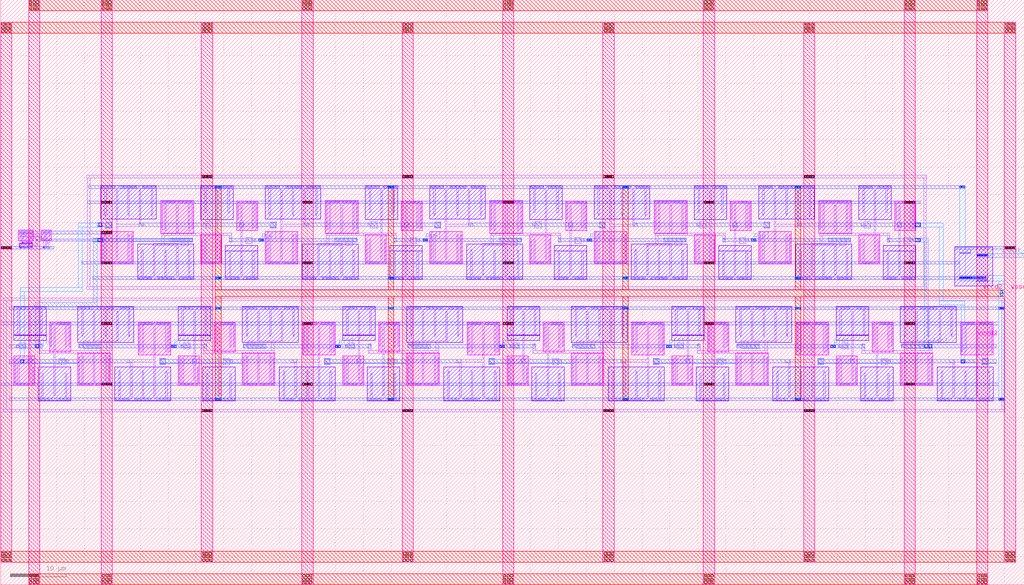
<source format=lef>
VERSION 5.7 ;
  NOWIREEXTENSIONATPIN ON ;
  DIVIDERCHAR "/" ;
  BUSBITCHARS "[]" ;
MACRO ring_osc_r100
  CLASS BLOCK ;
  FOREIGN ring_osc_r100 ;
  ORIGIN -0.500 0.290 ;
  SIZE 181.000 BY 38.660 ;
  OBS
      LAYER pwell ;
        RECT 18.390 32.310 28.420 38.370 ;
      LAYER nwell ;
        RECT 3.630 28.505 6.310 30.340 ;
        RECT 7.800 28.505 9.560 30.340 ;
      LAYER pwell ;
        RECT 4.310 27.985 6.115 28.215 ;
        RECT 3.825 27.305 6.115 27.985 ;
        RECT 3.970 27.115 4.140 27.305 ;
        RECT 8.135 27.115 8.305 27.285 ;
      LAYER nwell ;
        RECT 18.390 24.245 24.240 30.120 ;
        RECT 29.220 29.780 35.070 35.635 ;
      LAYER pwell ;
        RECT 36.365 32.270 42.215 38.370 ;
      LAYER nwell ;
        RECT 42.840 30.310 46.600 35.585 ;
      LAYER pwell ;
        RECT 47.890 32.310 57.920 38.370 ;
        RECT 25.040 21.460 35.070 27.860 ;
      LAYER nwell ;
        RECT 36.365 24.250 40.125 29.560 ;
      LAYER pwell ;
        RECT 40.745 26.625 46.595 27.565 ;
        RECT 40.745 26.575 46.600 26.625 ;
        RECT 40.750 21.465 46.600 26.575 ;
      LAYER nwell ;
        RECT 47.890 24.245 53.740 30.120 ;
        RECT 58.720 29.780 64.570 35.635 ;
      LAYER pwell ;
        RECT 65.865 32.270 71.715 38.370 ;
      LAYER nwell ;
        RECT 72.340 30.310 76.100 35.585 ;
      LAYER pwell ;
        RECT 77.390 32.310 87.420 38.370 ;
        RECT 54.540 21.460 64.570 27.860 ;
      LAYER nwell ;
        RECT 65.865 24.250 69.625 29.560 ;
      LAYER pwell ;
        RECT 70.245 26.625 76.095 27.565 ;
        RECT 70.245 26.575 76.100 26.625 ;
        RECT 70.250 21.465 76.100 26.575 ;
      LAYER nwell ;
        RECT 77.390 24.245 83.240 30.120 ;
        RECT 88.220 29.780 94.070 35.635 ;
      LAYER pwell ;
        RECT 95.365 32.270 101.215 38.370 ;
      LAYER nwell ;
        RECT 101.840 30.310 105.600 35.585 ;
      LAYER pwell ;
        RECT 106.890 32.310 116.920 38.370 ;
        RECT 84.040 21.460 94.070 27.860 ;
      LAYER nwell ;
        RECT 95.365 24.250 99.125 29.560 ;
      LAYER pwell ;
        RECT 99.745 26.625 105.595 27.565 ;
        RECT 99.745 26.575 105.600 26.625 ;
        RECT 99.750 21.465 105.600 26.575 ;
      LAYER nwell ;
        RECT 106.890 24.245 112.740 30.120 ;
        RECT 117.720 29.780 123.570 35.635 ;
      LAYER pwell ;
        RECT 124.865 32.270 130.715 38.370 ;
      LAYER nwell ;
        RECT 131.340 30.310 135.100 35.585 ;
      LAYER pwell ;
        RECT 136.390 32.310 146.420 38.370 ;
        RECT 113.540 21.460 123.570 27.860 ;
      LAYER nwell ;
        RECT 124.865 24.250 128.625 29.560 ;
      LAYER pwell ;
        RECT 129.245 26.625 135.095 27.565 ;
        RECT 129.245 26.575 135.100 26.625 ;
        RECT 129.250 21.465 135.100 26.575 ;
      LAYER nwell ;
        RECT 136.390 24.245 142.240 30.120 ;
        RECT 147.220 29.780 153.070 35.635 ;
      LAYER pwell ;
        RECT 154.365 32.270 160.215 38.370 ;
      LAYER nwell ;
        RECT 160.840 30.310 164.600 35.585 ;
      LAYER pwell ;
        RECT 143.040 21.460 153.070 27.860 ;
      LAYER nwell ;
        RECT 154.365 24.250 158.125 29.560 ;
      LAYER pwell ;
        RECT 158.745 26.625 164.595 27.565 ;
        RECT 158.745 26.575 164.600 26.625 ;
        RECT 158.750 21.465 164.600 26.575 ;
        RECT 171.590 20.280 178.380 27.280 ;
        RECT 2.790 11.505 8.640 16.615 ;
        RECT 2.790 11.455 8.645 11.505 ;
        RECT 2.795 10.515 8.645 11.455 ;
      LAYER nwell ;
        RECT 9.265 8.520 13.025 13.830 ;
      LAYER pwell ;
        RECT 14.320 10.220 24.350 16.620 ;
      LAYER nwell ;
        RECT 2.790 2.495 6.550 7.770 ;
      LAYER pwell ;
        RECT 7.175 -0.290 13.025 5.810 ;
      LAYER nwell ;
        RECT 14.320 2.445 20.170 8.300 ;
        RECT 25.150 7.960 31.000 13.835 ;
      LAYER pwell ;
        RECT 32.290 11.505 38.140 16.615 ;
        RECT 32.290 11.455 38.145 11.505 ;
        RECT 32.295 10.515 38.145 11.455 ;
      LAYER nwell ;
        RECT 38.765 8.520 42.525 13.830 ;
      LAYER pwell ;
        RECT 43.820 10.220 53.850 16.620 ;
        RECT 20.970 -0.290 31.000 5.770 ;
      LAYER nwell ;
        RECT 32.290 2.495 36.050 7.770 ;
      LAYER pwell ;
        RECT 36.675 -0.290 42.525 5.810 ;
      LAYER nwell ;
        RECT 43.820 2.445 49.670 8.300 ;
        RECT 54.650 7.960 60.500 13.835 ;
      LAYER pwell ;
        RECT 61.790 11.505 67.640 16.615 ;
        RECT 61.790 11.455 67.645 11.505 ;
        RECT 61.795 10.515 67.645 11.455 ;
      LAYER nwell ;
        RECT 68.265 8.520 72.025 13.830 ;
      LAYER pwell ;
        RECT 73.320 10.220 83.350 16.620 ;
        RECT 50.470 -0.290 60.500 5.770 ;
      LAYER nwell ;
        RECT 61.790 2.495 65.550 7.770 ;
      LAYER pwell ;
        RECT 66.175 -0.290 72.025 5.810 ;
      LAYER nwell ;
        RECT 73.320 2.445 79.170 8.300 ;
        RECT 84.150 7.960 90.000 13.835 ;
      LAYER pwell ;
        RECT 91.290 11.505 97.140 16.615 ;
        RECT 91.290 11.455 97.145 11.505 ;
        RECT 91.295 10.515 97.145 11.455 ;
      LAYER nwell ;
        RECT 97.765 8.520 101.525 13.830 ;
      LAYER pwell ;
        RECT 102.820 10.220 112.850 16.620 ;
        RECT 79.970 -0.290 90.000 5.770 ;
      LAYER nwell ;
        RECT 91.290 2.495 95.050 7.770 ;
      LAYER pwell ;
        RECT 95.675 -0.290 101.525 5.810 ;
      LAYER nwell ;
        RECT 102.820 2.445 108.670 8.300 ;
        RECT 113.650 7.960 119.500 13.835 ;
      LAYER pwell ;
        RECT 120.790 11.505 126.640 16.615 ;
        RECT 120.790 11.455 126.645 11.505 ;
        RECT 120.795 10.515 126.645 11.455 ;
      LAYER nwell ;
        RECT 127.265 8.520 131.025 13.830 ;
      LAYER pwell ;
        RECT 132.320 10.220 142.350 16.620 ;
        RECT 109.470 -0.290 119.500 5.770 ;
      LAYER nwell ;
        RECT 120.790 2.495 124.550 7.770 ;
      LAYER pwell ;
        RECT 125.175 -0.290 131.025 5.810 ;
      LAYER nwell ;
        RECT 132.320 2.445 138.170 8.300 ;
        RECT 143.150 7.960 149.000 13.835 ;
      LAYER pwell ;
        RECT 150.290 11.505 156.140 16.615 ;
        RECT 150.290 11.455 156.145 11.505 ;
        RECT 150.295 10.515 156.145 11.455 ;
      LAYER nwell ;
        RECT 156.765 8.520 160.525 13.830 ;
      LAYER pwell ;
        RECT 161.820 10.220 171.850 16.620 ;
        RECT 138.970 -0.290 149.000 5.770 ;
      LAYER nwell ;
        RECT 150.290 2.495 154.050 7.770 ;
      LAYER pwell ;
        RECT 154.675 -0.290 160.525 5.810 ;
      LAYER nwell ;
        RECT 161.820 2.445 167.670 8.300 ;
        RECT 172.650 7.960 178.500 13.835 ;
      LAYER pwell ;
        RECT 168.470 -0.290 178.500 5.770 ;
      LAYER li1 ;
        RECT 18.570 37.840 20.915 38.320 ;
        RECT 21.980 37.840 24.840 38.320 ;
        RECT 25.895 37.840 28.240 38.320 ;
        RECT 36.545 37.840 38.890 38.320 ;
        RECT 39.690 37.840 42.035 38.320 ;
        RECT 48.070 37.840 50.415 38.320 ;
        RECT 51.480 37.840 54.340 38.320 ;
        RECT 55.395 37.840 57.740 38.320 ;
        RECT 66.045 37.840 68.390 38.320 ;
        RECT 69.190 37.840 71.535 38.320 ;
        RECT 77.570 37.840 79.915 38.320 ;
        RECT 80.980 37.840 83.840 38.320 ;
        RECT 84.895 37.840 87.240 38.320 ;
        RECT 95.545 37.840 97.890 38.320 ;
        RECT 98.690 37.840 101.035 38.320 ;
        RECT 107.070 37.840 109.415 38.320 ;
        RECT 110.480 37.840 113.340 38.320 ;
        RECT 114.395 37.840 116.740 38.320 ;
        RECT 125.045 37.840 127.390 38.320 ;
        RECT 128.190 37.840 130.535 38.320 ;
        RECT 136.570 37.840 138.915 38.320 ;
        RECT 139.980 37.840 142.840 38.320 ;
        RECT 143.895 37.840 146.240 38.320 ;
        RECT 154.545 37.840 156.890 38.320 ;
        RECT 157.690 37.840 160.035 38.320 ;
        RECT 19.080 33.245 19.370 37.840 ;
        RECT 19.140 33.000 19.310 33.245 ;
        RECT 19.290 30.790 20.420 31.790 ;
        RECT 21.170 31.480 21.460 37.540 ;
        RECT 23.260 33.245 23.550 37.840 ;
        RECT 23.320 33.000 23.490 33.245 ;
        RECT 25.350 31.580 25.640 37.540 ;
        RECT 27.440 33.245 27.730 37.840 ;
        RECT 29.400 35.455 31.745 35.600 ;
        RECT 32.545 35.455 34.890 35.600 ;
        RECT 29.400 35.285 34.890 35.455 ;
        RECT 29.400 35.120 31.745 35.285 ;
        RECT 32.545 35.120 34.890 35.285 ;
        RECT 27.500 33.235 27.695 33.245 ;
        RECT 27.500 33.000 27.670 33.235 ;
        RECT 25.350 31.480 26.170 31.580 ;
        RECT 21.170 30.980 26.170 31.480 ;
        RECT 4.340 30.005 5.310 30.160 ;
        RECT 8.340 30.005 9.310 30.160 ;
        RECT 3.820 29.835 6.120 30.005 ;
        RECT 7.990 29.835 9.370 30.005 ;
        RECT 3.905 29.265 4.165 29.665 ;
        RECT 4.335 29.435 5.270 29.835 ;
        RECT 5.440 29.325 6.035 29.665 ;
        RECT 3.905 29.095 5.270 29.265 ;
        RECT 3.905 28.195 4.365 28.925 ;
        RECT 4.535 28.025 5.270 29.095 ;
        RECT 3.905 27.855 5.270 28.025 ;
        RECT 5.440 28.005 5.615 29.325 ;
        RECT 6.330 29.155 7.780 29.375 ;
        RECT 5.795 29.075 7.780 29.155 ;
        RECT 8.265 29.110 8.595 29.835 ;
        RECT 5.795 28.855 6.630 29.075 ;
        RECT 7.480 28.940 7.780 29.075 ;
        RECT 5.795 28.175 6.035 28.855 ;
        RECT 5.440 27.875 6.035 28.005 ;
        RECT 6.860 27.875 7.160 28.710 ;
        RECT 7.480 28.640 8.595 28.940 ;
        RECT 3.905 27.455 4.165 27.855 ;
        RECT 4.335 27.285 5.270 27.685 ;
        RECT 5.440 27.575 7.160 27.875 ;
        RECT 5.440 27.455 6.035 27.575 ;
        RECT 8.075 27.455 8.595 28.640 ;
        RECT 8.765 28.115 9.285 29.665 ;
        RECT 8.765 27.285 9.105 27.945 ;
        RECT 3.820 27.115 6.120 27.285 ;
        RECT 7.990 27.115 9.370 27.285 ;
        RECT 18.570 24.720 18.740 29.575 ;
        RECT 19.080 24.720 19.370 29.570 ;
        RECT 21.170 25.030 21.460 30.980 ;
        RECT 29.400 30.460 29.570 35.120 ;
        RECT 29.910 30.290 30.200 35.120 ;
        RECT 32.000 29.850 32.290 34.850 ;
        RECT 34.090 30.290 34.380 35.120 ;
        RECT 34.720 30.520 34.890 35.120 ;
        RECT 37.055 33.490 37.345 37.840 ;
        RECT 37.290 31.580 38.490 31.890 ;
        RECT 36.790 30.960 38.490 31.580 ;
        RECT 37.290 30.760 38.490 30.960 ;
        RECT 39.140 29.850 39.435 37.530 ;
        RECT 41.235 33.490 41.525 37.840 ;
        RECT 44.325 35.570 46.420 35.600 ;
        RECT 44.170 35.405 46.420 35.570 ;
        RECT 43.020 35.235 46.420 35.405 ;
        RECT 43.020 32.260 43.190 35.235 ;
        RECT 44.170 35.150 46.420 35.235 ;
        RECT 44.325 35.120 46.420 35.150 ;
        RECT 43.525 31.675 43.820 34.750 ;
        RECT 43.295 30.895 44.035 31.675 ;
        RECT 23.260 24.720 23.550 29.570 ;
        RECT 23.890 24.720 24.060 29.575 ;
        RECT 29.360 29.350 41.955 29.850 ;
        RECT 29.360 27.910 29.860 29.350 ;
        RECT 30.890 28.320 34.890 28.920 ;
        RECT 32.890 28.200 34.890 28.320 ;
        RECT 27.820 27.620 32.290 27.910 ;
        RECT 32.890 27.620 34.090 28.200 ;
        RECT 25.790 26.595 25.960 26.830 ;
        RECT 25.765 26.585 25.960 26.595 ;
        RECT 18.570 24.595 20.915 24.720 ;
        RECT 21.715 24.690 24.060 24.720 ;
        RECT 21.715 24.595 24.240 24.690 ;
        RECT 18.570 24.425 24.240 24.595 ;
        RECT 18.570 24.240 20.915 24.425 ;
        RECT 21.715 24.270 24.240 24.425 ;
        RECT 21.715 24.240 24.060 24.270 ;
        RECT 25.730 22.000 26.020 26.585 ;
        RECT 27.820 22.290 28.110 27.620 ;
        RECT 29.970 26.585 30.140 26.810 ;
        RECT 29.910 22.000 30.200 26.585 ;
        RECT 32.000 22.290 32.290 27.620 ;
        RECT 34.150 26.585 34.320 26.810 ;
        RECT 34.090 22.000 34.380 26.585 ;
        RECT 36.545 24.720 36.715 28.645 ;
        RECT 37.055 24.720 37.345 28.790 ;
        RECT 39.145 25.085 39.440 29.350 ;
        RECT 36.545 24.690 38.640 24.720 ;
        RECT 36.545 24.600 38.795 24.690 ;
        RECT 39.775 24.600 39.945 28.635 ;
        RECT 41.455 28.200 41.955 29.350 ;
        RECT 36.545 24.430 39.945 24.600 ;
        RECT 36.545 24.270 38.795 24.430 ;
        RECT 36.545 24.240 38.640 24.270 ;
        RECT 41.440 22.000 41.730 26.345 ;
        RECT 43.525 22.305 43.820 30.895 ;
        RECT 45.620 30.710 45.910 35.120 ;
        RECT 46.250 30.705 46.420 35.120 ;
        RECT 48.580 33.245 48.870 37.840 ;
        RECT 48.640 33.000 48.810 33.245 ;
        RECT 48.790 30.790 49.920 31.790 ;
        RECT 50.670 31.480 50.960 37.540 ;
        RECT 52.760 33.245 53.050 37.840 ;
        RECT 52.820 33.000 52.990 33.245 ;
        RECT 54.850 31.580 55.140 37.540 ;
        RECT 56.940 33.245 57.230 37.840 ;
        RECT 58.900 35.455 61.245 35.600 ;
        RECT 62.045 35.455 64.390 35.600 ;
        RECT 58.900 35.285 64.390 35.455 ;
        RECT 58.900 35.120 61.245 35.285 ;
        RECT 62.045 35.120 64.390 35.285 ;
        RECT 57.000 33.235 57.195 33.245 ;
        RECT 57.000 33.000 57.170 33.235 ;
        RECT 54.850 31.480 55.670 31.580 ;
        RECT 50.670 30.980 55.670 31.480 ;
        RECT 44.440 28.860 45.620 29.060 ;
        RECT 44.440 28.260 46.120 28.860 ;
        RECT 44.440 27.980 45.620 28.260 ;
        RECT 45.620 22.000 45.910 26.345 ;
        RECT 48.070 24.720 48.240 29.575 ;
        RECT 48.580 24.720 48.870 29.570 ;
        RECT 50.670 25.030 50.960 30.980 ;
        RECT 58.900 30.460 59.070 35.120 ;
        RECT 59.410 30.290 59.700 35.120 ;
        RECT 61.500 29.850 61.790 34.850 ;
        RECT 63.590 30.290 63.880 35.120 ;
        RECT 64.220 30.520 64.390 35.120 ;
        RECT 66.555 33.490 66.845 37.840 ;
        RECT 66.790 31.580 67.990 31.890 ;
        RECT 66.290 30.960 67.990 31.580 ;
        RECT 66.790 30.760 67.990 30.960 ;
        RECT 68.640 29.850 68.935 37.530 ;
        RECT 70.735 33.490 71.025 37.840 ;
        RECT 73.825 35.570 75.920 35.600 ;
        RECT 73.670 35.405 75.920 35.570 ;
        RECT 72.520 35.235 75.920 35.405 ;
        RECT 72.520 32.260 72.690 35.235 ;
        RECT 73.670 35.150 75.920 35.235 ;
        RECT 73.825 35.120 75.920 35.150 ;
        RECT 73.025 31.675 73.320 34.750 ;
        RECT 72.795 30.895 73.535 31.675 ;
        RECT 52.760 24.720 53.050 29.570 ;
        RECT 53.390 24.720 53.560 29.575 ;
        RECT 58.860 29.350 71.455 29.850 ;
        RECT 58.860 27.910 59.360 29.350 ;
        RECT 60.390 28.320 64.390 28.920 ;
        RECT 62.390 28.200 64.390 28.320 ;
        RECT 57.320 27.620 61.790 27.910 ;
        RECT 62.390 27.620 63.590 28.200 ;
        RECT 55.290 26.595 55.460 26.830 ;
        RECT 55.265 26.585 55.460 26.595 ;
        RECT 48.070 24.595 50.415 24.720 ;
        RECT 51.215 24.690 53.560 24.720 ;
        RECT 51.215 24.595 53.740 24.690 ;
        RECT 48.070 24.425 53.740 24.595 ;
        RECT 48.070 24.240 50.415 24.425 ;
        RECT 51.215 24.270 53.740 24.425 ;
        RECT 51.215 24.240 53.560 24.270 ;
        RECT 55.230 22.000 55.520 26.585 ;
        RECT 57.320 22.290 57.610 27.620 ;
        RECT 59.470 26.585 59.640 26.810 ;
        RECT 59.410 22.000 59.700 26.585 ;
        RECT 61.500 22.290 61.790 27.620 ;
        RECT 63.650 26.585 63.820 26.810 ;
        RECT 63.590 22.000 63.880 26.585 ;
        RECT 66.045 24.720 66.215 28.645 ;
        RECT 66.555 24.720 66.845 28.790 ;
        RECT 68.645 25.085 68.940 29.350 ;
        RECT 66.045 24.690 68.140 24.720 ;
        RECT 66.045 24.600 68.295 24.690 ;
        RECT 69.275 24.600 69.445 28.635 ;
        RECT 70.955 28.200 71.455 29.350 ;
        RECT 66.045 24.430 69.445 24.600 ;
        RECT 66.045 24.270 68.295 24.430 ;
        RECT 66.045 24.240 68.140 24.270 ;
        RECT 70.940 22.000 71.230 26.345 ;
        RECT 73.025 22.305 73.320 30.895 ;
        RECT 75.120 30.710 75.410 35.120 ;
        RECT 75.750 30.705 75.920 35.120 ;
        RECT 78.080 33.245 78.370 37.840 ;
        RECT 78.140 33.000 78.310 33.245 ;
        RECT 78.290 30.790 79.420 31.790 ;
        RECT 80.170 31.480 80.460 37.540 ;
        RECT 82.260 33.245 82.550 37.840 ;
        RECT 82.320 33.000 82.490 33.245 ;
        RECT 84.350 31.580 84.640 37.540 ;
        RECT 86.440 33.245 86.730 37.840 ;
        RECT 88.400 35.455 90.745 35.600 ;
        RECT 91.545 35.455 93.890 35.600 ;
        RECT 88.400 35.285 93.890 35.455 ;
        RECT 88.400 35.120 90.745 35.285 ;
        RECT 91.545 35.120 93.890 35.285 ;
        RECT 86.500 33.235 86.695 33.245 ;
        RECT 86.500 33.000 86.670 33.235 ;
        RECT 84.350 31.480 85.170 31.580 ;
        RECT 80.170 30.980 85.170 31.480 ;
        RECT 73.940 28.860 75.120 29.060 ;
        RECT 73.940 28.260 75.620 28.860 ;
        RECT 73.940 27.980 75.120 28.260 ;
        RECT 75.120 22.000 75.410 26.345 ;
        RECT 77.570 24.720 77.740 29.575 ;
        RECT 78.080 24.720 78.370 29.570 ;
        RECT 80.170 25.030 80.460 30.980 ;
        RECT 88.400 30.460 88.570 35.120 ;
        RECT 88.910 30.290 89.200 35.120 ;
        RECT 91.000 29.850 91.290 34.850 ;
        RECT 93.090 30.290 93.380 35.120 ;
        RECT 93.720 30.520 93.890 35.120 ;
        RECT 96.055 33.490 96.345 37.840 ;
        RECT 96.290 31.580 97.490 31.890 ;
        RECT 95.790 30.960 97.490 31.580 ;
        RECT 96.290 30.760 97.490 30.960 ;
        RECT 98.140 29.850 98.435 37.530 ;
        RECT 100.235 33.490 100.525 37.840 ;
        RECT 103.325 35.570 105.420 35.600 ;
        RECT 103.170 35.405 105.420 35.570 ;
        RECT 102.020 35.235 105.420 35.405 ;
        RECT 102.020 32.260 102.190 35.235 ;
        RECT 103.170 35.150 105.420 35.235 ;
        RECT 103.325 35.120 105.420 35.150 ;
        RECT 102.525 31.675 102.820 34.750 ;
        RECT 102.295 30.895 103.035 31.675 ;
        RECT 82.260 24.720 82.550 29.570 ;
        RECT 82.890 24.720 83.060 29.575 ;
        RECT 88.360 29.350 100.955 29.850 ;
        RECT 88.360 27.910 88.860 29.350 ;
        RECT 89.890 28.320 93.890 28.920 ;
        RECT 91.890 28.200 93.890 28.320 ;
        RECT 86.820 27.620 91.290 27.910 ;
        RECT 91.890 27.620 93.090 28.200 ;
        RECT 84.790 26.595 84.960 26.830 ;
        RECT 84.765 26.585 84.960 26.595 ;
        RECT 77.570 24.595 79.915 24.720 ;
        RECT 80.715 24.690 83.060 24.720 ;
        RECT 80.715 24.595 83.240 24.690 ;
        RECT 77.570 24.425 83.240 24.595 ;
        RECT 77.570 24.240 79.915 24.425 ;
        RECT 80.715 24.270 83.240 24.425 ;
        RECT 80.715 24.240 83.060 24.270 ;
        RECT 84.730 22.000 85.020 26.585 ;
        RECT 86.820 22.290 87.110 27.620 ;
        RECT 88.970 26.585 89.140 26.810 ;
        RECT 88.910 22.000 89.200 26.585 ;
        RECT 91.000 22.290 91.290 27.620 ;
        RECT 93.150 26.585 93.320 26.810 ;
        RECT 93.090 22.000 93.380 26.585 ;
        RECT 95.545 24.720 95.715 28.645 ;
        RECT 96.055 24.720 96.345 28.790 ;
        RECT 98.145 25.085 98.440 29.350 ;
        RECT 95.545 24.690 97.640 24.720 ;
        RECT 95.545 24.600 97.795 24.690 ;
        RECT 98.775 24.600 98.945 28.635 ;
        RECT 100.455 28.200 100.955 29.350 ;
        RECT 95.545 24.430 98.945 24.600 ;
        RECT 95.545 24.270 97.795 24.430 ;
        RECT 95.545 24.240 97.640 24.270 ;
        RECT 100.440 22.000 100.730 26.345 ;
        RECT 102.525 22.305 102.820 30.895 ;
        RECT 104.620 30.710 104.910 35.120 ;
        RECT 105.250 30.705 105.420 35.120 ;
        RECT 107.580 33.245 107.870 37.840 ;
        RECT 107.640 33.000 107.810 33.245 ;
        RECT 107.790 30.790 108.920 31.790 ;
        RECT 109.670 31.480 109.960 37.540 ;
        RECT 111.760 33.245 112.050 37.840 ;
        RECT 111.820 33.000 111.990 33.245 ;
        RECT 113.850 31.580 114.140 37.540 ;
        RECT 115.940 33.245 116.230 37.840 ;
        RECT 117.900 35.455 120.245 35.600 ;
        RECT 121.045 35.455 123.390 35.600 ;
        RECT 117.900 35.285 123.390 35.455 ;
        RECT 117.900 35.120 120.245 35.285 ;
        RECT 121.045 35.120 123.390 35.285 ;
        RECT 116.000 33.235 116.195 33.245 ;
        RECT 116.000 33.000 116.170 33.235 ;
        RECT 113.850 31.480 114.670 31.580 ;
        RECT 109.670 30.980 114.670 31.480 ;
        RECT 103.440 28.860 104.620 29.060 ;
        RECT 103.440 28.260 105.120 28.860 ;
        RECT 103.440 27.980 104.620 28.260 ;
        RECT 104.620 22.000 104.910 26.345 ;
        RECT 107.070 24.720 107.240 29.575 ;
        RECT 107.580 24.720 107.870 29.570 ;
        RECT 109.670 25.030 109.960 30.980 ;
        RECT 117.900 30.460 118.070 35.120 ;
        RECT 118.410 30.290 118.700 35.120 ;
        RECT 120.500 29.850 120.790 34.850 ;
        RECT 122.590 30.290 122.880 35.120 ;
        RECT 123.220 30.520 123.390 35.120 ;
        RECT 125.555 33.490 125.845 37.840 ;
        RECT 125.790 31.580 126.990 31.890 ;
        RECT 125.290 30.960 126.990 31.580 ;
        RECT 125.790 30.760 126.990 30.960 ;
        RECT 127.640 29.850 127.935 37.530 ;
        RECT 129.735 33.490 130.025 37.840 ;
        RECT 132.825 35.570 134.920 35.600 ;
        RECT 132.670 35.405 134.920 35.570 ;
        RECT 131.520 35.235 134.920 35.405 ;
        RECT 131.520 32.260 131.690 35.235 ;
        RECT 132.670 35.150 134.920 35.235 ;
        RECT 132.825 35.120 134.920 35.150 ;
        RECT 132.025 31.675 132.320 34.750 ;
        RECT 131.795 30.895 132.535 31.675 ;
        RECT 111.760 24.720 112.050 29.570 ;
        RECT 112.390 24.720 112.560 29.575 ;
        RECT 117.860 29.350 130.455 29.850 ;
        RECT 117.860 27.910 118.360 29.350 ;
        RECT 119.390 28.320 123.390 28.920 ;
        RECT 121.390 28.200 123.390 28.320 ;
        RECT 116.320 27.620 120.790 27.910 ;
        RECT 121.390 27.620 122.590 28.200 ;
        RECT 114.290 26.595 114.460 26.830 ;
        RECT 114.265 26.585 114.460 26.595 ;
        RECT 107.070 24.595 109.415 24.720 ;
        RECT 110.215 24.690 112.560 24.720 ;
        RECT 110.215 24.595 112.740 24.690 ;
        RECT 107.070 24.425 112.740 24.595 ;
        RECT 107.070 24.240 109.415 24.425 ;
        RECT 110.215 24.270 112.740 24.425 ;
        RECT 110.215 24.240 112.560 24.270 ;
        RECT 114.230 22.000 114.520 26.585 ;
        RECT 116.320 22.290 116.610 27.620 ;
        RECT 118.470 26.585 118.640 26.810 ;
        RECT 118.410 22.000 118.700 26.585 ;
        RECT 120.500 22.290 120.790 27.620 ;
        RECT 122.650 26.585 122.820 26.810 ;
        RECT 122.590 22.000 122.880 26.585 ;
        RECT 125.045 24.720 125.215 28.645 ;
        RECT 125.555 24.720 125.845 28.790 ;
        RECT 127.645 25.085 127.940 29.350 ;
        RECT 125.045 24.690 127.140 24.720 ;
        RECT 125.045 24.600 127.295 24.690 ;
        RECT 128.275 24.600 128.445 28.635 ;
        RECT 129.955 28.200 130.455 29.350 ;
        RECT 125.045 24.430 128.445 24.600 ;
        RECT 125.045 24.270 127.295 24.430 ;
        RECT 125.045 24.240 127.140 24.270 ;
        RECT 129.940 22.000 130.230 26.345 ;
        RECT 132.025 22.305 132.320 30.895 ;
        RECT 134.120 30.710 134.410 35.120 ;
        RECT 134.750 30.705 134.920 35.120 ;
        RECT 137.080 33.245 137.370 37.840 ;
        RECT 137.140 33.000 137.310 33.245 ;
        RECT 137.290 30.790 138.420 31.790 ;
        RECT 139.170 31.480 139.460 37.540 ;
        RECT 141.260 33.245 141.550 37.840 ;
        RECT 141.320 33.000 141.490 33.245 ;
        RECT 143.350 31.580 143.640 37.540 ;
        RECT 145.440 33.245 145.730 37.840 ;
        RECT 147.400 35.455 149.745 35.600 ;
        RECT 150.545 35.455 152.890 35.600 ;
        RECT 147.400 35.285 152.890 35.455 ;
        RECT 147.400 35.120 149.745 35.285 ;
        RECT 150.545 35.120 152.890 35.285 ;
        RECT 145.500 33.235 145.695 33.245 ;
        RECT 145.500 33.000 145.670 33.235 ;
        RECT 143.350 31.480 144.170 31.580 ;
        RECT 139.170 30.980 144.170 31.480 ;
        RECT 132.940 28.860 134.120 29.060 ;
        RECT 132.940 28.260 134.620 28.860 ;
        RECT 132.940 27.980 134.120 28.260 ;
        RECT 134.120 22.000 134.410 26.345 ;
        RECT 136.570 24.720 136.740 29.575 ;
        RECT 137.080 24.720 137.370 29.570 ;
        RECT 139.170 25.030 139.460 30.980 ;
        RECT 147.400 30.460 147.570 35.120 ;
        RECT 147.910 30.290 148.200 35.120 ;
        RECT 150.000 29.850 150.290 34.850 ;
        RECT 152.090 30.290 152.380 35.120 ;
        RECT 152.720 30.520 152.890 35.120 ;
        RECT 155.055 33.490 155.345 37.840 ;
        RECT 155.290 31.580 156.490 31.890 ;
        RECT 154.790 30.960 156.490 31.580 ;
        RECT 155.290 30.760 156.490 30.960 ;
        RECT 157.140 29.850 157.435 37.530 ;
        RECT 159.235 33.490 159.525 37.840 ;
        RECT 162.325 35.570 164.420 35.600 ;
        RECT 162.170 35.405 164.420 35.570 ;
        RECT 161.020 35.235 164.420 35.405 ;
        RECT 161.020 32.260 161.190 35.235 ;
        RECT 162.170 35.150 164.420 35.235 ;
        RECT 162.325 35.120 164.420 35.150 ;
        RECT 161.525 31.675 161.820 34.750 ;
        RECT 161.295 30.895 162.035 31.675 ;
        RECT 141.260 24.720 141.550 29.570 ;
        RECT 141.890 24.720 142.060 29.575 ;
        RECT 147.360 29.350 159.955 29.850 ;
        RECT 147.360 27.910 147.860 29.350 ;
        RECT 148.890 28.320 152.890 28.920 ;
        RECT 150.890 28.200 152.890 28.320 ;
        RECT 145.820 27.620 150.290 27.910 ;
        RECT 150.890 27.620 152.090 28.200 ;
        RECT 143.790 26.595 143.960 26.830 ;
        RECT 143.765 26.585 143.960 26.595 ;
        RECT 136.570 24.595 138.915 24.720 ;
        RECT 139.715 24.690 142.060 24.720 ;
        RECT 139.715 24.595 142.240 24.690 ;
        RECT 136.570 24.425 142.240 24.595 ;
        RECT 136.570 24.240 138.915 24.425 ;
        RECT 139.715 24.270 142.240 24.425 ;
        RECT 139.715 24.240 142.060 24.270 ;
        RECT 143.730 22.000 144.020 26.585 ;
        RECT 145.820 22.290 146.110 27.620 ;
        RECT 147.970 26.585 148.140 26.810 ;
        RECT 147.910 22.000 148.200 26.585 ;
        RECT 150.000 22.290 150.290 27.620 ;
        RECT 152.150 26.585 152.320 26.810 ;
        RECT 152.090 22.000 152.380 26.585 ;
        RECT 154.545 24.720 154.715 28.645 ;
        RECT 155.055 24.720 155.345 28.790 ;
        RECT 157.145 25.085 157.440 29.350 ;
        RECT 154.545 24.690 156.640 24.720 ;
        RECT 154.545 24.600 156.795 24.690 ;
        RECT 157.775 24.600 157.945 28.635 ;
        RECT 159.455 28.200 159.955 29.350 ;
        RECT 154.545 24.430 157.945 24.600 ;
        RECT 154.545 24.270 156.795 24.430 ;
        RECT 154.545 24.240 156.640 24.270 ;
        RECT 159.440 22.000 159.730 26.345 ;
        RECT 161.525 22.305 161.820 30.895 ;
        RECT 163.620 30.710 163.910 35.120 ;
        RECT 164.250 30.705 164.420 35.120 ;
        RECT 162.440 28.860 163.620 29.060 ;
        RECT 162.440 28.260 164.120 28.860 ;
        RECT 162.440 27.980 163.620 28.260 ;
        RECT 163.620 22.000 163.910 26.345 ;
        RECT 172.420 26.200 174.420 26.370 ;
        RECT 172.500 26.170 174.340 26.200 ;
        RECT 175.550 25.740 177.550 25.910 ;
        RECT 175.630 25.710 177.470 25.740 ;
        RECT 25.220 21.520 27.570 22.000 ;
        RECT 28.620 21.520 31.480 22.000 ;
        RECT 32.545 21.520 34.890 22.000 ;
        RECT 40.930 21.970 43.270 22.000 ;
        RECT 44.080 21.970 46.420 22.000 ;
        RECT 40.930 21.550 43.275 21.970 ;
        RECT 44.075 21.550 46.420 21.970 ;
        RECT 40.930 21.520 43.270 21.550 ;
        RECT 44.080 21.520 46.420 21.550 ;
        RECT 54.720 21.520 57.070 22.000 ;
        RECT 58.120 21.520 60.980 22.000 ;
        RECT 62.045 21.520 64.390 22.000 ;
        RECT 70.430 21.970 72.770 22.000 ;
        RECT 73.580 21.970 75.920 22.000 ;
        RECT 70.430 21.550 72.775 21.970 ;
        RECT 73.575 21.550 75.920 21.970 ;
        RECT 70.430 21.520 72.770 21.550 ;
        RECT 73.580 21.520 75.920 21.550 ;
        RECT 84.220 21.520 86.570 22.000 ;
        RECT 87.620 21.520 90.480 22.000 ;
        RECT 91.545 21.520 93.890 22.000 ;
        RECT 99.930 21.970 102.270 22.000 ;
        RECT 103.080 21.970 105.420 22.000 ;
        RECT 99.930 21.550 102.275 21.970 ;
        RECT 103.075 21.550 105.420 21.970 ;
        RECT 99.930 21.520 102.270 21.550 ;
        RECT 103.080 21.520 105.420 21.550 ;
        RECT 113.720 21.520 116.070 22.000 ;
        RECT 117.120 21.520 119.980 22.000 ;
        RECT 121.045 21.520 123.390 22.000 ;
        RECT 129.430 21.970 131.770 22.000 ;
        RECT 132.580 21.970 134.920 22.000 ;
        RECT 129.430 21.550 131.775 21.970 ;
        RECT 132.575 21.550 134.920 21.970 ;
        RECT 129.430 21.520 131.770 21.550 ;
        RECT 132.580 21.520 134.920 21.550 ;
        RECT 143.220 21.520 145.570 22.000 ;
        RECT 146.620 21.520 149.480 22.000 ;
        RECT 150.545 21.520 152.890 22.000 ;
        RECT 158.930 21.970 161.270 22.000 ;
        RECT 162.080 21.970 164.420 22.000 ;
        RECT 158.930 21.550 161.275 21.970 ;
        RECT 162.075 21.550 164.420 21.970 ;
        RECT 172.500 21.820 174.340 21.850 ;
        RECT 172.420 21.650 174.420 21.820 ;
        RECT 158.930 21.520 161.270 21.550 ;
        RECT 162.080 21.520 164.420 21.550 ;
        RECT 175.630 21.360 177.470 21.390 ;
        RECT 175.550 21.190 177.550 21.360 ;
        RECT 2.970 16.530 5.310 16.560 ;
        RECT 6.120 16.530 8.460 16.560 ;
        RECT 2.970 16.110 5.315 16.530 ;
        RECT 6.115 16.110 8.460 16.530 ;
        RECT 2.970 16.080 5.310 16.110 ;
        RECT 6.120 16.080 8.460 16.110 ;
        RECT 14.500 16.080 16.845 16.560 ;
        RECT 17.910 16.080 20.770 16.560 ;
        RECT 21.820 16.080 24.170 16.560 ;
        RECT 32.470 16.530 34.810 16.560 ;
        RECT 35.620 16.530 37.960 16.560 ;
        RECT 32.470 16.110 34.815 16.530 ;
        RECT 35.615 16.110 37.960 16.530 ;
        RECT 32.470 16.080 34.810 16.110 ;
        RECT 35.620 16.080 37.960 16.110 ;
        RECT 44.000 16.080 46.345 16.560 ;
        RECT 47.410 16.080 50.270 16.560 ;
        RECT 51.320 16.080 53.670 16.560 ;
        RECT 61.970 16.530 64.310 16.560 ;
        RECT 65.120 16.530 67.460 16.560 ;
        RECT 61.970 16.110 64.315 16.530 ;
        RECT 65.115 16.110 67.460 16.530 ;
        RECT 61.970 16.080 64.310 16.110 ;
        RECT 65.120 16.080 67.460 16.110 ;
        RECT 73.500 16.080 75.845 16.560 ;
        RECT 76.910 16.080 79.770 16.560 ;
        RECT 80.820 16.080 83.170 16.560 ;
        RECT 91.470 16.530 93.810 16.560 ;
        RECT 94.620 16.530 96.960 16.560 ;
        RECT 91.470 16.110 93.815 16.530 ;
        RECT 94.615 16.110 96.960 16.530 ;
        RECT 91.470 16.080 93.810 16.110 ;
        RECT 94.620 16.080 96.960 16.110 ;
        RECT 103.000 16.080 105.345 16.560 ;
        RECT 106.410 16.080 109.270 16.560 ;
        RECT 110.320 16.080 112.670 16.560 ;
        RECT 120.970 16.530 123.310 16.560 ;
        RECT 124.120 16.530 126.460 16.560 ;
        RECT 120.970 16.110 123.315 16.530 ;
        RECT 124.115 16.110 126.460 16.530 ;
        RECT 120.970 16.080 123.310 16.110 ;
        RECT 124.120 16.080 126.460 16.110 ;
        RECT 132.500 16.080 134.845 16.560 ;
        RECT 135.910 16.080 138.770 16.560 ;
        RECT 139.820 16.080 142.170 16.560 ;
        RECT 150.470 16.530 152.810 16.560 ;
        RECT 153.620 16.530 155.960 16.560 ;
        RECT 150.470 16.110 152.815 16.530 ;
        RECT 153.615 16.110 155.960 16.530 ;
        RECT 150.470 16.080 152.810 16.110 ;
        RECT 153.620 16.080 155.960 16.110 ;
        RECT 162.000 16.080 164.345 16.560 ;
        RECT 165.410 16.080 168.270 16.560 ;
        RECT 169.320 16.080 171.670 16.560 ;
        RECT 3.480 11.735 3.770 16.080 ;
        RECT 3.770 9.820 4.950 10.100 ;
        RECT 3.270 9.220 4.950 9.820 ;
        RECT 3.770 9.020 4.950 9.220 ;
        RECT 2.970 2.960 3.140 7.375 ;
        RECT 3.480 2.960 3.770 7.370 ;
        RECT 5.570 7.185 5.865 15.775 ;
        RECT 7.660 11.735 7.950 16.080 ;
        RECT 10.750 13.810 12.845 13.840 ;
        RECT 10.595 13.650 12.845 13.810 ;
        RECT 9.445 13.480 12.845 13.650 ;
        RECT 7.435 8.730 7.935 9.880 ;
        RECT 9.445 9.445 9.615 13.480 ;
        RECT 10.595 13.390 12.845 13.480 ;
        RECT 10.750 13.360 12.845 13.390 ;
        RECT 9.950 8.730 10.245 12.995 ;
        RECT 12.045 9.290 12.335 13.360 ;
        RECT 12.675 9.435 12.845 13.360 ;
        RECT 15.010 11.495 15.300 16.080 ;
        RECT 15.070 11.270 15.240 11.495 ;
        RECT 17.100 10.460 17.390 15.790 ;
        RECT 19.190 11.495 19.480 16.080 ;
        RECT 19.250 11.270 19.420 11.495 ;
        RECT 21.280 10.460 21.570 15.790 ;
        RECT 23.370 11.495 23.660 16.080 ;
        RECT 25.330 13.810 27.675 13.840 ;
        RECT 25.150 13.655 27.675 13.810 ;
        RECT 28.475 13.655 30.820 13.840 ;
        RECT 25.150 13.485 30.820 13.655 ;
        RECT 25.150 13.390 27.675 13.485 ;
        RECT 25.330 13.360 27.675 13.390 ;
        RECT 28.475 13.360 30.820 13.485 ;
        RECT 23.430 11.485 23.625 11.495 ;
        RECT 23.430 11.250 23.600 11.485 ;
        RECT 15.300 9.880 16.500 10.460 ;
        RECT 17.100 10.170 21.570 10.460 ;
        RECT 14.500 9.760 16.500 9.880 ;
        RECT 14.500 9.160 18.500 9.760 ;
        RECT 19.530 8.730 20.030 10.170 ;
        RECT 7.435 8.230 20.030 8.730 ;
        RECT 25.330 8.505 25.500 13.360 ;
        RECT 25.840 8.510 26.130 13.360 ;
        RECT 5.355 6.405 6.095 7.185 ;
        RECT 5.570 3.330 5.865 6.405 ;
        RECT 2.970 2.930 5.065 2.960 ;
        RECT 2.970 2.845 5.220 2.930 ;
        RECT 6.200 2.845 6.370 5.820 ;
        RECT 2.970 2.675 6.370 2.845 ;
        RECT 2.970 2.510 5.220 2.675 ;
        RECT 2.970 2.480 5.065 2.510 ;
        RECT 7.865 0.240 8.155 4.590 ;
        RECT 9.955 0.550 10.250 8.230 ;
        RECT 10.900 7.120 12.100 7.320 ;
        RECT 10.900 6.500 12.600 7.120 ;
        RECT 10.900 6.190 12.100 6.500 ;
        RECT 12.045 0.240 12.335 4.590 ;
        RECT 14.500 2.960 14.670 7.560 ;
        RECT 15.010 2.960 15.300 7.790 ;
        RECT 17.100 3.230 17.390 8.230 ;
        RECT 19.190 2.960 19.480 7.790 ;
        RECT 19.820 2.960 19.990 7.620 ;
        RECT 27.930 7.100 28.220 13.050 ;
        RECT 30.020 8.510 30.310 13.360 ;
        RECT 30.650 8.505 30.820 13.360 ;
        RECT 32.980 11.735 33.270 16.080 ;
        RECT 33.270 9.820 34.450 10.100 ;
        RECT 32.770 9.220 34.450 9.820 ;
        RECT 33.270 9.020 34.450 9.220 ;
        RECT 23.220 6.600 28.220 7.100 ;
        RECT 23.220 6.500 24.040 6.600 ;
        RECT 21.720 4.845 21.890 5.080 ;
        RECT 21.695 4.835 21.890 4.845 ;
        RECT 14.500 2.795 16.845 2.960 ;
        RECT 17.645 2.795 19.990 2.960 ;
        RECT 14.500 2.625 19.990 2.795 ;
        RECT 14.500 2.480 16.845 2.625 ;
        RECT 17.645 2.480 19.990 2.625 ;
        RECT 21.660 0.240 21.950 4.835 ;
        RECT 23.750 0.540 24.040 6.500 ;
        RECT 25.900 4.835 26.070 5.080 ;
        RECT 25.840 0.240 26.130 4.835 ;
        RECT 27.930 0.540 28.220 6.600 ;
        RECT 28.970 6.290 30.100 7.290 ;
        RECT 30.080 4.835 30.250 5.080 ;
        RECT 30.020 0.240 30.310 4.835 ;
        RECT 32.470 2.960 32.640 7.375 ;
        RECT 32.980 2.960 33.270 7.370 ;
        RECT 35.070 7.185 35.365 15.775 ;
        RECT 37.160 11.735 37.450 16.080 ;
        RECT 40.250 13.810 42.345 13.840 ;
        RECT 40.095 13.650 42.345 13.810 ;
        RECT 38.945 13.480 42.345 13.650 ;
        RECT 36.935 8.730 37.435 9.880 ;
        RECT 38.945 9.445 39.115 13.480 ;
        RECT 40.095 13.390 42.345 13.480 ;
        RECT 40.250 13.360 42.345 13.390 ;
        RECT 39.450 8.730 39.745 12.995 ;
        RECT 41.545 9.290 41.835 13.360 ;
        RECT 42.175 9.435 42.345 13.360 ;
        RECT 44.510 11.495 44.800 16.080 ;
        RECT 44.570 11.270 44.740 11.495 ;
        RECT 46.600 10.460 46.890 15.790 ;
        RECT 48.690 11.495 48.980 16.080 ;
        RECT 48.750 11.270 48.920 11.495 ;
        RECT 50.780 10.460 51.070 15.790 ;
        RECT 52.870 11.495 53.160 16.080 ;
        RECT 54.830 13.810 57.175 13.840 ;
        RECT 54.650 13.655 57.175 13.810 ;
        RECT 57.975 13.655 60.320 13.840 ;
        RECT 54.650 13.485 60.320 13.655 ;
        RECT 54.650 13.390 57.175 13.485 ;
        RECT 54.830 13.360 57.175 13.390 ;
        RECT 57.975 13.360 60.320 13.485 ;
        RECT 52.930 11.485 53.125 11.495 ;
        RECT 52.930 11.250 53.100 11.485 ;
        RECT 44.800 9.880 46.000 10.460 ;
        RECT 46.600 10.170 51.070 10.460 ;
        RECT 44.000 9.760 46.000 9.880 ;
        RECT 44.000 9.160 48.000 9.760 ;
        RECT 49.030 8.730 49.530 10.170 ;
        RECT 36.935 8.230 49.530 8.730 ;
        RECT 54.830 8.505 55.000 13.360 ;
        RECT 55.340 8.510 55.630 13.360 ;
        RECT 34.855 6.405 35.595 7.185 ;
        RECT 35.070 3.330 35.365 6.405 ;
        RECT 32.470 2.930 34.565 2.960 ;
        RECT 32.470 2.845 34.720 2.930 ;
        RECT 35.700 2.845 35.870 5.820 ;
        RECT 32.470 2.675 35.870 2.845 ;
        RECT 32.470 2.510 34.720 2.675 ;
        RECT 32.470 2.480 34.565 2.510 ;
        RECT 37.365 0.240 37.655 4.590 ;
        RECT 39.455 0.550 39.750 8.230 ;
        RECT 40.400 7.120 41.600 7.320 ;
        RECT 40.400 6.500 42.100 7.120 ;
        RECT 40.400 6.190 41.600 6.500 ;
        RECT 41.545 0.240 41.835 4.590 ;
        RECT 44.000 2.960 44.170 7.560 ;
        RECT 44.510 2.960 44.800 7.790 ;
        RECT 46.600 3.230 46.890 8.230 ;
        RECT 48.690 2.960 48.980 7.790 ;
        RECT 49.320 2.960 49.490 7.620 ;
        RECT 57.430 7.100 57.720 13.050 ;
        RECT 59.520 8.510 59.810 13.360 ;
        RECT 60.150 8.505 60.320 13.360 ;
        RECT 62.480 11.735 62.770 16.080 ;
        RECT 62.770 9.820 63.950 10.100 ;
        RECT 62.270 9.220 63.950 9.820 ;
        RECT 62.770 9.020 63.950 9.220 ;
        RECT 52.720 6.600 57.720 7.100 ;
        RECT 52.720 6.500 53.540 6.600 ;
        RECT 51.220 4.845 51.390 5.080 ;
        RECT 51.195 4.835 51.390 4.845 ;
        RECT 44.000 2.795 46.345 2.960 ;
        RECT 47.145 2.795 49.490 2.960 ;
        RECT 44.000 2.625 49.490 2.795 ;
        RECT 44.000 2.480 46.345 2.625 ;
        RECT 47.145 2.480 49.490 2.625 ;
        RECT 51.160 0.240 51.450 4.835 ;
        RECT 53.250 0.540 53.540 6.500 ;
        RECT 55.400 4.835 55.570 5.080 ;
        RECT 55.340 0.240 55.630 4.835 ;
        RECT 57.430 0.540 57.720 6.600 ;
        RECT 58.470 6.290 59.600 7.290 ;
        RECT 59.580 4.835 59.750 5.080 ;
        RECT 59.520 0.240 59.810 4.835 ;
        RECT 61.970 2.960 62.140 7.375 ;
        RECT 62.480 2.960 62.770 7.370 ;
        RECT 64.570 7.185 64.865 15.775 ;
        RECT 66.660 11.735 66.950 16.080 ;
        RECT 69.750 13.810 71.845 13.840 ;
        RECT 69.595 13.650 71.845 13.810 ;
        RECT 68.445 13.480 71.845 13.650 ;
        RECT 66.435 8.730 66.935 9.880 ;
        RECT 68.445 9.445 68.615 13.480 ;
        RECT 69.595 13.390 71.845 13.480 ;
        RECT 69.750 13.360 71.845 13.390 ;
        RECT 68.950 8.730 69.245 12.995 ;
        RECT 71.045 9.290 71.335 13.360 ;
        RECT 71.675 9.435 71.845 13.360 ;
        RECT 74.010 11.495 74.300 16.080 ;
        RECT 74.070 11.270 74.240 11.495 ;
        RECT 76.100 10.460 76.390 15.790 ;
        RECT 78.190 11.495 78.480 16.080 ;
        RECT 78.250 11.270 78.420 11.495 ;
        RECT 80.280 10.460 80.570 15.790 ;
        RECT 82.370 11.495 82.660 16.080 ;
        RECT 84.330 13.810 86.675 13.840 ;
        RECT 84.150 13.655 86.675 13.810 ;
        RECT 87.475 13.655 89.820 13.840 ;
        RECT 84.150 13.485 89.820 13.655 ;
        RECT 84.150 13.390 86.675 13.485 ;
        RECT 84.330 13.360 86.675 13.390 ;
        RECT 87.475 13.360 89.820 13.485 ;
        RECT 82.430 11.485 82.625 11.495 ;
        RECT 82.430 11.250 82.600 11.485 ;
        RECT 74.300 9.880 75.500 10.460 ;
        RECT 76.100 10.170 80.570 10.460 ;
        RECT 73.500 9.760 75.500 9.880 ;
        RECT 73.500 9.160 77.500 9.760 ;
        RECT 78.530 8.730 79.030 10.170 ;
        RECT 66.435 8.230 79.030 8.730 ;
        RECT 84.330 8.505 84.500 13.360 ;
        RECT 84.840 8.510 85.130 13.360 ;
        RECT 64.355 6.405 65.095 7.185 ;
        RECT 64.570 3.330 64.865 6.405 ;
        RECT 61.970 2.930 64.065 2.960 ;
        RECT 61.970 2.845 64.220 2.930 ;
        RECT 65.200 2.845 65.370 5.820 ;
        RECT 61.970 2.675 65.370 2.845 ;
        RECT 61.970 2.510 64.220 2.675 ;
        RECT 61.970 2.480 64.065 2.510 ;
        RECT 66.865 0.240 67.155 4.590 ;
        RECT 68.955 0.550 69.250 8.230 ;
        RECT 69.900 7.120 71.100 7.320 ;
        RECT 69.900 6.500 71.600 7.120 ;
        RECT 69.900 6.190 71.100 6.500 ;
        RECT 71.045 0.240 71.335 4.590 ;
        RECT 73.500 2.960 73.670 7.560 ;
        RECT 74.010 2.960 74.300 7.790 ;
        RECT 76.100 3.230 76.390 8.230 ;
        RECT 78.190 2.960 78.480 7.790 ;
        RECT 78.820 2.960 78.990 7.620 ;
        RECT 86.930 7.100 87.220 13.050 ;
        RECT 89.020 8.510 89.310 13.360 ;
        RECT 89.650 8.505 89.820 13.360 ;
        RECT 91.980 11.735 92.270 16.080 ;
        RECT 92.270 9.820 93.450 10.100 ;
        RECT 91.770 9.220 93.450 9.820 ;
        RECT 92.270 9.020 93.450 9.220 ;
        RECT 82.220 6.600 87.220 7.100 ;
        RECT 82.220 6.500 83.040 6.600 ;
        RECT 80.720 4.845 80.890 5.080 ;
        RECT 80.695 4.835 80.890 4.845 ;
        RECT 73.500 2.795 75.845 2.960 ;
        RECT 76.645 2.795 78.990 2.960 ;
        RECT 73.500 2.625 78.990 2.795 ;
        RECT 73.500 2.480 75.845 2.625 ;
        RECT 76.645 2.480 78.990 2.625 ;
        RECT 80.660 0.240 80.950 4.835 ;
        RECT 82.750 0.540 83.040 6.500 ;
        RECT 84.900 4.835 85.070 5.080 ;
        RECT 84.840 0.240 85.130 4.835 ;
        RECT 86.930 0.540 87.220 6.600 ;
        RECT 87.970 6.290 89.100 7.290 ;
        RECT 89.080 4.835 89.250 5.080 ;
        RECT 89.020 0.240 89.310 4.835 ;
        RECT 91.470 2.960 91.640 7.375 ;
        RECT 91.980 2.960 92.270 7.370 ;
        RECT 94.070 7.185 94.365 15.775 ;
        RECT 96.160 11.735 96.450 16.080 ;
        RECT 99.250 13.810 101.345 13.840 ;
        RECT 99.095 13.650 101.345 13.810 ;
        RECT 97.945 13.480 101.345 13.650 ;
        RECT 95.935 8.730 96.435 9.880 ;
        RECT 97.945 9.445 98.115 13.480 ;
        RECT 99.095 13.390 101.345 13.480 ;
        RECT 99.250 13.360 101.345 13.390 ;
        RECT 98.450 8.730 98.745 12.995 ;
        RECT 100.545 9.290 100.835 13.360 ;
        RECT 101.175 9.435 101.345 13.360 ;
        RECT 103.510 11.495 103.800 16.080 ;
        RECT 103.570 11.270 103.740 11.495 ;
        RECT 105.600 10.460 105.890 15.790 ;
        RECT 107.690 11.495 107.980 16.080 ;
        RECT 107.750 11.270 107.920 11.495 ;
        RECT 109.780 10.460 110.070 15.790 ;
        RECT 111.870 11.495 112.160 16.080 ;
        RECT 113.830 13.810 116.175 13.840 ;
        RECT 113.650 13.655 116.175 13.810 ;
        RECT 116.975 13.655 119.320 13.840 ;
        RECT 113.650 13.485 119.320 13.655 ;
        RECT 113.650 13.390 116.175 13.485 ;
        RECT 113.830 13.360 116.175 13.390 ;
        RECT 116.975 13.360 119.320 13.485 ;
        RECT 111.930 11.485 112.125 11.495 ;
        RECT 111.930 11.250 112.100 11.485 ;
        RECT 103.800 9.880 105.000 10.460 ;
        RECT 105.600 10.170 110.070 10.460 ;
        RECT 103.000 9.760 105.000 9.880 ;
        RECT 103.000 9.160 107.000 9.760 ;
        RECT 108.030 8.730 108.530 10.170 ;
        RECT 95.935 8.230 108.530 8.730 ;
        RECT 113.830 8.505 114.000 13.360 ;
        RECT 114.340 8.510 114.630 13.360 ;
        RECT 93.855 6.405 94.595 7.185 ;
        RECT 94.070 3.330 94.365 6.405 ;
        RECT 91.470 2.930 93.565 2.960 ;
        RECT 91.470 2.845 93.720 2.930 ;
        RECT 94.700 2.845 94.870 5.820 ;
        RECT 91.470 2.675 94.870 2.845 ;
        RECT 91.470 2.510 93.720 2.675 ;
        RECT 91.470 2.480 93.565 2.510 ;
        RECT 96.365 0.240 96.655 4.590 ;
        RECT 98.455 0.550 98.750 8.230 ;
        RECT 99.400 7.120 100.600 7.320 ;
        RECT 99.400 6.500 101.100 7.120 ;
        RECT 99.400 6.190 100.600 6.500 ;
        RECT 100.545 0.240 100.835 4.590 ;
        RECT 103.000 2.960 103.170 7.560 ;
        RECT 103.510 2.960 103.800 7.790 ;
        RECT 105.600 3.230 105.890 8.230 ;
        RECT 107.690 2.960 107.980 7.790 ;
        RECT 108.320 2.960 108.490 7.620 ;
        RECT 116.430 7.100 116.720 13.050 ;
        RECT 118.520 8.510 118.810 13.360 ;
        RECT 119.150 8.505 119.320 13.360 ;
        RECT 121.480 11.735 121.770 16.080 ;
        RECT 121.770 9.820 122.950 10.100 ;
        RECT 121.270 9.220 122.950 9.820 ;
        RECT 121.770 9.020 122.950 9.220 ;
        RECT 111.720 6.600 116.720 7.100 ;
        RECT 111.720 6.500 112.540 6.600 ;
        RECT 110.220 4.845 110.390 5.080 ;
        RECT 110.195 4.835 110.390 4.845 ;
        RECT 103.000 2.795 105.345 2.960 ;
        RECT 106.145 2.795 108.490 2.960 ;
        RECT 103.000 2.625 108.490 2.795 ;
        RECT 103.000 2.480 105.345 2.625 ;
        RECT 106.145 2.480 108.490 2.625 ;
        RECT 110.160 0.240 110.450 4.835 ;
        RECT 112.250 0.540 112.540 6.500 ;
        RECT 114.400 4.835 114.570 5.080 ;
        RECT 114.340 0.240 114.630 4.835 ;
        RECT 116.430 0.540 116.720 6.600 ;
        RECT 117.470 6.290 118.600 7.290 ;
        RECT 118.580 4.835 118.750 5.080 ;
        RECT 118.520 0.240 118.810 4.835 ;
        RECT 120.970 2.960 121.140 7.375 ;
        RECT 121.480 2.960 121.770 7.370 ;
        RECT 123.570 7.185 123.865 15.775 ;
        RECT 125.660 11.735 125.950 16.080 ;
        RECT 128.750 13.810 130.845 13.840 ;
        RECT 128.595 13.650 130.845 13.810 ;
        RECT 127.445 13.480 130.845 13.650 ;
        RECT 125.435 8.730 125.935 9.880 ;
        RECT 127.445 9.445 127.615 13.480 ;
        RECT 128.595 13.390 130.845 13.480 ;
        RECT 128.750 13.360 130.845 13.390 ;
        RECT 127.950 8.730 128.245 12.995 ;
        RECT 130.045 9.290 130.335 13.360 ;
        RECT 130.675 9.435 130.845 13.360 ;
        RECT 133.010 11.495 133.300 16.080 ;
        RECT 133.070 11.270 133.240 11.495 ;
        RECT 135.100 10.460 135.390 15.790 ;
        RECT 137.190 11.495 137.480 16.080 ;
        RECT 137.250 11.270 137.420 11.495 ;
        RECT 139.280 10.460 139.570 15.790 ;
        RECT 141.370 11.495 141.660 16.080 ;
        RECT 143.330 13.810 145.675 13.840 ;
        RECT 143.150 13.655 145.675 13.810 ;
        RECT 146.475 13.655 148.820 13.840 ;
        RECT 143.150 13.485 148.820 13.655 ;
        RECT 143.150 13.390 145.675 13.485 ;
        RECT 143.330 13.360 145.675 13.390 ;
        RECT 146.475 13.360 148.820 13.485 ;
        RECT 141.430 11.485 141.625 11.495 ;
        RECT 141.430 11.250 141.600 11.485 ;
        RECT 133.300 9.880 134.500 10.460 ;
        RECT 135.100 10.170 139.570 10.460 ;
        RECT 132.500 9.760 134.500 9.880 ;
        RECT 132.500 9.160 136.500 9.760 ;
        RECT 137.530 8.730 138.030 10.170 ;
        RECT 125.435 8.230 138.030 8.730 ;
        RECT 143.330 8.505 143.500 13.360 ;
        RECT 143.840 8.510 144.130 13.360 ;
        RECT 123.355 6.405 124.095 7.185 ;
        RECT 123.570 3.330 123.865 6.405 ;
        RECT 120.970 2.930 123.065 2.960 ;
        RECT 120.970 2.845 123.220 2.930 ;
        RECT 124.200 2.845 124.370 5.820 ;
        RECT 120.970 2.675 124.370 2.845 ;
        RECT 120.970 2.510 123.220 2.675 ;
        RECT 120.970 2.480 123.065 2.510 ;
        RECT 125.865 0.240 126.155 4.590 ;
        RECT 127.955 0.550 128.250 8.230 ;
        RECT 128.900 7.120 130.100 7.320 ;
        RECT 128.900 6.500 130.600 7.120 ;
        RECT 128.900 6.190 130.100 6.500 ;
        RECT 130.045 0.240 130.335 4.590 ;
        RECT 132.500 2.960 132.670 7.560 ;
        RECT 133.010 2.960 133.300 7.790 ;
        RECT 135.100 3.230 135.390 8.230 ;
        RECT 137.190 2.960 137.480 7.790 ;
        RECT 137.820 2.960 137.990 7.620 ;
        RECT 145.930 7.100 146.220 13.050 ;
        RECT 148.020 8.510 148.310 13.360 ;
        RECT 148.650 8.505 148.820 13.360 ;
        RECT 150.980 11.735 151.270 16.080 ;
        RECT 151.270 9.820 152.450 10.100 ;
        RECT 150.770 9.220 152.450 9.820 ;
        RECT 151.270 9.020 152.450 9.220 ;
        RECT 141.220 6.600 146.220 7.100 ;
        RECT 141.220 6.500 142.040 6.600 ;
        RECT 139.720 4.845 139.890 5.080 ;
        RECT 139.695 4.835 139.890 4.845 ;
        RECT 132.500 2.795 134.845 2.960 ;
        RECT 135.645 2.795 137.990 2.960 ;
        RECT 132.500 2.625 137.990 2.795 ;
        RECT 132.500 2.480 134.845 2.625 ;
        RECT 135.645 2.480 137.990 2.625 ;
        RECT 139.660 0.240 139.950 4.835 ;
        RECT 141.750 0.540 142.040 6.500 ;
        RECT 143.900 4.835 144.070 5.080 ;
        RECT 143.840 0.240 144.130 4.835 ;
        RECT 145.930 0.540 146.220 6.600 ;
        RECT 146.970 6.290 148.100 7.290 ;
        RECT 148.080 4.835 148.250 5.080 ;
        RECT 148.020 0.240 148.310 4.835 ;
        RECT 150.470 2.960 150.640 7.375 ;
        RECT 150.980 2.960 151.270 7.370 ;
        RECT 153.070 7.185 153.365 15.775 ;
        RECT 155.160 11.735 155.450 16.080 ;
        RECT 158.250 13.810 160.345 13.840 ;
        RECT 158.095 13.650 160.345 13.810 ;
        RECT 156.945 13.480 160.345 13.650 ;
        RECT 154.935 8.730 155.435 9.880 ;
        RECT 156.945 9.445 157.115 13.480 ;
        RECT 158.095 13.390 160.345 13.480 ;
        RECT 158.250 13.360 160.345 13.390 ;
        RECT 157.450 8.730 157.745 12.995 ;
        RECT 159.545 9.290 159.835 13.360 ;
        RECT 160.175 9.435 160.345 13.360 ;
        RECT 162.510 11.495 162.800 16.080 ;
        RECT 162.570 11.270 162.740 11.495 ;
        RECT 164.600 10.460 164.890 15.790 ;
        RECT 166.690 11.495 166.980 16.080 ;
        RECT 166.750 11.270 166.920 11.495 ;
        RECT 168.780 10.460 169.070 15.790 ;
        RECT 170.870 11.495 171.160 16.080 ;
        RECT 172.830 13.810 175.175 13.840 ;
        RECT 172.650 13.655 175.175 13.810 ;
        RECT 175.975 13.655 178.320 13.840 ;
        RECT 172.650 13.485 178.320 13.655 ;
        RECT 172.650 13.390 175.175 13.485 ;
        RECT 172.830 13.360 175.175 13.390 ;
        RECT 175.975 13.360 178.320 13.485 ;
        RECT 170.930 11.485 171.125 11.495 ;
        RECT 170.930 11.250 171.100 11.485 ;
        RECT 162.800 9.880 164.000 10.460 ;
        RECT 164.600 10.170 169.070 10.460 ;
        RECT 162.000 9.760 164.000 9.880 ;
        RECT 162.000 9.160 166.000 9.760 ;
        RECT 167.030 8.730 167.530 10.170 ;
        RECT 154.935 8.230 167.530 8.730 ;
        RECT 172.830 8.505 173.000 13.360 ;
        RECT 173.340 8.510 173.630 13.360 ;
        RECT 152.855 6.405 153.595 7.185 ;
        RECT 153.070 3.330 153.365 6.405 ;
        RECT 150.470 2.930 152.565 2.960 ;
        RECT 150.470 2.845 152.720 2.930 ;
        RECT 153.700 2.845 153.870 5.820 ;
        RECT 150.470 2.675 153.870 2.845 ;
        RECT 150.470 2.510 152.720 2.675 ;
        RECT 150.470 2.480 152.565 2.510 ;
        RECT 155.365 0.240 155.655 4.590 ;
        RECT 157.455 0.550 157.750 8.230 ;
        RECT 158.400 7.120 159.600 7.320 ;
        RECT 158.400 6.500 160.100 7.120 ;
        RECT 158.400 6.190 159.600 6.500 ;
        RECT 159.545 0.240 159.835 4.590 ;
        RECT 162.000 2.960 162.170 7.560 ;
        RECT 162.510 2.960 162.800 7.790 ;
        RECT 164.600 3.230 164.890 8.230 ;
        RECT 166.690 2.960 166.980 7.790 ;
        RECT 167.320 2.960 167.490 7.620 ;
        RECT 175.430 7.100 175.720 13.050 ;
        RECT 177.520 8.510 177.810 13.360 ;
        RECT 178.150 8.505 178.320 13.360 ;
        RECT 170.720 6.600 175.720 7.100 ;
        RECT 170.720 6.500 171.540 6.600 ;
        RECT 169.220 4.845 169.390 5.080 ;
        RECT 169.195 4.835 169.390 4.845 ;
        RECT 162.000 2.795 164.345 2.960 ;
        RECT 165.145 2.795 167.490 2.960 ;
        RECT 162.000 2.625 167.490 2.795 ;
        RECT 162.000 2.480 164.345 2.625 ;
        RECT 165.145 2.480 167.490 2.625 ;
        RECT 169.160 0.240 169.450 4.835 ;
        RECT 171.250 0.540 171.540 6.500 ;
        RECT 173.400 4.835 173.570 5.080 ;
        RECT 173.340 0.240 173.630 4.835 ;
        RECT 175.430 0.540 175.720 6.600 ;
        RECT 176.470 6.290 177.600 7.290 ;
        RECT 177.580 4.835 177.750 5.080 ;
        RECT 177.520 0.240 177.810 4.835 ;
        RECT 7.355 -0.240 9.700 0.240 ;
        RECT 10.500 -0.240 12.845 0.240 ;
        RECT 21.150 -0.240 23.495 0.240 ;
        RECT 24.550 -0.240 27.410 0.240 ;
        RECT 28.475 -0.240 30.820 0.240 ;
        RECT 36.855 -0.240 39.200 0.240 ;
        RECT 40.000 -0.240 42.345 0.240 ;
        RECT 50.650 -0.240 52.995 0.240 ;
        RECT 54.050 -0.240 56.910 0.240 ;
        RECT 57.975 -0.240 60.320 0.240 ;
        RECT 66.355 -0.240 68.700 0.240 ;
        RECT 69.500 -0.240 71.845 0.240 ;
        RECT 80.150 -0.240 82.495 0.240 ;
        RECT 83.550 -0.240 86.410 0.240 ;
        RECT 87.475 -0.240 89.820 0.240 ;
        RECT 95.855 -0.240 98.200 0.240 ;
        RECT 99.000 -0.240 101.345 0.240 ;
        RECT 109.650 -0.240 111.995 0.240 ;
        RECT 113.050 -0.240 115.910 0.240 ;
        RECT 116.975 -0.240 119.320 0.240 ;
        RECT 125.355 -0.240 127.700 0.240 ;
        RECT 128.500 -0.240 130.845 0.240 ;
        RECT 139.150 -0.240 141.495 0.240 ;
        RECT 142.550 -0.240 145.410 0.240 ;
        RECT 146.475 -0.240 148.820 0.240 ;
        RECT 154.855 -0.240 157.200 0.240 ;
        RECT 158.000 -0.240 160.345 0.240 ;
        RECT 168.650 -0.240 170.995 0.240 ;
        RECT 172.050 -0.240 174.910 0.240 ;
        RECT 175.975 -0.240 178.320 0.240 ;
      LAYER mcon ;
        RECT 18.570 37.870 19.085 38.290 ;
        RECT 19.275 37.870 19.695 38.290 ;
        RECT 19.885 37.870 20.305 38.290 ;
        RECT 20.495 37.870 20.915 38.290 ;
        RECT 21.980 37.870 22.400 38.290 ;
        RECT 22.590 37.870 23.010 38.290 ;
        RECT 23.200 37.870 23.620 38.290 ;
        RECT 23.810 37.870 24.230 38.290 ;
        RECT 24.420 37.870 24.840 38.290 ;
        RECT 25.895 37.870 26.315 38.290 ;
        RECT 26.505 37.870 26.925 38.290 ;
        RECT 27.115 37.870 27.535 38.290 ;
        RECT 27.725 37.870 28.240 38.290 ;
        RECT 36.545 37.870 36.965 38.290 ;
        RECT 37.155 37.870 37.575 38.290 ;
        RECT 37.765 37.870 38.185 38.290 ;
        RECT 38.375 37.870 38.890 38.290 ;
        RECT 39.690 37.870 40.205 38.290 ;
        RECT 40.395 37.870 40.815 38.290 ;
        RECT 41.005 37.870 41.425 38.290 ;
        RECT 41.615 37.870 42.035 38.290 ;
        RECT 48.070 37.870 48.585 38.290 ;
        RECT 48.775 37.870 49.195 38.290 ;
        RECT 49.385 37.870 49.805 38.290 ;
        RECT 49.995 37.870 50.415 38.290 ;
        RECT 51.480 37.870 51.900 38.290 ;
        RECT 52.090 37.870 52.510 38.290 ;
        RECT 52.700 37.870 53.120 38.290 ;
        RECT 53.310 37.870 53.730 38.290 ;
        RECT 53.920 37.870 54.340 38.290 ;
        RECT 55.395 37.870 55.815 38.290 ;
        RECT 56.005 37.870 56.425 38.290 ;
        RECT 56.615 37.870 57.035 38.290 ;
        RECT 57.225 37.870 57.740 38.290 ;
        RECT 66.045 37.870 66.465 38.290 ;
        RECT 66.655 37.870 67.075 38.290 ;
        RECT 67.265 37.870 67.685 38.290 ;
        RECT 67.875 37.870 68.390 38.290 ;
        RECT 69.190 37.870 69.705 38.290 ;
        RECT 69.895 37.870 70.315 38.290 ;
        RECT 70.505 37.870 70.925 38.290 ;
        RECT 71.115 37.870 71.535 38.290 ;
        RECT 77.570 37.870 78.085 38.290 ;
        RECT 78.275 37.870 78.695 38.290 ;
        RECT 78.885 37.870 79.305 38.290 ;
        RECT 79.495 37.870 79.915 38.290 ;
        RECT 80.980 37.870 81.400 38.290 ;
        RECT 81.590 37.870 82.010 38.290 ;
        RECT 82.200 37.870 82.620 38.290 ;
        RECT 82.810 37.870 83.230 38.290 ;
        RECT 83.420 37.870 83.840 38.290 ;
        RECT 84.895 37.870 85.315 38.290 ;
        RECT 85.505 37.870 85.925 38.290 ;
        RECT 86.115 37.870 86.535 38.290 ;
        RECT 86.725 37.870 87.240 38.290 ;
        RECT 95.545 37.870 95.965 38.290 ;
        RECT 96.155 37.870 96.575 38.290 ;
        RECT 96.765 37.870 97.185 38.290 ;
        RECT 97.375 37.870 97.890 38.290 ;
        RECT 98.690 37.870 99.205 38.290 ;
        RECT 99.395 37.870 99.815 38.290 ;
        RECT 100.005 37.870 100.425 38.290 ;
        RECT 100.615 37.870 101.035 38.290 ;
        RECT 107.070 37.870 107.585 38.290 ;
        RECT 107.775 37.870 108.195 38.290 ;
        RECT 108.385 37.870 108.805 38.290 ;
        RECT 108.995 37.870 109.415 38.290 ;
        RECT 110.480 37.870 110.900 38.290 ;
        RECT 111.090 37.870 111.510 38.290 ;
        RECT 111.700 37.870 112.120 38.290 ;
        RECT 112.310 37.870 112.730 38.290 ;
        RECT 112.920 37.870 113.340 38.290 ;
        RECT 114.395 37.870 114.815 38.290 ;
        RECT 115.005 37.870 115.425 38.290 ;
        RECT 115.615 37.870 116.035 38.290 ;
        RECT 116.225 37.870 116.740 38.290 ;
        RECT 125.045 37.870 125.465 38.290 ;
        RECT 125.655 37.870 126.075 38.290 ;
        RECT 126.265 37.870 126.685 38.290 ;
        RECT 126.875 37.870 127.390 38.290 ;
        RECT 128.190 37.870 128.705 38.290 ;
        RECT 128.895 37.870 129.315 38.290 ;
        RECT 129.505 37.870 129.925 38.290 ;
        RECT 130.115 37.870 130.535 38.290 ;
        RECT 136.570 37.870 137.085 38.290 ;
        RECT 137.275 37.870 137.695 38.290 ;
        RECT 137.885 37.870 138.305 38.290 ;
        RECT 138.495 37.870 138.915 38.290 ;
        RECT 139.980 37.870 140.400 38.290 ;
        RECT 140.590 37.870 141.010 38.290 ;
        RECT 141.200 37.870 141.620 38.290 ;
        RECT 141.810 37.870 142.230 38.290 ;
        RECT 142.420 37.870 142.840 38.290 ;
        RECT 143.895 37.870 144.315 38.290 ;
        RECT 144.505 37.870 144.925 38.290 ;
        RECT 145.115 37.870 145.535 38.290 ;
        RECT 145.725 37.870 146.240 38.290 ;
        RECT 154.545 37.870 154.965 38.290 ;
        RECT 155.155 37.870 155.575 38.290 ;
        RECT 155.765 37.870 156.185 38.290 ;
        RECT 156.375 37.870 156.890 38.290 ;
        RECT 157.690 37.870 158.205 38.290 ;
        RECT 158.395 37.870 158.815 38.290 ;
        RECT 159.005 37.870 159.425 38.290 ;
        RECT 159.615 37.870 160.035 38.290 ;
        RECT 19.320 30.820 20.330 31.760 ;
        RECT 29.400 35.150 29.915 35.570 ;
        RECT 30.105 35.150 30.525 35.570 ;
        RECT 30.715 35.150 31.135 35.570 ;
        RECT 31.325 35.150 31.745 35.570 ;
        RECT 32.545 35.150 32.965 35.570 ;
        RECT 33.155 35.150 33.575 35.570 ;
        RECT 33.765 35.150 34.185 35.570 ;
        RECT 34.375 35.150 34.890 35.570 ;
        RECT 25.350 30.980 26.170 31.580 ;
        RECT 3.965 29.835 4.135 30.005 ;
        RECT 4.425 29.835 4.595 30.005 ;
        RECT 4.885 29.835 5.055 30.005 ;
        RECT 5.345 29.835 5.515 30.005 ;
        RECT 5.805 29.835 5.975 30.005 ;
        RECT 8.135 29.835 8.305 30.005 ;
        RECT 8.595 29.835 8.765 30.005 ;
        RECT 9.055 29.835 9.225 30.005 ;
        RECT 6.925 28.475 7.095 28.645 ;
        RECT 3.965 27.115 4.135 27.285 ;
        RECT 4.425 27.115 4.595 27.285 ;
        RECT 4.885 27.115 5.055 27.285 ;
        RECT 5.345 27.115 5.515 27.285 ;
        RECT 5.805 27.115 5.975 27.285 ;
        RECT 8.135 27.115 8.305 27.285 ;
        RECT 8.595 27.115 8.765 27.285 ;
        RECT 9.055 27.115 9.225 27.285 ;
        RECT 36.820 30.990 37.270 31.580 ;
        RECT 37.460 30.990 38.490 31.580 ;
        RECT 44.780 35.150 45.200 35.570 ;
        RECT 45.390 35.150 45.810 35.570 ;
        RECT 46.000 35.150 46.420 35.570 ;
        RECT 43.355 30.925 43.975 31.645 ;
        RECT 30.890 28.320 31.490 28.920 ;
        RECT 31.690 28.320 32.290 28.920 ;
        RECT 32.490 28.320 33.090 28.920 ;
        RECT 33.290 28.230 33.990 28.920 ;
        RECT 34.190 28.230 34.830 28.860 ;
        RECT 18.570 24.270 19.085 24.690 ;
        RECT 19.275 24.270 19.695 24.690 ;
        RECT 19.885 24.270 20.305 24.690 ;
        RECT 20.495 24.270 20.915 24.690 ;
        RECT 21.895 24.270 22.315 24.690 ;
        RECT 22.505 24.270 22.925 24.690 ;
        RECT 23.115 24.270 23.535 24.690 ;
        RECT 23.725 24.270 24.240 24.690 ;
        RECT 37.155 24.270 37.575 24.690 ;
        RECT 37.765 24.270 38.185 24.690 ;
        RECT 38.375 24.270 38.795 24.690 ;
        RECT 41.455 28.260 41.955 28.860 ;
        RECT 48.820 30.820 49.830 31.760 ;
        RECT 58.900 35.150 59.415 35.570 ;
        RECT 59.605 35.150 60.025 35.570 ;
        RECT 60.215 35.150 60.635 35.570 ;
        RECT 60.825 35.150 61.245 35.570 ;
        RECT 62.045 35.150 62.465 35.570 ;
        RECT 62.655 35.150 63.075 35.570 ;
        RECT 63.265 35.150 63.685 35.570 ;
        RECT 63.875 35.150 64.390 35.570 ;
        RECT 54.850 30.980 55.670 31.580 ;
        RECT 44.520 28.310 45.470 28.810 ;
        RECT 45.670 28.310 46.070 28.810 ;
        RECT 66.320 30.990 66.770 31.580 ;
        RECT 66.960 30.990 67.990 31.580 ;
        RECT 74.280 35.150 74.700 35.570 ;
        RECT 74.890 35.150 75.310 35.570 ;
        RECT 75.500 35.150 75.920 35.570 ;
        RECT 72.855 30.925 73.475 31.645 ;
        RECT 60.390 28.320 60.990 28.920 ;
        RECT 61.190 28.320 61.790 28.920 ;
        RECT 61.990 28.320 62.590 28.920 ;
        RECT 62.790 28.230 63.490 28.920 ;
        RECT 63.690 28.230 64.330 28.860 ;
        RECT 48.070 24.270 48.585 24.690 ;
        RECT 48.775 24.270 49.195 24.690 ;
        RECT 49.385 24.270 49.805 24.690 ;
        RECT 49.995 24.270 50.415 24.690 ;
        RECT 51.395 24.270 51.815 24.690 ;
        RECT 52.005 24.270 52.425 24.690 ;
        RECT 52.615 24.270 53.035 24.690 ;
        RECT 53.225 24.270 53.740 24.690 ;
        RECT 66.655 24.270 67.075 24.690 ;
        RECT 67.265 24.270 67.685 24.690 ;
        RECT 67.875 24.270 68.295 24.690 ;
        RECT 70.955 28.260 71.455 28.860 ;
        RECT 78.320 30.820 79.330 31.760 ;
        RECT 88.400 35.150 88.915 35.570 ;
        RECT 89.105 35.150 89.525 35.570 ;
        RECT 89.715 35.150 90.135 35.570 ;
        RECT 90.325 35.150 90.745 35.570 ;
        RECT 91.545 35.150 91.965 35.570 ;
        RECT 92.155 35.150 92.575 35.570 ;
        RECT 92.765 35.150 93.185 35.570 ;
        RECT 93.375 35.150 93.890 35.570 ;
        RECT 84.350 30.980 85.170 31.580 ;
        RECT 74.020 28.310 74.970 28.810 ;
        RECT 75.170 28.310 75.570 28.810 ;
        RECT 95.820 30.990 96.270 31.580 ;
        RECT 96.460 30.990 97.490 31.580 ;
        RECT 103.780 35.150 104.200 35.570 ;
        RECT 104.390 35.150 104.810 35.570 ;
        RECT 105.000 35.150 105.420 35.570 ;
        RECT 102.355 30.925 102.975 31.645 ;
        RECT 89.890 28.320 90.490 28.920 ;
        RECT 90.690 28.320 91.290 28.920 ;
        RECT 91.490 28.320 92.090 28.920 ;
        RECT 92.290 28.230 92.990 28.920 ;
        RECT 93.190 28.230 93.830 28.860 ;
        RECT 77.570 24.270 78.085 24.690 ;
        RECT 78.275 24.270 78.695 24.690 ;
        RECT 78.885 24.270 79.305 24.690 ;
        RECT 79.495 24.270 79.915 24.690 ;
        RECT 80.895 24.270 81.315 24.690 ;
        RECT 81.505 24.270 81.925 24.690 ;
        RECT 82.115 24.270 82.535 24.690 ;
        RECT 82.725 24.270 83.240 24.690 ;
        RECT 96.155 24.270 96.575 24.690 ;
        RECT 96.765 24.270 97.185 24.690 ;
        RECT 97.375 24.270 97.795 24.690 ;
        RECT 100.455 28.260 100.955 28.860 ;
        RECT 107.820 30.820 108.830 31.760 ;
        RECT 117.900 35.150 118.415 35.570 ;
        RECT 118.605 35.150 119.025 35.570 ;
        RECT 119.215 35.150 119.635 35.570 ;
        RECT 119.825 35.150 120.245 35.570 ;
        RECT 121.045 35.150 121.465 35.570 ;
        RECT 121.655 35.150 122.075 35.570 ;
        RECT 122.265 35.150 122.685 35.570 ;
        RECT 122.875 35.150 123.390 35.570 ;
        RECT 113.850 30.980 114.670 31.580 ;
        RECT 103.520 28.310 104.470 28.810 ;
        RECT 104.670 28.310 105.070 28.810 ;
        RECT 125.320 30.990 125.770 31.580 ;
        RECT 125.960 30.990 126.990 31.580 ;
        RECT 133.280 35.150 133.700 35.570 ;
        RECT 133.890 35.150 134.310 35.570 ;
        RECT 134.500 35.150 134.920 35.570 ;
        RECT 131.855 30.925 132.475 31.645 ;
        RECT 119.390 28.320 119.990 28.920 ;
        RECT 120.190 28.320 120.790 28.920 ;
        RECT 120.990 28.320 121.590 28.920 ;
        RECT 121.790 28.230 122.490 28.920 ;
        RECT 122.690 28.230 123.330 28.860 ;
        RECT 107.070 24.270 107.585 24.690 ;
        RECT 107.775 24.270 108.195 24.690 ;
        RECT 108.385 24.270 108.805 24.690 ;
        RECT 108.995 24.270 109.415 24.690 ;
        RECT 110.395 24.270 110.815 24.690 ;
        RECT 111.005 24.270 111.425 24.690 ;
        RECT 111.615 24.270 112.035 24.690 ;
        RECT 112.225 24.270 112.740 24.690 ;
        RECT 125.655 24.270 126.075 24.690 ;
        RECT 126.265 24.270 126.685 24.690 ;
        RECT 126.875 24.270 127.295 24.690 ;
        RECT 129.955 28.260 130.455 28.860 ;
        RECT 137.320 30.820 138.330 31.760 ;
        RECT 147.400 35.150 147.915 35.570 ;
        RECT 148.105 35.150 148.525 35.570 ;
        RECT 148.715 35.150 149.135 35.570 ;
        RECT 149.325 35.150 149.745 35.570 ;
        RECT 150.545 35.150 150.965 35.570 ;
        RECT 151.155 35.150 151.575 35.570 ;
        RECT 151.765 35.150 152.185 35.570 ;
        RECT 152.375 35.150 152.890 35.570 ;
        RECT 143.350 30.980 144.170 31.580 ;
        RECT 133.020 28.310 133.970 28.810 ;
        RECT 134.170 28.310 134.570 28.810 ;
        RECT 154.820 30.990 155.270 31.580 ;
        RECT 155.460 30.990 156.490 31.580 ;
        RECT 162.780 35.150 163.200 35.570 ;
        RECT 163.390 35.150 163.810 35.570 ;
        RECT 164.000 35.150 164.420 35.570 ;
        RECT 161.355 30.925 161.975 31.645 ;
        RECT 148.890 28.320 149.490 28.920 ;
        RECT 149.690 28.320 150.290 28.920 ;
        RECT 150.490 28.320 151.090 28.920 ;
        RECT 151.290 28.230 151.990 28.920 ;
        RECT 152.190 28.230 152.830 28.860 ;
        RECT 136.570 24.270 137.085 24.690 ;
        RECT 137.275 24.270 137.695 24.690 ;
        RECT 137.885 24.270 138.305 24.690 ;
        RECT 138.495 24.270 138.915 24.690 ;
        RECT 139.895 24.270 140.315 24.690 ;
        RECT 140.505 24.270 140.925 24.690 ;
        RECT 141.115 24.270 141.535 24.690 ;
        RECT 141.725 24.270 142.240 24.690 ;
        RECT 155.155 24.270 155.575 24.690 ;
        RECT 155.765 24.270 156.185 24.690 ;
        RECT 156.375 24.270 156.795 24.690 ;
        RECT 159.455 28.260 159.955 28.860 ;
        RECT 162.520 28.310 163.470 28.810 ;
        RECT 163.670 28.310 164.070 28.810 ;
        RECT 172.615 26.185 172.785 26.355 ;
        RECT 172.975 26.185 173.145 26.355 ;
        RECT 173.335 26.185 173.505 26.355 ;
        RECT 173.695 26.185 173.865 26.355 ;
        RECT 174.055 26.185 174.225 26.355 ;
        RECT 175.745 25.725 175.915 25.895 ;
        RECT 176.105 25.725 176.275 25.895 ;
        RECT 176.465 25.725 176.635 25.895 ;
        RECT 176.825 25.725 176.995 25.895 ;
        RECT 177.185 25.725 177.355 25.895 ;
        RECT 25.220 21.550 25.735 21.970 ;
        RECT 25.925 21.550 26.345 21.970 ;
        RECT 26.535 21.550 26.955 21.970 ;
        RECT 27.145 21.550 27.565 21.970 ;
        RECT 28.620 21.550 29.040 21.970 ;
        RECT 29.230 21.550 29.650 21.970 ;
        RECT 29.840 21.550 30.260 21.970 ;
        RECT 30.450 21.550 30.870 21.970 ;
        RECT 31.060 21.550 31.480 21.970 ;
        RECT 32.545 21.550 32.965 21.970 ;
        RECT 33.155 21.550 33.575 21.970 ;
        RECT 33.765 21.550 34.185 21.970 ;
        RECT 34.375 21.550 34.890 21.970 ;
        RECT 41.640 21.550 42.050 21.970 ;
        RECT 42.250 21.550 42.660 21.970 ;
        RECT 42.860 21.550 43.275 21.970 ;
        RECT 44.685 21.550 45.105 21.970 ;
        RECT 45.295 21.550 45.715 21.970 ;
        RECT 45.905 21.550 46.420 21.970 ;
        RECT 54.720 21.550 55.235 21.970 ;
        RECT 55.425 21.550 55.845 21.970 ;
        RECT 56.035 21.550 56.455 21.970 ;
        RECT 56.645 21.550 57.065 21.970 ;
        RECT 58.120 21.550 58.540 21.970 ;
        RECT 58.730 21.550 59.150 21.970 ;
        RECT 59.340 21.550 59.760 21.970 ;
        RECT 59.950 21.550 60.370 21.970 ;
        RECT 60.560 21.550 60.980 21.970 ;
        RECT 62.045 21.550 62.465 21.970 ;
        RECT 62.655 21.550 63.075 21.970 ;
        RECT 63.265 21.550 63.685 21.970 ;
        RECT 63.875 21.550 64.390 21.970 ;
        RECT 71.140 21.550 71.550 21.970 ;
        RECT 71.750 21.550 72.160 21.970 ;
        RECT 72.360 21.550 72.775 21.970 ;
        RECT 74.185 21.550 74.605 21.970 ;
        RECT 74.795 21.550 75.215 21.970 ;
        RECT 75.405 21.550 75.920 21.970 ;
        RECT 84.220 21.550 84.735 21.970 ;
        RECT 84.925 21.550 85.345 21.970 ;
        RECT 85.535 21.550 85.955 21.970 ;
        RECT 86.145 21.550 86.565 21.970 ;
        RECT 87.620 21.550 88.040 21.970 ;
        RECT 88.230 21.550 88.650 21.970 ;
        RECT 88.840 21.550 89.260 21.970 ;
        RECT 89.450 21.550 89.870 21.970 ;
        RECT 90.060 21.550 90.480 21.970 ;
        RECT 91.545 21.550 91.965 21.970 ;
        RECT 92.155 21.550 92.575 21.970 ;
        RECT 92.765 21.550 93.185 21.970 ;
        RECT 93.375 21.550 93.890 21.970 ;
        RECT 100.640 21.550 101.050 21.970 ;
        RECT 101.250 21.550 101.660 21.970 ;
        RECT 101.860 21.550 102.275 21.970 ;
        RECT 103.685 21.550 104.105 21.970 ;
        RECT 104.295 21.550 104.715 21.970 ;
        RECT 104.905 21.550 105.420 21.970 ;
        RECT 113.720 21.550 114.235 21.970 ;
        RECT 114.425 21.550 114.845 21.970 ;
        RECT 115.035 21.550 115.455 21.970 ;
        RECT 115.645 21.550 116.065 21.970 ;
        RECT 117.120 21.550 117.540 21.970 ;
        RECT 117.730 21.550 118.150 21.970 ;
        RECT 118.340 21.550 118.760 21.970 ;
        RECT 118.950 21.550 119.370 21.970 ;
        RECT 119.560 21.550 119.980 21.970 ;
        RECT 121.045 21.550 121.465 21.970 ;
        RECT 121.655 21.550 122.075 21.970 ;
        RECT 122.265 21.550 122.685 21.970 ;
        RECT 122.875 21.550 123.390 21.970 ;
        RECT 130.140 21.550 130.550 21.970 ;
        RECT 130.750 21.550 131.160 21.970 ;
        RECT 131.360 21.550 131.775 21.970 ;
        RECT 133.185 21.550 133.605 21.970 ;
        RECT 133.795 21.550 134.215 21.970 ;
        RECT 134.405 21.550 134.920 21.970 ;
        RECT 143.220 21.550 143.735 21.970 ;
        RECT 143.925 21.550 144.345 21.970 ;
        RECT 144.535 21.550 144.955 21.970 ;
        RECT 145.145 21.550 145.565 21.970 ;
        RECT 146.620 21.550 147.040 21.970 ;
        RECT 147.230 21.550 147.650 21.970 ;
        RECT 147.840 21.550 148.260 21.970 ;
        RECT 148.450 21.550 148.870 21.970 ;
        RECT 149.060 21.550 149.480 21.970 ;
        RECT 150.545 21.550 150.965 21.970 ;
        RECT 151.155 21.550 151.575 21.970 ;
        RECT 151.765 21.550 152.185 21.970 ;
        RECT 152.375 21.550 152.890 21.970 ;
        RECT 159.640 21.550 160.050 21.970 ;
        RECT 160.250 21.550 160.660 21.970 ;
        RECT 160.860 21.550 161.275 21.970 ;
        RECT 162.685 21.550 163.105 21.970 ;
        RECT 163.295 21.550 163.715 21.970 ;
        RECT 163.905 21.550 164.420 21.970 ;
        RECT 172.615 21.665 172.785 21.835 ;
        RECT 172.975 21.665 173.145 21.835 ;
        RECT 173.335 21.665 173.505 21.835 ;
        RECT 173.695 21.665 173.865 21.835 ;
        RECT 174.055 21.665 174.225 21.835 ;
        RECT 175.745 21.205 175.915 21.375 ;
        RECT 176.105 21.205 176.275 21.375 ;
        RECT 176.465 21.205 176.635 21.375 ;
        RECT 176.825 21.205 176.995 21.375 ;
        RECT 177.185 21.205 177.355 21.375 ;
        RECT 3.675 16.110 4.095 16.530 ;
        RECT 4.285 16.110 4.705 16.530 ;
        RECT 4.895 16.110 5.315 16.530 ;
        RECT 6.730 16.110 7.140 16.530 ;
        RECT 7.340 16.110 7.750 16.530 ;
        RECT 7.950 16.110 8.460 16.530 ;
        RECT 14.500 16.110 15.015 16.530 ;
        RECT 15.205 16.110 15.625 16.530 ;
        RECT 15.815 16.110 16.235 16.530 ;
        RECT 16.425 16.110 16.845 16.530 ;
        RECT 17.910 16.110 18.330 16.530 ;
        RECT 18.520 16.110 18.940 16.530 ;
        RECT 19.130 16.110 19.550 16.530 ;
        RECT 19.740 16.110 20.160 16.530 ;
        RECT 20.350 16.110 20.770 16.530 ;
        RECT 21.825 16.110 22.245 16.530 ;
        RECT 22.435 16.110 22.855 16.530 ;
        RECT 23.045 16.110 23.465 16.530 ;
        RECT 23.655 16.110 24.170 16.530 ;
        RECT 33.175 16.110 33.595 16.530 ;
        RECT 33.785 16.110 34.205 16.530 ;
        RECT 34.395 16.110 34.815 16.530 ;
        RECT 36.230 16.110 36.640 16.530 ;
        RECT 36.840 16.110 37.250 16.530 ;
        RECT 37.450 16.110 37.960 16.530 ;
        RECT 44.000 16.110 44.515 16.530 ;
        RECT 44.705 16.110 45.125 16.530 ;
        RECT 45.315 16.110 45.735 16.530 ;
        RECT 45.925 16.110 46.345 16.530 ;
        RECT 47.410 16.110 47.830 16.530 ;
        RECT 48.020 16.110 48.440 16.530 ;
        RECT 48.630 16.110 49.050 16.530 ;
        RECT 49.240 16.110 49.660 16.530 ;
        RECT 49.850 16.110 50.270 16.530 ;
        RECT 51.325 16.110 51.745 16.530 ;
        RECT 51.935 16.110 52.355 16.530 ;
        RECT 52.545 16.110 52.965 16.530 ;
        RECT 53.155 16.110 53.670 16.530 ;
        RECT 62.675 16.110 63.095 16.530 ;
        RECT 63.285 16.110 63.705 16.530 ;
        RECT 63.895 16.110 64.315 16.530 ;
        RECT 65.730 16.110 66.140 16.530 ;
        RECT 66.340 16.110 66.750 16.530 ;
        RECT 66.950 16.110 67.460 16.530 ;
        RECT 73.500 16.110 74.015 16.530 ;
        RECT 74.205 16.110 74.625 16.530 ;
        RECT 74.815 16.110 75.235 16.530 ;
        RECT 75.425 16.110 75.845 16.530 ;
        RECT 76.910 16.110 77.330 16.530 ;
        RECT 77.520 16.110 77.940 16.530 ;
        RECT 78.130 16.110 78.550 16.530 ;
        RECT 78.740 16.110 79.160 16.530 ;
        RECT 79.350 16.110 79.770 16.530 ;
        RECT 80.825 16.110 81.245 16.530 ;
        RECT 81.435 16.110 81.855 16.530 ;
        RECT 82.045 16.110 82.465 16.530 ;
        RECT 82.655 16.110 83.170 16.530 ;
        RECT 92.175 16.110 92.595 16.530 ;
        RECT 92.785 16.110 93.205 16.530 ;
        RECT 93.395 16.110 93.815 16.530 ;
        RECT 95.230 16.110 95.640 16.530 ;
        RECT 95.840 16.110 96.250 16.530 ;
        RECT 96.450 16.110 96.960 16.530 ;
        RECT 103.000 16.110 103.515 16.530 ;
        RECT 103.705 16.110 104.125 16.530 ;
        RECT 104.315 16.110 104.735 16.530 ;
        RECT 104.925 16.110 105.345 16.530 ;
        RECT 106.410 16.110 106.830 16.530 ;
        RECT 107.020 16.110 107.440 16.530 ;
        RECT 107.630 16.110 108.050 16.530 ;
        RECT 108.240 16.110 108.660 16.530 ;
        RECT 108.850 16.110 109.270 16.530 ;
        RECT 110.325 16.110 110.745 16.530 ;
        RECT 110.935 16.110 111.355 16.530 ;
        RECT 111.545 16.110 111.965 16.530 ;
        RECT 112.155 16.110 112.670 16.530 ;
        RECT 121.675 16.110 122.095 16.530 ;
        RECT 122.285 16.110 122.705 16.530 ;
        RECT 122.895 16.110 123.315 16.530 ;
        RECT 124.730 16.110 125.140 16.530 ;
        RECT 125.340 16.110 125.750 16.530 ;
        RECT 125.950 16.110 126.460 16.530 ;
        RECT 132.500 16.110 133.015 16.530 ;
        RECT 133.205 16.110 133.625 16.530 ;
        RECT 133.815 16.110 134.235 16.530 ;
        RECT 134.425 16.110 134.845 16.530 ;
        RECT 135.910 16.110 136.330 16.530 ;
        RECT 136.520 16.110 136.940 16.530 ;
        RECT 137.130 16.110 137.550 16.530 ;
        RECT 137.740 16.110 138.160 16.530 ;
        RECT 138.350 16.110 138.770 16.530 ;
        RECT 139.825 16.110 140.245 16.530 ;
        RECT 140.435 16.110 140.855 16.530 ;
        RECT 141.045 16.110 141.465 16.530 ;
        RECT 141.655 16.110 142.170 16.530 ;
        RECT 151.175 16.110 151.595 16.530 ;
        RECT 151.785 16.110 152.205 16.530 ;
        RECT 152.395 16.110 152.815 16.530 ;
        RECT 154.230 16.110 154.640 16.530 ;
        RECT 154.840 16.110 155.250 16.530 ;
        RECT 155.450 16.110 155.960 16.530 ;
        RECT 162.000 16.110 162.515 16.530 ;
        RECT 162.705 16.110 163.125 16.530 ;
        RECT 163.315 16.110 163.735 16.530 ;
        RECT 163.925 16.110 164.345 16.530 ;
        RECT 165.410 16.110 165.830 16.530 ;
        RECT 166.020 16.110 166.440 16.530 ;
        RECT 166.630 16.110 167.050 16.530 ;
        RECT 167.240 16.110 167.660 16.530 ;
        RECT 167.850 16.110 168.270 16.530 ;
        RECT 169.325 16.110 169.745 16.530 ;
        RECT 169.935 16.110 170.355 16.530 ;
        RECT 170.545 16.110 170.965 16.530 ;
        RECT 171.155 16.110 171.670 16.530 ;
        RECT 3.320 9.270 3.720 9.770 ;
        RECT 3.920 9.270 4.870 9.770 ;
        RECT 7.435 9.220 7.935 9.820 ;
        RECT 11.205 13.390 11.625 13.810 ;
        RECT 11.815 13.390 12.235 13.810 ;
        RECT 12.425 13.390 12.845 13.810 ;
        RECT 25.855 13.390 26.275 13.810 ;
        RECT 26.465 13.390 26.885 13.810 ;
        RECT 27.075 13.390 27.495 13.810 ;
        RECT 28.475 13.390 28.895 13.810 ;
        RECT 29.085 13.390 29.505 13.810 ;
        RECT 29.695 13.390 30.115 13.810 ;
        RECT 30.305 13.390 30.820 13.810 ;
        RECT 14.560 9.220 15.200 9.850 ;
        RECT 15.400 9.160 16.100 9.850 ;
        RECT 16.300 9.160 16.900 9.760 ;
        RECT 17.100 9.160 17.700 9.760 ;
        RECT 17.900 9.160 18.500 9.760 ;
        RECT 5.415 6.435 6.035 7.155 ;
        RECT 3.580 2.510 4.000 2.930 ;
        RECT 4.190 2.510 4.610 2.930 ;
        RECT 4.800 2.510 5.220 2.930 ;
        RECT 10.900 6.500 11.930 7.090 ;
        RECT 12.120 6.500 12.570 7.090 ;
        RECT 32.820 9.270 33.220 9.770 ;
        RECT 33.420 9.270 34.370 9.770 ;
        RECT 14.500 2.510 15.015 2.930 ;
        RECT 15.205 2.510 15.625 2.930 ;
        RECT 15.815 2.510 16.235 2.930 ;
        RECT 16.425 2.510 16.845 2.930 ;
        RECT 17.645 2.510 18.065 2.930 ;
        RECT 18.255 2.510 18.675 2.930 ;
        RECT 18.865 2.510 19.285 2.930 ;
        RECT 19.475 2.510 19.990 2.930 ;
        RECT 29.060 6.320 30.070 7.260 ;
        RECT 36.935 9.220 37.435 9.820 ;
        RECT 40.705 13.390 41.125 13.810 ;
        RECT 41.315 13.390 41.735 13.810 ;
        RECT 41.925 13.390 42.345 13.810 ;
        RECT 55.355 13.390 55.775 13.810 ;
        RECT 55.965 13.390 56.385 13.810 ;
        RECT 56.575 13.390 56.995 13.810 ;
        RECT 57.975 13.390 58.395 13.810 ;
        RECT 58.585 13.390 59.005 13.810 ;
        RECT 59.195 13.390 59.615 13.810 ;
        RECT 59.805 13.390 60.320 13.810 ;
        RECT 44.060 9.220 44.700 9.850 ;
        RECT 44.900 9.160 45.600 9.850 ;
        RECT 45.800 9.160 46.400 9.760 ;
        RECT 46.600 9.160 47.200 9.760 ;
        RECT 47.400 9.160 48.000 9.760 ;
        RECT 34.915 6.435 35.535 7.155 ;
        RECT 33.080 2.510 33.500 2.930 ;
        RECT 33.690 2.510 34.110 2.930 ;
        RECT 34.300 2.510 34.720 2.930 ;
        RECT 40.400 6.500 41.430 7.090 ;
        RECT 41.620 6.500 42.070 7.090 ;
        RECT 62.320 9.270 62.720 9.770 ;
        RECT 62.920 9.270 63.870 9.770 ;
        RECT 44.000 2.510 44.515 2.930 ;
        RECT 44.705 2.510 45.125 2.930 ;
        RECT 45.315 2.510 45.735 2.930 ;
        RECT 45.925 2.510 46.345 2.930 ;
        RECT 47.145 2.510 47.565 2.930 ;
        RECT 47.755 2.510 48.175 2.930 ;
        RECT 48.365 2.510 48.785 2.930 ;
        RECT 48.975 2.510 49.490 2.930 ;
        RECT 58.560 6.320 59.570 7.260 ;
        RECT 66.435 9.220 66.935 9.820 ;
        RECT 70.205 13.390 70.625 13.810 ;
        RECT 70.815 13.390 71.235 13.810 ;
        RECT 71.425 13.390 71.845 13.810 ;
        RECT 84.855 13.390 85.275 13.810 ;
        RECT 85.465 13.390 85.885 13.810 ;
        RECT 86.075 13.390 86.495 13.810 ;
        RECT 87.475 13.390 87.895 13.810 ;
        RECT 88.085 13.390 88.505 13.810 ;
        RECT 88.695 13.390 89.115 13.810 ;
        RECT 89.305 13.390 89.820 13.810 ;
        RECT 73.560 9.220 74.200 9.850 ;
        RECT 74.400 9.160 75.100 9.850 ;
        RECT 75.300 9.160 75.900 9.760 ;
        RECT 76.100 9.160 76.700 9.760 ;
        RECT 76.900 9.160 77.500 9.760 ;
        RECT 64.415 6.435 65.035 7.155 ;
        RECT 62.580 2.510 63.000 2.930 ;
        RECT 63.190 2.510 63.610 2.930 ;
        RECT 63.800 2.510 64.220 2.930 ;
        RECT 69.900 6.500 70.930 7.090 ;
        RECT 71.120 6.500 71.570 7.090 ;
        RECT 91.820 9.270 92.220 9.770 ;
        RECT 92.420 9.270 93.370 9.770 ;
        RECT 73.500 2.510 74.015 2.930 ;
        RECT 74.205 2.510 74.625 2.930 ;
        RECT 74.815 2.510 75.235 2.930 ;
        RECT 75.425 2.510 75.845 2.930 ;
        RECT 76.645 2.510 77.065 2.930 ;
        RECT 77.255 2.510 77.675 2.930 ;
        RECT 77.865 2.510 78.285 2.930 ;
        RECT 78.475 2.510 78.990 2.930 ;
        RECT 88.060 6.320 89.070 7.260 ;
        RECT 95.935 9.220 96.435 9.820 ;
        RECT 99.705 13.390 100.125 13.810 ;
        RECT 100.315 13.390 100.735 13.810 ;
        RECT 100.925 13.390 101.345 13.810 ;
        RECT 114.355 13.390 114.775 13.810 ;
        RECT 114.965 13.390 115.385 13.810 ;
        RECT 115.575 13.390 115.995 13.810 ;
        RECT 116.975 13.390 117.395 13.810 ;
        RECT 117.585 13.390 118.005 13.810 ;
        RECT 118.195 13.390 118.615 13.810 ;
        RECT 118.805 13.390 119.320 13.810 ;
        RECT 103.060 9.220 103.700 9.850 ;
        RECT 103.900 9.160 104.600 9.850 ;
        RECT 104.800 9.160 105.400 9.760 ;
        RECT 105.600 9.160 106.200 9.760 ;
        RECT 106.400 9.160 107.000 9.760 ;
        RECT 93.915 6.435 94.535 7.155 ;
        RECT 92.080 2.510 92.500 2.930 ;
        RECT 92.690 2.510 93.110 2.930 ;
        RECT 93.300 2.510 93.720 2.930 ;
        RECT 99.400 6.500 100.430 7.090 ;
        RECT 100.620 6.500 101.070 7.090 ;
        RECT 121.320 9.270 121.720 9.770 ;
        RECT 121.920 9.270 122.870 9.770 ;
        RECT 103.000 2.510 103.515 2.930 ;
        RECT 103.705 2.510 104.125 2.930 ;
        RECT 104.315 2.510 104.735 2.930 ;
        RECT 104.925 2.510 105.345 2.930 ;
        RECT 106.145 2.510 106.565 2.930 ;
        RECT 106.755 2.510 107.175 2.930 ;
        RECT 107.365 2.510 107.785 2.930 ;
        RECT 107.975 2.510 108.490 2.930 ;
        RECT 117.560 6.320 118.570 7.260 ;
        RECT 125.435 9.220 125.935 9.820 ;
        RECT 129.205 13.390 129.625 13.810 ;
        RECT 129.815 13.390 130.235 13.810 ;
        RECT 130.425 13.390 130.845 13.810 ;
        RECT 143.855 13.390 144.275 13.810 ;
        RECT 144.465 13.390 144.885 13.810 ;
        RECT 145.075 13.390 145.495 13.810 ;
        RECT 146.475 13.390 146.895 13.810 ;
        RECT 147.085 13.390 147.505 13.810 ;
        RECT 147.695 13.390 148.115 13.810 ;
        RECT 148.305 13.390 148.820 13.810 ;
        RECT 132.560 9.220 133.200 9.850 ;
        RECT 133.400 9.160 134.100 9.850 ;
        RECT 134.300 9.160 134.900 9.760 ;
        RECT 135.100 9.160 135.700 9.760 ;
        RECT 135.900 9.160 136.500 9.760 ;
        RECT 123.415 6.435 124.035 7.155 ;
        RECT 121.580 2.510 122.000 2.930 ;
        RECT 122.190 2.510 122.610 2.930 ;
        RECT 122.800 2.510 123.220 2.930 ;
        RECT 128.900 6.500 129.930 7.090 ;
        RECT 130.120 6.500 130.570 7.090 ;
        RECT 150.820 9.270 151.220 9.770 ;
        RECT 151.420 9.270 152.370 9.770 ;
        RECT 132.500 2.510 133.015 2.930 ;
        RECT 133.205 2.510 133.625 2.930 ;
        RECT 133.815 2.510 134.235 2.930 ;
        RECT 134.425 2.510 134.845 2.930 ;
        RECT 135.645 2.510 136.065 2.930 ;
        RECT 136.255 2.510 136.675 2.930 ;
        RECT 136.865 2.510 137.285 2.930 ;
        RECT 137.475 2.510 137.990 2.930 ;
        RECT 147.060 6.320 148.070 7.260 ;
        RECT 154.935 9.220 155.435 9.820 ;
        RECT 158.705 13.390 159.125 13.810 ;
        RECT 159.315 13.390 159.735 13.810 ;
        RECT 159.925 13.390 160.345 13.810 ;
        RECT 173.355 13.390 173.775 13.810 ;
        RECT 173.965 13.390 174.385 13.810 ;
        RECT 174.575 13.390 174.995 13.810 ;
        RECT 175.975 13.390 176.395 13.810 ;
        RECT 176.585 13.390 177.005 13.810 ;
        RECT 177.195 13.390 177.615 13.810 ;
        RECT 177.805 13.390 178.320 13.810 ;
        RECT 162.060 9.220 162.700 9.850 ;
        RECT 162.900 9.160 163.600 9.850 ;
        RECT 163.800 9.160 164.400 9.760 ;
        RECT 164.600 9.160 165.200 9.760 ;
        RECT 165.400 9.160 166.000 9.760 ;
        RECT 152.915 6.435 153.535 7.155 ;
        RECT 151.080 2.510 151.500 2.930 ;
        RECT 151.690 2.510 152.110 2.930 ;
        RECT 152.300 2.510 152.720 2.930 ;
        RECT 158.400 6.500 159.430 7.090 ;
        RECT 159.620 6.500 160.070 7.090 ;
        RECT 162.000 2.510 162.515 2.930 ;
        RECT 162.705 2.510 163.125 2.930 ;
        RECT 163.315 2.510 163.735 2.930 ;
        RECT 163.925 2.510 164.345 2.930 ;
        RECT 165.145 2.510 165.565 2.930 ;
        RECT 165.755 2.510 166.175 2.930 ;
        RECT 166.365 2.510 166.785 2.930 ;
        RECT 166.975 2.510 167.490 2.930 ;
        RECT 176.560 6.320 177.570 7.260 ;
        RECT 7.355 -0.210 7.775 0.210 ;
        RECT 7.965 -0.210 8.385 0.210 ;
        RECT 8.575 -0.210 8.995 0.210 ;
        RECT 9.185 -0.210 9.700 0.210 ;
        RECT 10.500 -0.210 11.015 0.210 ;
        RECT 11.205 -0.210 11.625 0.210 ;
        RECT 11.815 -0.210 12.235 0.210 ;
        RECT 12.425 -0.210 12.845 0.210 ;
        RECT 21.150 -0.210 21.665 0.210 ;
        RECT 21.855 -0.210 22.275 0.210 ;
        RECT 22.465 -0.210 22.885 0.210 ;
        RECT 23.075 -0.210 23.495 0.210 ;
        RECT 24.550 -0.210 24.970 0.210 ;
        RECT 25.160 -0.210 25.580 0.210 ;
        RECT 25.770 -0.210 26.190 0.210 ;
        RECT 26.380 -0.210 26.800 0.210 ;
        RECT 26.990 -0.210 27.410 0.210 ;
        RECT 28.475 -0.210 28.895 0.210 ;
        RECT 29.085 -0.210 29.505 0.210 ;
        RECT 29.695 -0.210 30.115 0.210 ;
        RECT 30.305 -0.210 30.820 0.210 ;
        RECT 36.855 -0.210 37.275 0.210 ;
        RECT 37.465 -0.210 37.885 0.210 ;
        RECT 38.075 -0.210 38.495 0.210 ;
        RECT 38.685 -0.210 39.200 0.210 ;
        RECT 40.000 -0.210 40.515 0.210 ;
        RECT 40.705 -0.210 41.125 0.210 ;
        RECT 41.315 -0.210 41.735 0.210 ;
        RECT 41.925 -0.210 42.345 0.210 ;
        RECT 50.650 -0.210 51.165 0.210 ;
        RECT 51.355 -0.210 51.775 0.210 ;
        RECT 51.965 -0.210 52.385 0.210 ;
        RECT 52.575 -0.210 52.995 0.210 ;
        RECT 54.050 -0.210 54.470 0.210 ;
        RECT 54.660 -0.210 55.080 0.210 ;
        RECT 55.270 -0.210 55.690 0.210 ;
        RECT 55.880 -0.210 56.300 0.210 ;
        RECT 56.490 -0.210 56.910 0.210 ;
        RECT 57.975 -0.210 58.395 0.210 ;
        RECT 58.585 -0.210 59.005 0.210 ;
        RECT 59.195 -0.210 59.615 0.210 ;
        RECT 59.805 -0.210 60.320 0.210 ;
        RECT 66.355 -0.210 66.775 0.210 ;
        RECT 66.965 -0.210 67.385 0.210 ;
        RECT 67.575 -0.210 67.995 0.210 ;
        RECT 68.185 -0.210 68.700 0.210 ;
        RECT 69.500 -0.210 70.015 0.210 ;
        RECT 70.205 -0.210 70.625 0.210 ;
        RECT 70.815 -0.210 71.235 0.210 ;
        RECT 71.425 -0.210 71.845 0.210 ;
        RECT 80.150 -0.210 80.665 0.210 ;
        RECT 80.855 -0.210 81.275 0.210 ;
        RECT 81.465 -0.210 81.885 0.210 ;
        RECT 82.075 -0.210 82.495 0.210 ;
        RECT 83.550 -0.210 83.970 0.210 ;
        RECT 84.160 -0.210 84.580 0.210 ;
        RECT 84.770 -0.210 85.190 0.210 ;
        RECT 85.380 -0.210 85.800 0.210 ;
        RECT 85.990 -0.210 86.410 0.210 ;
        RECT 87.475 -0.210 87.895 0.210 ;
        RECT 88.085 -0.210 88.505 0.210 ;
        RECT 88.695 -0.210 89.115 0.210 ;
        RECT 89.305 -0.210 89.820 0.210 ;
        RECT 95.855 -0.210 96.275 0.210 ;
        RECT 96.465 -0.210 96.885 0.210 ;
        RECT 97.075 -0.210 97.495 0.210 ;
        RECT 97.685 -0.210 98.200 0.210 ;
        RECT 99.000 -0.210 99.515 0.210 ;
        RECT 99.705 -0.210 100.125 0.210 ;
        RECT 100.315 -0.210 100.735 0.210 ;
        RECT 100.925 -0.210 101.345 0.210 ;
        RECT 109.650 -0.210 110.165 0.210 ;
        RECT 110.355 -0.210 110.775 0.210 ;
        RECT 110.965 -0.210 111.385 0.210 ;
        RECT 111.575 -0.210 111.995 0.210 ;
        RECT 113.050 -0.210 113.470 0.210 ;
        RECT 113.660 -0.210 114.080 0.210 ;
        RECT 114.270 -0.210 114.690 0.210 ;
        RECT 114.880 -0.210 115.300 0.210 ;
        RECT 115.490 -0.210 115.910 0.210 ;
        RECT 116.975 -0.210 117.395 0.210 ;
        RECT 117.585 -0.210 118.005 0.210 ;
        RECT 118.195 -0.210 118.615 0.210 ;
        RECT 118.805 -0.210 119.320 0.210 ;
        RECT 125.355 -0.210 125.775 0.210 ;
        RECT 125.965 -0.210 126.385 0.210 ;
        RECT 126.575 -0.210 126.995 0.210 ;
        RECT 127.185 -0.210 127.700 0.210 ;
        RECT 128.500 -0.210 129.015 0.210 ;
        RECT 129.205 -0.210 129.625 0.210 ;
        RECT 129.815 -0.210 130.235 0.210 ;
        RECT 130.425 -0.210 130.845 0.210 ;
        RECT 139.150 -0.210 139.665 0.210 ;
        RECT 139.855 -0.210 140.275 0.210 ;
        RECT 140.465 -0.210 140.885 0.210 ;
        RECT 141.075 -0.210 141.495 0.210 ;
        RECT 142.550 -0.210 142.970 0.210 ;
        RECT 143.160 -0.210 143.580 0.210 ;
        RECT 143.770 -0.210 144.190 0.210 ;
        RECT 144.380 -0.210 144.800 0.210 ;
        RECT 144.990 -0.210 145.410 0.210 ;
        RECT 146.475 -0.210 146.895 0.210 ;
        RECT 147.085 -0.210 147.505 0.210 ;
        RECT 147.695 -0.210 148.115 0.210 ;
        RECT 148.305 -0.210 148.820 0.210 ;
        RECT 154.855 -0.210 155.275 0.210 ;
        RECT 155.465 -0.210 155.885 0.210 ;
        RECT 156.075 -0.210 156.495 0.210 ;
        RECT 156.685 -0.210 157.200 0.210 ;
        RECT 158.000 -0.210 158.515 0.210 ;
        RECT 158.705 -0.210 159.125 0.210 ;
        RECT 159.315 -0.210 159.735 0.210 ;
        RECT 159.925 -0.210 160.345 0.210 ;
        RECT 168.650 -0.210 169.165 0.210 ;
        RECT 169.355 -0.210 169.775 0.210 ;
        RECT 169.965 -0.210 170.385 0.210 ;
        RECT 170.575 -0.210 170.995 0.210 ;
        RECT 172.050 -0.210 172.470 0.210 ;
        RECT 172.660 -0.210 173.080 0.210 ;
        RECT 173.270 -0.210 173.690 0.210 ;
        RECT 173.880 -0.210 174.300 0.210 ;
        RECT 174.490 -0.210 174.910 0.210 ;
        RECT 175.975 -0.210 176.395 0.210 ;
        RECT 176.585 -0.210 177.005 0.210 ;
        RECT 177.195 -0.210 177.615 0.210 ;
        RECT 177.805 -0.210 178.320 0.210 ;
      LAYER met1 ;
        RECT 16.280 37.840 173.490 38.320 ;
        RECT 16.000 35.120 165.390 35.600 ;
        RECT 19.290 31.615 20.420 31.840 ;
        RECT 43.295 31.615 44.035 31.675 ;
        RECT 48.790 31.615 49.920 31.840 ;
        RECT 72.795 31.615 73.535 31.675 ;
        RECT 78.290 31.615 79.420 31.840 ;
        RECT 102.295 31.615 103.035 31.675 ;
        RECT 107.790 31.615 108.920 31.840 ;
        RECT 131.795 31.615 132.535 31.675 ;
        RECT 137.290 31.615 138.420 31.840 ;
        RECT 161.295 31.615 162.035 31.675 ;
        RECT 17.840 30.955 20.420 31.615 ;
        RECT 35.060 31.610 49.920 31.615 ;
        RECT 64.560 31.610 79.420 31.615 ;
        RECT 94.060 31.610 108.920 31.615 ;
        RECT 123.560 31.610 138.420 31.615 ;
        RECT 153.060 31.610 165.440 31.615 ;
        RECT 19.290 30.740 20.420 30.955 ;
        RECT 25.290 30.955 49.920 31.610 ;
        RECT 25.290 30.950 38.550 30.955 ;
        RECT 43.295 30.895 44.035 30.955 ;
        RECT 48.790 30.740 49.920 30.955 ;
        RECT 54.790 30.955 79.420 31.610 ;
        RECT 54.790 30.950 68.050 30.955 ;
        RECT 72.795 30.895 73.535 30.955 ;
        RECT 78.290 30.740 79.420 30.955 ;
        RECT 84.290 30.955 108.920 31.610 ;
        RECT 84.290 30.950 97.550 30.955 ;
        RECT 102.295 30.895 103.035 30.955 ;
        RECT 107.790 30.740 108.920 30.955 ;
        RECT 113.790 30.955 138.420 31.610 ;
        RECT 113.790 30.950 127.050 30.955 ;
        RECT 131.795 30.895 132.535 30.955 ;
        RECT 137.290 30.740 138.420 30.955 ;
        RECT 143.290 30.955 165.440 31.610 ;
        RECT 143.290 30.950 156.550 30.955 ;
        RECT 161.295 30.895 162.035 30.955 ;
        RECT 3.820 29.680 20.290 30.160 ;
        RECT 30.790 28.920 34.090 28.950 ;
        RECT 60.290 28.920 63.590 28.950 ;
        RECT 89.790 28.920 93.090 28.950 ;
        RECT 119.290 28.920 122.590 28.950 ;
        RECT 148.790 28.920 152.090 28.950 ;
        RECT 30.790 28.860 34.890 28.920 ;
        RECT 6.800 28.710 7.220 28.740 ;
        RECT 17.000 28.710 34.890 28.860 ;
        RECT 6.800 28.410 34.890 28.710 ;
        RECT 6.800 28.380 7.220 28.410 ;
        RECT 17.000 28.260 34.890 28.410 ;
        RECT 30.790 28.200 34.890 28.260 ;
        RECT 41.425 28.860 41.985 28.920 ;
        RECT 60.290 28.860 64.390 28.920 ;
        RECT 41.425 28.260 64.390 28.860 ;
        RECT 41.425 28.200 41.985 28.260 ;
        RECT 60.290 28.200 64.390 28.260 ;
        RECT 70.925 28.860 71.485 28.920 ;
        RECT 89.790 28.860 93.890 28.920 ;
        RECT 70.925 28.260 93.890 28.860 ;
        RECT 70.925 28.200 71.485 28.260 ;
        RECT 89.790 28.200 93.890 28.260 ;
        RECT 100.425 28.860 100.985 28.920 ;
        RECT 119.290 28.860 123.390 28.920 ;
        RECT 100.425 28.260 123.390 28.860 ;
        RECT 100.425 28.200 100.985 28.260 ;
        RECT 119.290 28.200 123.390 28.260 ;
        RECT 129.925 28.860 130.485 28.920 ;
        RECT 148.790 28.860 152.890 28.920 ;
        RECT 129.925 28.260 152.890 28.860 ;
        RECT 129.925 28.200 130.485 28.260 ;
        RECT 148.790 28.200 152.890 28.260 ;
        RECT 159.425 28.860 159.985 28.920 ;
        RECT 159.425 28.260 165.440 28.860 ;
        RECT 159.425 28.200 159.985 28.260 ;
        RECT 0.500 26.960 9.965 27.440 ;
        RECT 171.590 26.960 178.550 27.440 ;
        RECT 172.440 26.140 174.400 26.960 ;
        RECT 175.520 25.680 177.580 25.940 ;
        RECT 15.005 24.240 172.440 24.720 ;
        RECT 17.890 21.990 165.390 22.000 ;
        RECT 17.000 21.510 177.530 21.990 ;
        RECT 175.570 21.160 177.530 21.510 ;
        RECT 2.000 16.080 180.440 16.560 ;
        RECT 1.000 13.360 179.440 13.840 ;
        RECT 7.405 9.820 7.965 9.880 ;
        RECT 2.000 9.220 7.965 9.820 ;
        RECT 7.405 9.160 7.965 9.220 ;
        RECT 14.500 9.820 18.600 9.880 ;
        RECT 36.905 9.820 37.465 9.880 ;
        RECT 14.500 9.220 37.465 9.820 ;
        RECT 14.500 9.160 18.600 9.220 ;
        RECT 36.905 9.160 37.465 9.220 ;
        RECT 44.000 9.820 48.100 9.880 ;
        RECT 66.405 9.820 66.965 9.880 ;
        RECT 44.000 9.220 66.965 9.820 ;
        RECT 44.000 9.160 48.100 9.220 ;
        RECT 66.405 9.160 66.965 9.220 ;
        RECT 73.500 9.820 77.600 9.880 ;
        RECT 95.905 9.820 96.465 9.880 ;
        RECT 73.500 9.220 96.465 9.820 ;
        RECT 73.500 9.160 77.600 9.220 ;
        RECT 95.905 9.160 96.465 9.220 ;
        RECT 103.000 9.820 107.100 9.880 ;
        RECT 125.405 9.820 125.965 9.880 ;
        RECT 103.000 9.220 125.965 9.820 ;
        RECT 103.000 9.160 107.100 9.220 ;
        RECT 125.405 9.160 125.965 9.220 ;
        RECT 132.500 9.820 136.600 9.880 ;
        RECT 154.905 9.820 155.465 9.880 ;
        RECT 132.500 9.220 155.465 9.820 ;
        RECT 132.500 9.160 136.600 9.220 ;
        RECT 154.905 9.160 155.465 9.220 ;
        RECT 162.000 9.820 166.100 9.880 ;
        RECT 162.000 9.220 179.000 9.820 ;
        RECT 162.000 9.160 166.100 9.220 ;
        RECT 15.300 9.130 18.600 9.160 ;
        RECT 44.800 9.130 48.100 9.160 ;
        RECT 74.300 9.130 77.600 9.160 ;
        RECT 103.800 9.130 107.100 9.160 ;
        RECT 133.300 9.130 136.600 9.160 ;
        RECT 162.800 9.130 166.100 9.160 ;
        RECT 5.355 7.125 6.095 7.185 ;
        RECT 10.840 7.125 24.100 7.130 ;
        RECT 2.000 6.470 24.100 7.125 ;
        RECT 28.970 7.125 30.100 7.340 ;
        RECT 34.855 7.125 35.595 7.185 ;
        RECT 40.340 7.125 53.600 7.130 ;
        RECT 28.970 6.470 53.600 7.125 ;
        RECT 58.470 7.125 59.600 7.340 ;
        RECT 64.355 7.125 65.095 7.185 ;
        RECT 69.840 7.125 83.100 7.130 ;
        RECT 58.470 6.470 83.100 7.125 ;
        RECT 87.970 7.125 89.100 7.340 ;
        RECT 93.855 7.125 94.595 7.185 ;
        RECT 99.340 7.125 112.600 7.130 ;
        RECT 87.970 6.470 112.600 7.125 ;
        RECT 117.470 7.125 118.600 7.340 ;
        RECT 123.355 7.125 124.095 7.185 ;
        RECT 128.840 7.125 142.100 7.130 ;
        RECT 117.470 6.470 142.100 7.125 ;
        RECT 146.970 7.125 148.100 7.340 ;
        RECT 152.855 7.125 153.595 7.185 ;
        RECT 158.340 7.125 171.600 7.130 ;
        RECT 146.970 6.470 171.600 7.125 ;
        RECT 176.470 7.125 177.600 7.340 ;
        RECT 176.470 7.095 179.000 7.125 ;
        RECT 172.640 6.495 179.000 7.095 ;
        RECT 2.000 6.465 14.330 6.470 ;
        RECT 28.970 6.465 43.830 6.470 ;
        RECT 58.470 6.465 73.330 6.470 ;
        RECT 87.970 6.465 102.830 6.470 ;
        RECT 117.470 6.465 132.330 6.470 ;
        RECT 146.970 6.465 161.830 6.470 ;
        RECT 176.470 6.465 179.000 6.495 ;
        RECT 5.355 6.405 6.095 6.465 ;
        RECT 28.970 6.240 30.100 6.465 ;
        RECT 34.855 6.405 35.595 6.465 ;
        RECT 58.470 6.240 59.600 6.465 ;
        RECT 64.355 6.405 65.095 6.465 ;
        RECT 87.970 6.240 89.100 6.465 ;
        RECT 93.855 6.405 94.595 6.465 ;
        RECT 117.470 6.240 118.600 6.465 ;
        RECT 123.355 6.405 124.095 6.465 ;
        RECT 146.970 6.240 148.100 6.465 ;
        RECT 152.855 6.405 153.595 6.465 ;
        RECT 176.470 6.240 177.600 6.465 ;
        RECT 1.000 2.480 179.440 2.960 ;
        RECT 2.000 -0.240 180.440 0.240 ;
      LAYER via ;
        RECT 39.000 37.940 39.260 38.200 ;
        RECT 39.370 37.940 39.630 38.200 ;
        RECT 39.740 37.940 40.000 38.200 ;
        RECT 70.000 37.940 70.260 38.200 ;
        RECT 70.370 37.940 70.630 38.200 ;
        RECT 70.740 37.940 71.000 38.200 ;
        RECT 112.000 37.940 112.260 38.200 ;
        RECT 112.370 37.940 112.630 38.200 ;
        RECT 112.740 37.940 113.000 38.200 ;
        RECT 143.000 37.940 143.260 38.200 ;
        RECT 143.370 37.940 143.630 38.200 ;
        RECT 143.740 37.940 144.000 38.200 ;
        RECT 172.490 37.950 172.750 38.210 ;
        RECT 172.810 37.950 173.070 38.210 ;
        RECT 173.130 37.950 173.390 38.210 ;
        RECT 18.045 30.995 18.625 31.575 ;
        RECT 164.480 30.995 165.380 31.575 ;
        RECT 17.925 28.270 18.825 28.850 ;
        RECT 164.470 28.270 165.370 28.850 ;
        RECT 175.620 25.680 175.880 25.940 ;
        RECT 175.940 25.680 176.200 25.940 ;
        RECT 176.260 25.680 176.520 25.940 ;
        RECT 176.580 25.680 176.840 25.940 ;
        RECT 176.900 25.680 177.160 25.940 ;
        RECT 177.220 25.680 177.480 25.940 ;
        RECT 39.000 21.620 39.260 21.880 ;
        RECT 39.370 21.620 39.630 21.880 ;
        RECT 39.740 21.620 40.000 21.880 ;
        RECT 70.000 21.620 70.260 21.880 ;
        RECT 70.370 21.620 70.630 21.880 ;
        RECT 70.740 21.620 71.000 21.880 ;
        RECT 112.000 21.620 112.260 21.880 ;
        RECT 112.370 21.620 112.630 21.880 ;
        RECT 112.740 21.620 113.000 21.880 ;
        RECT 143.000 21.620 143.260 21.880 ;
        RECT 143.370 21.620 143.630 21.880 ;
        RECT 143.740 21.620 144.000 21.880 ;
        RECT 172.470 21.650 172.730 21.910 ;
        RECT 172.830 21.650 173.090 21.910 ;
        RECT 173.190 21.650 173.450 21.910 ;
        RECT 173.550 21.650 173.810 21.910 ;
        RECT 173.920 21.650 174.180 21.910 ;
        RECT 174.280 21.650 174.540 21.910 ;
        RECT 174.660 21.650 174.920 21.910 ;
        RECT 175.035 21.650 175.295 21.910 ;
        RECT 175.415 21.650 175.675 21.910 ;
        RECT 175.790 21.650 176.050 21.910 ;
        RECT 176.165 21.650 176.425 21.910 ;
        RECT 176.535 21.650 176.795 21.910 ;
        RECT 176.915 21.650 177.175 21.910 ;
        RECT 39.000 16.180 39.260 16.440 ;
        RECT 39.370 16.180 39.630 16.440 ;
        RECT 39.740 16.180 40.000 16.440 ;
        RECT 70.000 16.180 70.260 16.440 ;
        RECT 70.370 16.180 70.630 16.440 ;
        RECT 70.740 16.180 71.000 16.440 ;
        RECT 112.000 16.180 112.260 16.440 ;
        RECT 112.370 16.180 112.630 16.440 ;
        RECT 112.740 16.180 113.000 16.440 ;
        RECT 143.000 16.180 143.260 16.440 ;
        RECT 143.370 16.180 143.630 16.440 ;
        RECT 143.740 16.180 144.000 16.440 ;
        RECT 179.465 16.190 179.725 16.450 ;
        RECT 179.785 16.190 180.045 16.450 ;
        RECT 180.105 16.190 180.365 16.450 ;
        RECT 6.765 9.230 7.345 9.810 ;
        RECT 166.150 9.230 166.730 9.810 ;
        RECT 166.870 9.230 167.450 9.810 ;
        RECT 4.055 6.505 4.635 7.085 ;
        RECT 172.760 6.505 173.340 7.085 ;
        RECT 39.000 -0.140 39.260 0.120 ;
        RECT 39.370 -0.140 39.630 0.120 ;
        RECT 39.740 -0.140 40.000 0.120 ;
        RECT 70.000 -0.140 70.260 0.120 ;
        RECT 70.370 -0.140 70.630 0.120 ;
        RECT 70.740 -0.140 71.000 0.120 ;
        RECT 112.000 -0.140 112.260 0.120 ;
        RECT 112.370 -0.140 112.630 0.120 ;
        RECT 112.740 -0.140 113.000 0.120 ;
        RECT 143.000 -0.140 143.260 0.120 ;
        RECT 143.370 -0.140 143.630 0.120 ;
        RECT 143.740 -0.140 144.000 0.120 ;
        RECT 179.475 -0.130 179.735 0.130 ;
        RECT 179.795 -0.130 180.055 0.130 ;
        RECT 180.115 -0.130 180.375 0.130 ;
      LAYER met2 ;
        RECT 39.000 37.870 40.000 38.270 ;
        RECT 70.000 37.870 71.000 38.270 ;
        RECT 112.000 37.870 113.000 38.270 ;
        RECT 143.000 37.870 144.000 38.270 ;
        RECT 17.890 31.635 18.785 31.665 ;
        RECT 14.420 30.935 18.785 31.635 ;
        RECT 14.420 20.050 15.120 30.935 ;
        RECT 17.890 30.905 18.785 30.935 ;
        RECT 164.470 31.635 165.390 31.665 ;
        RECT 164.470 30.935 169.490 31.635 ;
        RECT 164.470 30.905 165.390 30.935 ;
        RECT 4.000 19.350 15.120 20.050 ;
        RECT 17.120 28.210 18.865 28.910 ;
        RECT 164.450 28.210 166.790 28.910 ;
        RECT 4.000 18.535 4.700 19.350 ;
        RECT 3.995 12.965 4.700 18.535 ;
        RECT 17.120 17.350 17.820 28.210 ;
        RECT 39.000 21.550 40.000 21.950 ;
        RECT 70.000 21.550 71.000 21.950 ;
        RECT 112.000 21.550 113.000 21.950 ;
        RECT 143.000 21.550 144.000 21.950 ;
        RECT 6.705 16.650 17.820 17.350 ;
        RECT 3.995 6.415 4.695 12.965 ;
        RECT 6.705 9.170 7.405 16.650 ;
        RECT 39.000 16.110 40.000 16.510 ;
        RECT 70.000 16.110 71.000 16.510 ;
        RECT 112.000 16.110 113.000 16.510 ;
        RECT 143.000 16.110 144.000 16.510 ;
        RECT 166.090 9.870 166.790 28.210 ;
        RECT 168.790 17.635 169.490 30.935 ;
        RECT 172.440 22.240 173.440 38.370 ;
        RECT 175.570 25.390 181.500 26.190 ;
        RECT 172.440 21.240 180.440 22.240 ;
        RECT 179.440 20.700 180.435 21.240 ;
        RECT 168.790 16.935 173.400 17.635 ;
        RECT 166.090 9.140 167.460 9.870 ;
        RECT 172.700 6.445 173.400 16.935 ;
        RECT 39.000 -0.210 40.000 0.190 ;
        RECT 70.000 -0.210 71.000 0.190 ;
        RECT 112.000 -0.210 113.000 0.190 ;
        RECT 143.000 -0.210 144.000 0.190 ;
        RECT 179.440 -0.290 180.440 20.700 ;
      LAYER via2 ;
        RECT 39.100 37.920 39.400 38.220 ;
        RECT 39.600 37.920 39.900 38.220 ;
        RECT 70.100 37.920 70.400 38.220 ;
        RECT 70.600 37.920 70.900 38.220 ;
        RECT 112.100 37.920 112.400 38.220 ;
        RECT 112.600 37.920 112.900 38.220 ;
        RECT 143.100 37.920 143.400 38.220 ;
        RECT 143.600 37.920 143.900 38.220 ;
        RECT 39.100 21.600 39.400 21.900 ;
        RECT 39.600 21.600 39.900 21.900 ;
        RECT 70.100 21.600 70.400 21.900 ;
        RECT 70.600 21.600 70.900 21.900 ;
        RECT 112.100 21.600 112.400 21.900 ;
        RECT 112.600 21.600 112.900 21.900 ;
        RECT 143.100 21.600 143.400 21.900 ;
        RECT 143.600 21.600 143.900 21.900 ;
        RECT 39.100 16.160 39.400 16.460 ;
        RECT 39.600 16.160 39.900 16.460 ;
        RECT 70.100 16.160 70.400 16.460 ;
        RECT 70.600 16.160 70.900 16.460 ;
        RECT 112.100 16.160 112.400 16.460 ;
        RECT 112.600 16.160 112.900 16.460 ;
        RECT 143.100 16.160 143.400 16.460 ;
        RECT 143.600 16.160 143.900 16.460 ;
        RECT 179.750 19.100 180.150 19.500 ;
        RECT 179.750 18.570 180.150 18.970 ;
        RECT 39.100 -0.160 39.400 0.140 ;
        RECT 39.600 -0.160 39.900 0.140 ;
        RECT 70.100 -0.160 70.400 0.140 ;
        RECT 70.600 -0.160 70.900 0.140 ;
        RECT 112.100 -0.160 112.400 0.140 ;
        RECT 112.600 -0.160 112.900 0.140 ;
        RECT 143.100 -0.160 143.400 0.140 ;
        RECT 143.600 -0.160 143.900 0.140 ;
      LAYER met3 ;
        RECT 39.000 19.610 40.000 38.320 ;
        RECT 70.000 19.610 71.000 38.320 ;
        RECT 112.000 19.610 113.000 38.320 ;
        RECT 143.000 19.610 144.000 38.320 ;
        RECT 39.000 18.460 180.440 19.610 ;
        RECT 39.000 -0.240 40.000 18.460 ;
        RECT 70.000 -0.240 71.000 18.460 ;
        RECT 112.000 -0.240 113.000 18.460 ;
        RECT 143.000 -0.240 144.000 18.460 ;
  END
END ring_osc_r100
MACRO pwell_co_ring
  CLASS BLOCK ;
  FOREIGN pwell_co_ring ;
  ORIGIN -0.880 -30.000 ;
  SIZE 179.740 BY 42.500 ;
  OBS
      LAYER li1 ;
        RECT 15.920 72.000 166.580 72.500 ;
        RECT 16.000 52.500 16.500 72.000 ;
        RECT 166.000 52.500 166.500 72.000 ;
        RECT 15.920 52.000 166.580 52.500 ;
        RECT 0.920 50.000 180.580 50.500 ;
        RECT 1.000 30.500 1.500 50.000 ;
        RECT 180.000 30.500 180.500 50.000 ;
        RECT 0.920 30.000 180.580 30.500 ;
  END
END pwell_co_ring
MACRO power_ring_2_2
  CLASS BLOCK ;
  FOREIGN power_ring_2_2 ;
  ORIGIN -135.000 -16.000 ;
  SIZE 182.000 BY 105.000 ;
  OBS
      LAYER met3 ;
        RECT 140.000 119.000 312.000 121.000 ;
        RECT 135.000 115.000 317.000 117.000 ;
        RECT 135.000 20.000 317.000 22.000 ;
        RECT 140.000 16.000 312.000 18.000 ;
      LAYER via3 ;
        RECT 140.200 120.400 140.600 120.800 ;
        RECT 140.800 120.400 141.200 120.800 ;
        RECT 141.400 120.400 141.800 120.800 ;
        RECT 153.200 120.400 153.600 120.800 ;
        RECT 153.800 120.400 154.200 120.800 ;
        RECT 154.400 120.400 154.800 120.800 ;
        RECT 189.200 120.400 189.600 120.800 ;
        RECT 189.800 120.400 190.200 120.800 ;
        RECT 190.400 120.400 190.800 120.800 ;
        RECT 225.200 120.400 225.600 120.800 ;
        RECT 225.800 120.400 226.200 120.800 ;
        RECT 226.400 120.400 226.800 120.800 ;
        RECT 261.200 120.400 261.600 120.800 ;
        RECT 261.800 120.400 262.200 120.800 ;
        RECT 262.400 120.400 262.800 120.800 ;
        RECT 297.200 120.400 297.600 120.800 ;
        RECT 297.800 120.400 298.200 120.800 ;
        RECT 298.400 120.400 298.800 120.800 ;
        RECT 310.200 120.400 310.600 120.800 ;
        RECT 310.800 120.400 311.200 120.800 ;
        RECT 311.400 120.400 311.800 120.800 ;
        RECT 140.200 119.800 140.600 120.200 ;
        RECT 140.800 119.800 141.200 120.200 ;
        RECT 141.400 119.800 141.800 120.200 ;
        RECT 153.200 119.800 153.600 120.200 ;
        RECT 153.800 119.800 154.200 120.200 ;
        RECT 154.400 119.800 154.800 120.200 ;
        RECT 189.200 119.800 189.600 120.200 ;
        RECT 189.800 119.800 190.200 120.200 ;
        RECT 190.400 119.800 190.800 120.200 ;
        RECT 225.200 119.800 225.600 120.200 ;
        RECT 225.800 119.800 226.200 120.200 ;
        RECT 226.400 119.800 226.800 120.200 ;
        RECT 261.200 119.800 261.600 120.200 ;
        RECT 261.800 119.800 262.200 120.200 ;
        RECT 262.400 119.800 262.800 120.200 ;
        RECT 297.200 119.800 297.600 120.200 ;
        RECT 297.800 119.800 298.200 120.200 ;
        RECT 298.400 119.800 298.800 120.200 ;
        RECT 310.200 119.800 310.600 120.200 ;
        RECT 310.800 119.800 311.200 120.200 ;
        RECT 311.400 119.800 311.800 120.200 ;
        RECT 140.200 119.200 140.600 119.600 ;
        RECT 140.800 119.200 141.200 119.600 ;
        RECT 141.400 119.200 141.800 119.600 ;
        RECT 153.200 119.200 153.600 119.600 ;
        RECT 153.800 119.200 154.200 119.600 ;
        RECT 154.400 119.200 154.800 119.600 ;
        RECT 189.200 119.200 189.600 119.600 ;
        RECT 189.800 119.200 190.200 119.600 ;
        RECT 190.400 119.200 190.800 119.600 ;
        RECT 225.200 119.200 225.600 119.600 ;
        RECT 225.800 119.200 226.200 119.600 ;
        RECT 226.400 119.200 226.800 119.600 ;
        RECT 261.200 119.200 261.600 119.600 ;
        RECT 261.800 119.200 262.200 119.600 ;
        RECT 262.400 119.200 262.800 119.600 ;
        RECT 297.200 119.200 297.600 119.600 ;
        RECT 297.800 119.200 298.200 119.600 ;
        RECT 298.400 119.200 298.800 119.600 ;
        RECT 310.200 119.200 310.600 119.600 ;
        RECT 310.800 119.200 311.200 119.600 ;
        RECT 311.400 119.200 311.800 119.600 ;
        RECT 135.200 116.400 135.600 116.800 ;
        RECT 135.800 116.400 136.200 116.800 ;
        RECT 136.400 116.400 136.800 116.800 ;
        RECT 171.200 116.400 171.600 116.800 ;
        RECT 171.800 116.400 172.200 116.800 ;
        RECT 172.400 116.400 172.800 116.800 ;
        RECT 207.200 116.400 207.600 116.800 ;
        RECT 207.800 116.400 208.200 116.800 ;
        RECT 208.400 116.400 208.800 116.800 ;
        RECT 243.200 116.400 243.600 116.800 ;
        RECT 243.800 116.400 244.200 116.800 ;
        RECT 244.400 116.400 244.800 116.800 ;
        RECT 279.200 116.400 279.600 116.800 ;
        RECT 279.800 116.400 280.200 116.800 ;
        RECT 280.400 116.400 280.800 116.800 ;
        RECT 315.200 116.400 315.600 116.800 ;
        RECT 315.800 116.400 316.200 116.800 ;
        RECT 316.400 116.400 316.800 116.800 ;
        RECT 135.200 115.800 135.600 116.200 ;
        RECT 135.800 115.800 136.200 116.200 ;
        RECT 136.400 115.800 136.800 116.200 ;
        RECT 171.200 115.800 171.600 116.200 ;
        RECT 171.800 115.800 172.200 116.200 ;
        RECT 172.400 115.800 172.800 116.200 ;
        RECT 207.200 115.800 207.600 116.200 ;
        RECT 207.800 115.800 208.200 116.200 ;
        RECT 208.400 115.800 208.800 116.200 ;
        RECT 243.200 115.800 243.600 116.200 ;
        RECT 243.800 115.800 244.200 116.200 ;
        RECT 244.400 115.800 244.800 116.200 ;
        RECT 279.200 115.800 279.600 116.200 ;
        RECT 279.800 115.800 280.200 116.200 ;
        RECT 280.400 115.800 280.800 116.200 ;
        RECT 315.200 115.800 315.600 116.200 ;
        RECT 315.800 115.800 316.200 116.200 ;
        RECT 316.400 115.800 316.800 116.200 ;
        RECT 135.200 115.200 135.600 115.600 ;
        RECT 135.800 115.200 136.200 115.600 ;
        RECT 136.400 115.200 136.800 115.600 ;
        RECT 171.200 115.200 171.600 115.600 ;
        RECT 171.800 115.200 172.200 115.600 ;
        RECT 172.400 115.200 172.800 115.600 ;
        RECT 207.200 115.200 207.600 115.600 ;
        RECT 207.800 115.200 208.200 115.600 ;
        RECT 208.400 115.200 208.800 115.600 ;
        RECT 243.200 115.200 243.600 115.600 ;
        RECT 243.800 115.200 244.200 115.600 ;
        RECT 244.400 115.200 244.800 115.600 ;
        RECT 279.200 115.200 279.600 115.600 ;
        RECT 279.800 115.200 280.200 115.600 ;
        RECT 280.400 115.200 280.800 115.600 ;
        RECT 315.200 115.200 315.600 115.600 ;
        RECT 315.800 115.200 316.200 115.600 ;
        RECT 316.400 115.200 316.800 115.600 ;
        RECT 135.200 21.400 135.600 21.800 ;
        RECT 135.800 21.400 136.200 21.800 ;
        RECT 136.400 21.400 136.800 21.800 ;
        RECT 171.200 21.400 171.600 21.800 ;
        RECT 171.800 21.400 172.200 21.800 ;
        RECT 172.400 21.400 172.800 21.800 ;
        RECT 207.200 21.400 207.600 21.800 ;
        RECT 207.800 21.400 208.200 21.800 ;
        RECT 208.400 21.400 208.800 21.800 ;
        RECT 243.200 21.400 243.600 21.800 ;
        RECT 243.800 21.400 244.200 21.800 ;
        RECT 244.400 21.400 244.800 21.800 ;
        RECT 279.200 21.400 279.600 21.800 ;
        RECT 279.800 21.400 280.200 21.800 ;
        RECT 280.400 21.400 280.800 21.800 ;
        RECT 315.200 21.400 315.600 21.800 ;
        RECT 315.800 21.400 316.200 21.800 ;
        RECT 316.400 21.400 316.800 21.800 ;
        RECT 135.200 20.800 135.600 21.200 ;
        RECT 135.800 20.800 136.200 21.200 ;
        RECT 136.400 20.800 136.800 21.200 ;
        RECT 171.200 20.800 171.600 21.200 ;
        RECT 171.800 20.800 172.200 21.200 ;
        RECT 172.400 20.800 172.800 21.200 ;
        RECT 207.200 20.800 207.600 21.200 ;
        RECT 207.800 20.800 208.200 21.200 ;
        RECT 208.400 20.800 208.800 21.200 ;
        RECT 243.200 20.800 243.600 21.200 ;
        RECT 243.800 20.800 244.200 21.200 ;
        RECT 244.400 20.800 244.800 21.200 ;
        RECT 279.200 20.800 279.600 21.200 ;
        RECT 279.800 20.800 280.200 21.200 ;
        RECT 280.400 20.800 280.800 21.200 ;
        RECT 315.200 20.800 315.600 21.200 ;
        RECT 315.800 20.800 316.200 21.200 ;
        RECT 316.400 20.800 316.800 21.200 ;
        RECT 135.200 20.200 135.600 20.600 ;
        RECT 135.800 20.200 136.200 20.600 ;
        RECT 136.400 20.200 136.800 20.600 ;
        RECT 171.200 20.200 171.600 20.600 ;
        RECT 171.800 20.200 172.200 20.600 ;
        RECT 172.400 20.200 172.800 20.600 ;
        RECT 207.200 20.200 207.600 20.600 ;
        RECT 207.800 20.200 208.200 20.600 ;
        RECT 208.400 20.200 208.800 20.600 ;
        RECT 243.200 20.200 243.600 20.600 ;
        RECT 243.800 20.200 244.200 20.600 ;
        RECT 244.400 20.200 244.800 20.600 ;
        RECT 279.200 20.200 279.600 20.600 ;
        RECT 279.800 20.200 280.200 20.600 ;
        RECT 280.400 20.200 280.800 20.600 ;
        RECT 315.200 20.200 315.600 20.600 ;
        RECT 315.800 20.200 316.200 20.600 ;
        RECT 316.400 20.200 316.800 20.600 ;
        RECT 140.200 17.400 140.600 17.800 ;
        RECT 140.800 17.400 141.200 17.800 ;
        RECT 141.400 17.400 141.800 17.800 ;
        RECT 153.200 17.400 153.600 17.800 ;
        RECT 153.800 17.400 154.200 17.800 ;
        RECT 154.400 17.400 154.800 17.800 ;
        RECT 189.200 17.400 189.600 17.800 ;
        RECT 189.800 17.400 190.200 17.800 ;
        RECT 190.400 17.400 190.800 17.800 ;
        RECT 225.200 17.400 225.600 17.800 ;
        RECT 225.800 17.400 226.200 17.800 ;
        RECT 226.400 17.400 226.800 17.800 ;
        RECT 261.200 17.400 261.600 17.800 ;
        RECT 261.800 17.400 262.200 17.800 ;
        RECT 262.400 17.400 262.800 17.800 ;
        RECT 297.200 17.400 297.600 17.800 ;
        RECT 297.800 17.400 298.200 17.800 ;
        RECT 298.400 17.400 298.800 17.800 ;
        RECT 310.200 17.400 310.600 17.800 ;
        RECT 310.800 17.400 311.200 17.800 ;
        RECT 311.400 17.400 311.800 17.800 ;
        RECT 140.200 16.800 140.600 17.200 ;
        RECT 140.800 16.800 141.200 17.200 ;
        RECT 141.400 16.800 141.800 17.200 ;
        RECT 153.200 16.800 153.600 17.200 ;
        RECT 153.800 16.800 154.200 17.200 ;
        RECT 154.400 16.800 154.800 17.200 ;
        RECT 189.200 16.800 189.600 17.200 ;
        RECT 189.800 16.800 190.200 17.200 ;
        RECT 190.400 16.800 190.800 17.200 ;
        RECT 225.200 16.800 225.600 17.200 ;
        RECT 225.800 16.800 226.200 17.200 ;
        RECT 226.400 16.800 226.800 17.200 ;
        RECT 261.200 16.800 261.600 17.200 ;
        RECT 261.800 16.800 262.200 17.200 ;
        RECT 262.400 16.800 262.800 17.200 ;
        RECT 297.200 16.800 297.600 17.200 ;
        RECT 297.800 16.800 298.200 17.200 ;
        RECT 298.400 16.800 298.800 17.200 ;
        RECT 310.200 16.800 310.600 17.200 ;
        RECT 310.800 16.800 311.200 17.200 ;
        RECT 311.400 16.800 311.800 17.200 ;
        RECT 140.200 16.200 140.600 16.600 ;
        RECT 140.800 16.200 141.200 16.600 ;
        RECT 141.400 16.200 141.800 16.600 ;
        RECT 153.200 16.200 153.600 16.600 ;
        RECT 153.800 16.200 154.200 16.600 ;
        RECT 154.400 16.200 154.800 16.600 ;
        RECT 189.200 16.200 189.600 16.600 ;
        RECT 189.800 16.200 190.200 16.600 ;
        RECT 190.400 16.200 190.800 16.600 ;
        RECT 225.200 16.200 225.600 16.600 ;
        RECT 225.800 16.200 226.200 16.600 ;
        RECT 226.400 16.200 226.800 16.600 ;
        RECT 261.200 16.200 261.600 16.600 ;
        RECT 261.800 16.200 262.200 16.600 ;
        RECT 262.400 16.200 262.800 16.600 ;
        RECT 297.200 16.200 297.600 16.600 ;
        RECT 297.800 16.200 298.200 16.600 ;
        RECT 298.400 16.200 298.800 16.600 ;
        RECT 310.200 16.200 310.600 16.600 ;
        RECT 310.800 16.200 311.200 16.600 ;
        RECT 311.400 16.200 311.800 16.600 ;
      LAYER met4 ;
        RECT 135.000 20.000 137.000 117.000 ;
        RECT 140.000 16.000 142.000 121.000 ;
        RECT 153.000 16.000 155.000 121.000 ;
        RECT 171.000 20.000 173.000 117.000 ;
        RECT 189.000 16.000 191.000 121.000 ;
        RECT 207.000 20.000 209.000 117.000 ;
        RECT 225.000 16.000 227.000 121.000 ;
        RECT 243.000 20.000 245.000 117.000 ;
        RECT 261.000 16.000 263.000 121.000 ;
        RECT 279.000 20.000 281.000 117.000 ;
        RECT 297.000 16.000 299.000 121.000 ;
        RECT 310.000 16.000 312.000 121.000 ;
        RECT 315.000 20.000 317.000 117.000 ;
  END
END power_ring_2_2
MACRO vco_r100
  CLASS BLOCK ;
  FOREIGN vco_r100 ;
  ORIGIN 0.000 0.000 ;
  SIZE 183.510 BY 105.000 ;
  PIN p[0]
    DIRECTION OUTPUT ;
    USE SIGNAL ;
    ANTENNAGATEAREA 70.199997 ;
    ANTENNADIFFAREA 6.680500 ;
    PORT
      LAYER met2 ;
        RECT 16.630 61.510 18.375 62.210 ;
        RECT 16.630 50.650 17.330 61.510 ;
        RECT 6.215 49.950 17.330 50.650 ;
        RECT 6.215 43.010 6.915 49.950 ;
        RECT 6.140 42.550 7.060 43.010 ;
        RECT 6.215 42.470 6.915 42.550 ;
    END
  END p[0]
  PIN p[1]
    DIRECTION OUTPUT ;
    USE SIGNAL ;
    ANTENNAGATEAREA 70.199997 ;
    ANTENNADIFFAREA 6.235000 ;
    PORT
      LAYER met2 ;
        RECT 30.590 42.550 31.510 43.010 ;
    END
  END p[1]
  PIN p[2]
    DIRECTION OUTPUT ;
    USE SIGNAL ;
    ANTENNAGATEAREA 70.199997 ;
    ANTENNADIFFAREA 6.235000 ;
    PORT
      LAYER met2 ;
        RECT 46.230 61.630 47.150 62.090 ;
    END
  END p[2]
  PIN p[3]
    DIRECTION OUTPUT ;
    USE SIGNAL ;
    ANTENNAGATEAREA 70.199997 ;
    ANTENNADIFFAREA 6.235000 ;
    PORT
      LAYER met2 ;
        RECT 60.030 42.550 60.950 43.010 ;
    END
  END p[3]
  PIN p[4]
    DIRECTION OUTPUT ;
    USE SIGNAL ;
    ANTENNAGATEAREA 70.199997 ;
    ANTENNADIFFAREA 6.235000 ;
    PORT
      LAYER met2 ;
        RECT 75.670 61.630 76.590 62.090 ;
    END
  END p[4]
  PIN p[5]
    DIRECTION OUTPUT ;
    USE SIGNAL ;
    ANTENNAGATEAREA 70.199997 ;
    ANTENNADIFFAREA 6.235000 ;
    PORT
      LAYER met2 ;
        RECT 89.470 42.550 90.390 43.010 ;
    END
  END p[5]
  PIN p[6]
    DIRECTION OUTPUT ;
    USE SIGNAL ;
    ANTENNAGATEAREA 70.199997 ;
    ANTENNADIFFAREA 6.235000 ;
    PORT
      LAYER met2 ;
        RECT 105.110 61.630 106.030 62.090 ;
    END
  END p[6]
  PIN p[7]
    DIRECTION OUTPUT ;
    USE SIGNAL ;
    ANTENNAGATEAREA 70.199997 ;
    ANTENNADIFFAREA 6.235000 ;
    PORT
      LAYER met2 ;
        RECT 119.370 42.550 120.290 43.010 ;
    END
  END p[7]
  PIN p[8]
    DIRECTION OUTPUT ;
    USE SIGNAL ;
    ANTENNAGATEAREA 70.199997 ;
    ANTENNADIFFAREA 6.235000 ;
    PORT
      LAYER met2 ;
        RECT 134.550 61.630 135.470 62.090 ;
    END
  END p[8]
  PIN p[9]
    DIRECTION OUTPUT ;
    USE SIGNAL ;
    ANTENNAGATEAREA 70.199997 ;
    ANTENNADIFFAREA 6.235000 ;
    PORT
      LAYER met2 ;
        RECT 148.810 42.550 149.730 43.010 ;
    END
  END p[9]
  PIN p[10]
    DIRECTION OUTPUT ;
    USE SIGNAL ;
    ANTENNAGATEAREA 70.199997 ;
    ANTENNADIFFAREA 6.235000 ;
    PORT
      LAYER met2 ;
        RECT 163.960 61.510 166.300 62.210 ;
        RECT 165.600 43.170 166.300 61.510 ;
        RECT 165.600 42.440 166.970 43.170 ;
    END
  END p[10]
  PIN input_analog
    DIRECTION INPUT ;
    USE SIGNAL ;
    PORT
      LAYER met2 ;
        RECT 175.080 58.690 183.510 59.490 ;
    END
  END input_analog
  PIN vccd2
    DIRECTION INOUT ;
    USE POWER ;
    SHAPE ABUTMENT ;
    PORT
      LAYER nwell ;
        RECT 3.140 61.805 5.820 63.640 ;
        RECT 7.310 61.805 9.070 63.640 ;
        RECT 17.900 57.545 23.750 63.420 ;
        RECT 28.730 63.080 34.580 68.935 ;
        RECT 42.350 63.610 46.110 68.885 ;
        RECT 35.875 57.550 39.635 62.860 ;
        RECT 47.400 57.545 53.250 63.420 ;
        RECT 58.230 63.080 64.080 68.935 ;
        RECT 71.850 63.610 75.610 68.885 ;
        RECT 65.375 57.550 69.135 62.860 ;
        RECT 76.900 57.545 82.750 63.420 ;
        RECT 87.730 63.080 93.580 68.935 ;
        RECT 101.350 63.610 105.110 68.885 ;
        RECT 94.875 57.550 98.635 62.860 ;
        RECT 106.400 57.545 112.250 63.420 ;
        RECT 117.230 63.080 123.080 68.935 ;
        RECT 130.850 63.610 134.610 68.885 ;
        RECT 124.375 57.550 128.135 62.860 ;
        RECT 135.900 57.545 141.750 63.420 ;
        RECT 146.730 63.080 152.580 68.935 ;
        RECT 160.350 63.610 164.110 68.885 ;
        RECT 153.875 57.550 157.635 62.860 ;
        RECT 8.775 41.820 12.535 47.130 ;
        RECT 2.300 35.795 6.060 41.070 ;
        RECT 13.830 35.745 19.680 41.600 ;
        RECT 24.660 41.260 30.510 47.135 ;
        RECT 38.275 41.820 42.035 47.130 ;
        RECT 31.800 35.795 35.560 41.070 ;
        RECT 43.330 35.745 49.180 41.600 ;
        RECT 54.160 41.260 60.010 47.135 ;
        RECT 67.775 41.820 71.535 47.130 ;
        RECT 61.300 35.795 65.060 41.070 ;
        RECT 72.830 35.745 78.680 41.600 ;
        RECT 83.660 41.260 89.510 47.135 ;
        RECT 97.275 41.820 101.035 47.130 ;
        RECT 90.800 35.795 94.560 41.070 ;
        RECT 102.330 35.745 108.180 41.600 ;
        RECT 113.160 41.260 119.010 47.135 ;
        RECT 126.775 41.820 130.535 47.130 ;
        RECT 120.300 35.795 124.060 41.070 ;
        RECT 131.830 35.745 137.680 41.600 ;
        RECT 142.660 41.260 148.510 47.135 ;
        RECT 156.275 41.820 160.035 47.130 ;
        RECT 149.800 35.795 153.560 41.070 ;
        RECT 161.330 35.745 167.180 41.600 ;
        RECT 172.160 41.260 178.010 47.135 ;
      LAYER met4 ;
        RECT 5.000 0.000 7.000 105.000 ;
        RECT 18.000 0.000 20.000 105.000 ;
        RECT 54.000 0.000 56.000 105.000 ;
        RECT 90.000 0.000 92.000 105.000 ;
        RECT 126.000 0.000 128.000 105.000 ;
        RECT 162.000 0.000 164.000 105.000 ;
        RECT 175.000 0.000 177.000 105.000 ;
    END
  END vccd2
  PIN vssd2
    DIRECTION INOUT ;
    USE GROUND ;
    SHAPE ABUTMENT ;
    PORT
      LAYER met4 ;
        RECT 0.000 4.000 2.000 101.000 ;
        RECT 36.000 4.000 38.000 101.000 ;
        RECT 72.000 4.000 74.000 101.000 ;
        RECT 108.000 4.000 110.000 101.000 ;
        RECT 144.000 4.000 146.000 101.000 ;
        RECT 180.000 4.000 182.000 101.000 ;
    END
  END vssd2
  PIN enb
    DIRECTION INPUT ;
    USE SIGNAL ;
    ANTENNAGATEAREA 0.223500 ;
    PORT
      LAYER li1 ;
        RECT 3.415 61.495 3.875 62.225 ;
    END
  END enb
  OBS
      LAYER pwell ;
        RECT 17.900 65.610 27.930 71.670 ;
        RECT 35.875 65.570 41.725 71.670 ;
        RECT 47.400 65.610 57.430 71.670 ;
        RECT 65.375 65.570 71.225 71.670 ;
        RECT 76.900 65.610 86.930 71.670 ;
        RECT 94.875 65.570 100.725 71.670 ;
        RECT 106.400 65.610 116.430 71.670 ;
        RECT 124.375 65.570 130.225 71.670 ;
        RECT 135.900 65.610 145.930 71.670 ;
        RECT 153.875 65.570 159.725 71.670 ;
        RECT 3.820 61.285 5.625 61.515 ;
        RECT 3.335 60.605 5.625 61.285 ;
        RECT 3.480 60.415 3.650 60.605 ;
        RECT 7.645 60.415 7.815 60.585 ;
        RECT 24.550 54.760 34.580 61.160 ;
        RECT 40.255 59.925 46.105 60.865 ;
        RECT 40.255 59.875 46.110 59.925 ;
        RECT 40.260 54.765 46.110 59.875 ;
        RECT 54.050 54.760 64.080 61.160 ;
        RECT 69.755 59.925 75.605 60.865 ;
        RECT 69.755 59.875 75.610 59.925 ;
        RECT 69.760 54.765 75.610 59.875 ;
        RECT 83.550 54.760 93.580 61.160 ;
        RECT 99.255 59.925 105.105 60.865 ;
        RECT 99.255 59.875 105.110 59.925 ;
        RECT 99.260 54.765 105.110 59.875 ;
        RECT 113.050 54.760 123.080 61.160 ;
        RECT 128.755 59.925 134.605 60.865 ;
        RECT 128.755 59.875 134.610 59.925 ;
        RECT 128.760 54.765 134.610 59.875 ;
        RECT 142.550 54.760 152.580 61.160 ;
        RECT 158.255 59.925 164.105 60.865 ;
        RECT 158.255 59.875 164.110 59.925 ;
        RECT 158.260 54.765 164.110 59.875 ;
        RECT 171.100 53.580 177.890 60.580 ;
        RECT 2.300 44.805 8.150 49.915 ;
        RECT 2.300 44.755 8.155 44.805 ;
        RECT 2.305 43.815 8.155 44.755 ;
        RECT 13.830 43.520 23.860 49.920 ;
        RECT 31.800 44.805 37.650 49.915 ;
        RECT 31.800 44.755 37.655 44.805 ;
        RECT 31.805 43.815 37.655 44.755 ;
        RECT 43.330 43.520 53.360 49.920 ;
        RECT 61.300 44.805 67.150 49.915 ;
        RECT 61.300 44.755 67.155 44.805 ;
        RECT 61.305 43.815 67.155 44.755 ;
        RECT 72.830 43.520 82.860 49.920 ;
        RECT 90.800 44.805 96.650 49.915 ;
        RECT 90.800 44.755 96.655 44.805 ;
        RECT 90.805 43.815 96.655 44.755 ;
        RECT 102.330 43.520 112.360 49.920 ;
        RECT 120.300 44.805 126.150 49.915 ;
        RECT 120.300 44.755 126.155 44.805 ;
        RECT 120.305 43.815 126.155 44.755 ;
        RECT 131.830 43.520 141.860 49.920 ;
        RECT 149.800 44.805 155.650 49.915 ;
        RECT 149.800 44.755 155.655 44.805 ;
        RECT 149.805 43.815 155.655 44.755 ;
        RECT 161.330 43.520 171.360 49.920 ;
        RECT 6.685 33.010 12.535 39.110 ;
        RECT 20.480 33.010 30.510 39.070 ;
        RECT 36.185 33.010 42.035 39.110 ;
        RECT 49.980 33.010 60.010 39.070 ;
        RECT 65.685 33.010 71.535 39.110 ;
        RECT 79.480 33.010 89.510 39.070 ;
        RECT 95.185 33.010 101.035 39.110 ;
        RECT 108.980 33.010 119.010 39.070 ;
        RECT 124.685 33.010 130.535 39.110 ;
        RECT 138.480 33.010 148.510 39.070 ;
        RECT 154.185 33.010 160.035 39.110 ;
        RECT 167.980 33.010 178.010 39.070 ;
      LAYER li1 ;
        RECT 15.430 73.000 166.090 73.500 ;
        RECT 3.850 63.305 4.820 63.460 ;
        RECT 7.850 63.305 8.820 63.460 ;
        RECT 3.330 63.135 5.630 63.305 ;
        RECT 7.500 63.135 8.880 63.305 ;
        RECT 3.415 62.565 3.675 62.965 ;
        RECT 3.845 62.735 4.780 63.135 ;
        RECT 4.950 62.625 5.545 62.965 ;
        RECT 3.415 62.395 4.780 62.565 ;
        RECT 4.045 61.325 4.780 62.395 ;
        RECT 3.415 61.155 4.780 61.325 ;
        RECT 4.950 61.305 5.125 62.625 ;
        RECT 5.840 62.455 7.290 62.675 ;
        RECT 5.305 62.375 7.290 62.455 ;
        RECT 7.775 62.410 8.105 63.135 ;
        RECT 5.305 62.155 6.140 62.375 ;
        RECT 6.990 62.240 7.290 62.375 ;
        RECT 5.305 61.475 5.545 62.155 ;
        RECT 4.950 61.175 5.545 61.305 ;
        RECT 6.370 61.175 6.670 62.010 ;
        RECT 6.990 61.940 8.105 62.240 ;
        RECT 3.415 60.755 3.675 61.155 ;
        RECT 3.845 60.585 4.780 60.985 ;
        RECT 4.950 60.875 6.670 61.175 ;
        RECT 4.950 60.755 5.545 60.875 ;
        RECT 7.585 60.755 8.105 61.940 ;
        RECT 8.275 61.415 8.795 62.965 ;
        RECT 8.275 60.585 8.615 61.245 ;
        RECT 3.330 60.415 5.630 60.585 ;
        RECT 7.500 60.415 8.880 60.585 ;
        RECT 15.510 53.500 16.010 73.000 ;
        RECT 18.080 71.140 20.425 71.620 ;
        RECT 21.490 71.140 24.350 71.620 ;
        RECT 25.405 71.140 27.750 71.620 ;
        RECT 36.055 71.140 38.400 71.620 ;
        RECT 39.200 71.140 41.545 71.620 ;
        RECT 47.580 71.140 49.925 71.620 ;
        RECT 50.990 71.140 53.850 71.620 ;
        RECT 54.905 71.140 57.250 71.620 ;
        RECT 65.555 71.140 67.900 71.620 ;
        RECT 68.700 71.140 71.045 71.620 ;
        RECT 77.080 71.140 79.425 71.620 ;
        RECT 80.490 71.140 83.350 71.620 ;
        RECT 84.405 71.140 86.750 71.620 ;
        RECT 95.055 71.140 97.400 71.620 ;
        RECT 98.200 71.140 100.545 71.620 ;
        RECT 106.580 71.140 108.925 71.620 ;
        RECT 109.990 71.140 112.850 71.620 ;
        RECT 113.905 71.140 116.250 71.620 ;
        RECT 124.555 71.140 126.900 71.620 ;
        RECT 127.700 71.140 130.045 71.620 ;
        RECT 136.080 71.140 138.425 71.620 ;
        RECT 139.490 71.140 142.350 71.620 ;
        RECT 143.405 71.140 145.750 71.620 ;
        RECT 154.055 71.140 156.400 71.620 ;
        RECT 157.200 71.140 159.545 71.620 ;
        RECT 18.590 66.545 18.880 71.140 ;
        RECT 18.650 66.300 18.820 66.545 ;
        RECT 18.800 64.090 19.930 65.090 ;
        RECT 20.680 64.780 20.970 70.840 ;
        RECT 22.770 66.545 23.060 71.140 ;
        RECT 22.830 66.300 23.000 66.545 ;
        RECT 24.860 64.880 25.150 70.840 ;
        RECT 26.950 66.545 27.240 71.140 ;
        RECT 28.910 68.755 31.255 68.900 ;
        RECT 32.055 68.755 34.400 68.900 ;
        RECT 28.910 68.585 34.400 68.755 ;
        RECT 28.910 68.420 31.255 68.585 ;
        RECT 32.055 68.420 34.400 68.585 ;
        RECT 27.010 66.535 27.205 66.545 ;
        RECT 27.010 66.300 27.180 66.535 ;
        RECT 24.860 64.780 25.680 64.880 ;
        RECT 20.680 64.280 25.680 64.780 ;
        RECT 18.080 58.020 18.250 62.875 ;
        RECT 18.590 58.020 18.880 62.870 ;
        RECT 20.680 58.330 20.970 64.280 ;
        RECT 28.910 63.760 29.080 68.420 ;
        RECT 29.420 63.590 29.710 68.420 ;
        RECT 31.510 63.150 31.800 68.150 ;
        RECT 33.600 63.590 33.890 68.420 ;
        RECT 34.230 63.820 34.400 68.420 ;
        RECT 36.565 66.790 36.855 71.140 ;
        RECT 36.800 64.880 38.000 65.190 ;
        RECT 36.300 64.260 38.000 64.880 ;
        RECT 36.800 64.060 38.000 64.260 ;
        RECT 38.650 63.150 38.945 70.830 ;
        RECT 40.745 66.790 41.035 71.140 ;
        RECT 43.835 68.870 45.930 68.900 ;
        RECT 43.680 68.705 45.930 68.870 ;
        RECT 42.530 68.535 45.930 68.705 ;
        RECT 42.530 65.560 42.700 68.535 ;
        RECT 43.680 68.450 45.930 68.535 ;
        RECT 43.835 68.420 45.930 68.450 ;
        RECT 43.035 64.975 43.330 68.050 ;
        RECT 42.805 64.195 43.545 64.975 ;
        RECT 22.770 58.020 23.060 62.870 ;
        RECT 23.400 58.020 23.570 62.875 ;
        RECT 28.870 62.650 41.465 63.150 ;
        RECT 28.870 61.210 29.370 62.650 ;
        RECT 30.400 61.620 34.400 62.220 ;
        RECT 32.400 61.500 34.400 61.620 ;
        RECT 27.330 60.920 31.800 61.210 ;
        RECT 32.400 60.920 33.600 61.500 ;
        RECT 25.300 59.895 25.470 60.130 ;
        RECT 25.275 59.885 25.470 59.895 ;
        RECT 18.080 57.895 20.425 58.020 ;
        RECT 21.225 57.990 23.570 58.020 ;
        RECT 21.225 57.895 23.750 57.990 ;
        RECT 18.080 57.725 23.750 57.895 ;
        RECT 18.080 57.540 20.425 57.725 ;
        RECT 21.225 57.570 23.750 57.725 ;
        RECT 21.225 57.540 23.570 57.570 ;
        RECT 25.240 55.300 25.530 59.885 ;
        RECT 27.330 55.590 27.620 60.920 ;
        RECT 29.480 59.885 29.650 60.110 ;
        RECT 29.420 55.300 29.710 59.885 ;
        RECT 31.510 55.590 31.800 60.920 ;
        RECT 33.660 59.885 33.830 60.110 ;
        RECT 33.600 55.300 33.890 59.885 ;
        RECT 36.055 58.020 36.225 61.945 ;
        RECT 36.565 58.020 36.855 62.090 ;
        RECT 38.655 58.385 38.950 62.650 ;
        RECT 36.055 57.990 38.150 58.020 ;
        RECT 36.055 57.900 38.305 57.990 ;
        RECT 39.285 57.900 39.455 61.935 ;
        RECT 40.965 61.500 41.465 62.650 ;
        RECT 36.055 57.730 39.455 57.900 ;
        RECT 36.055 57.570 38.305 57.730 ;
        RECT 36.055 57.540 38.150 57.570 ;
        RECT 40.950 55.300 41.240 59.645 ;
        RECT 43.035 55.605 43.330 64.195 ;
        RECT 45.130 64.010 45.420 68.420 ;
        RECT 45.760 64.005 45.930 68.420 ;
        RECT 48.090 66.545 48.380 71.140 ;
        RECT 48.150 66.300 48.320 66.545 ;
        RECT 48.300 64.090 49.430 65.090 ;
        RECT 50.180 64.780 50.470 70.840 ;
        RECT 52.270 66.545 52.560 71.140 ;
        RECT 52.330 66.300 52.500 66.545 ;
        RECT 54.360 64.880 54.650 70.840 ;
        RECT 56.450 66.545 56.740 71.140 ;
        RECT 58.410 68.755 60.755 68.900 ;
        RECT 61.555 68.755 63.900 68.900 ;
        RECT 58.410 68.585 63.900 68.755 ;
        RECT 58.410 68.420 60.755 68.585 ;
        RECT 61.555 68.420 63.900 68.585 ;
        RECT 56.510 66.535 56.705 66.545 ;
        RECT 56.510 66.300 56.680 66.535 ;
        RECT 54.360 64.780 55.180 64.880 ;
        RECT 50.180 64.280 55.180 64.780 ;
        RECT 43.950 62.160 45.130 62.360 ;
        RECT 43.950 61.560 45.630 62.160 ;
        RECT 43.950 61.280 45.130 61.560 ;
        RECT 45.130 55.300 45.420 59.645 ;
        RECT 47.580 58.020 47.750 62.875 ;
        RECT 48.090 58.020 48.380 62.870 ;
        RECT 50.180 58.330 50.470 64.280 ;
        RECT 58.410 63.760 58.580 68.420 ;
        RECT 58.920 63.590 59.210 68.420 ;
        RECT 61.010 63.150 61.300 68.150 ;
        RECT 63.100 63.590 63.390 68.420 ;
        RECT 63.730 63.820 63.900 68.420 ;
        RECT 66.065 66.790 66.355 71.140 ;
        RECT 66.300 64.880 67.500 65.190 ;
        RECT 65.800 64.260 67.500 64.880 ;
        RECT 66.300 64.060 67.500 64.260 ;
        RECT 68.150 63.150 68.445 70.830 ;
        RECT 70.245 66.790 70.535 71.140 ;
        RECT 73.335 68.870 75.430 68.900 ;
        RECT 73.180 68.705 75.430 68.870 ;
        RECT 72.030 68.535 75.430 68.705 ;
        RECT 72.030 65.560 72.200 68.535 ;
        RECT 73.180 68.450 75.430 68.535 ;
        RECT 73.335 68.420 75.430 68.450 ;
        RECT 72.535 64.975 72.830 68.050 ;
        RECT 72.305 64.195 73.045 64.975 ;
        RECT 52.270 58.020 52.560 62.870 ;
        RECT 52.900 58.020 53.070 62.875 ;
        RECT 58.370 62.650 70.965 63.150 ;
        RECT 58.370 61.210 58.870 62.650 ;
        RECT 59.900 61.620 63.900 62.220 ;
        RECT 61.900 61.500 63.900 61.620 ;
        RECT 56.830 60.920 61.300 61.210 ;
        RECT 61.900 60.920 63.100 61.500 ;
        RECT 54.800 59.895 54.970 60.130 ;
        RECT 54.775 59.885 54.970 59.895 ;
        RECT 47.580 57.895 49.925 58.020 ;
        RECT 50.725 57.990 53.070 58.020 ;
        RECT 50.725 57.895 53.250 57.990 ;
        RECT 47.580 57.725 53.250 57.895 ;
        RECT 47.580 57.540 49.925 57.725 ;
        RECT 50.725 57.570 53.250 57.725 ;
        RECT 50.725 57.540 53.070 57.570 ;
        RECT 54.740 55.300 55.030 59.885 ;
        RECT 56.830 55.590 57.120 60.920 ;
        RECT 58.980 59.885 59.150 60.110 ;
        RECT 58.920 55.300 59.210 59.885 ;
        RECT 61.010 55.590 61.300 60.920 ;
        RECT 63.160 59.885 63.330 60.110 ;
        RECT 63.100 55.300 63.390 59.885 ;
        RECT 65.555 58.020 65.725 61.945 ;
        RECT 66.065 58.020 66.355 62.090 ;
        RECT 68.155 58.385 68.450 62.650 ;
        RECT 65.555 57.990 67.650 58.020 ;
        RECT 65.555 57.900 67.805 57.990 ;
        RECT 68.785 57.900 68.955 61.935 ;
        RECT 70.465 61.500 70.965 62.650 ;
        RECT 65.555 57.730 68.955 57.900 ;
        RECT 65.555 57.570 67.805 57.730 ;
        RECT 65.555 57.540 67.650 57.570 ;
        RECT 70.450 55.300 70.740 59.645 ;
        RECT 72.535 55.605 72.830 64.195 ;
        RECT 74.630 64.010 74.920 68.420 ;
        RECT 75.260 64.005 75.430 68.420 ;
        RECT 77.590 66.545 77.880 71.140 ;
        RECT 77.650 66.300 77.820 66.545 ;
        RECT 77.800 64.090 78.930 65.090 ;
        RECT 79.680 64.780 79.970 70.840 ;
        RECT 81.770 66.545 82.060 71.140 ;
        RECT 81.830 66.300 82.000 66.545 ;
        RECT 83.860 64.880 84.150 70.840 ;
        RECT 85.950 66.545 86.240 71.140 ;
        RECT 87.910 68.755 90.255 68.900 ;
        RECT 91.055 68.755 93.400 68.900 ;
        RECT 87.910 68.585 93.400 68.755 ;
        RECT 87.910 68.420 90.255 68.585 ;
        RECT 91.055 68.420 93.400 68.585 ;
        RECT 86.010 66.535 86.205 66.545 ;
        RECT 86.010 66.300 86.180 66.535 ;
        RECT 83.860 64.780 84.680 64.880 ;
        RECT 79.680 64.280 84.680 64.780 ;
        RECT 73.450 62.160 74.630 62.360 ;
        RECT 73.450 61.560 75.130 62.160 ;
        RECT 73.450 61.280 74.630 61.560 ;
        RECT 74.630 55.300 74.920 59.645 ;
        RECT 77.080 58.020 77.250 62.875 ;
        RECT 77.590 58.020 77.880 62.870 ;
        RECT 79.680 58.330 79.970 64.280 ;
        RECT 87.910 63.760 88.080 68.420 ;
        RECT 88.420 63.590 88.710 68.420 ;
        RECT 90.510 63.150 90.800 68.150 ;
        RECT 92.600 63.590 92.890 68.420 ;
        RECT 93.230 63.820 93.400 68.420 ;
        RECT 95.565 66.790 95.855 71.140 ;
        RECT 95.800 64.880 97.000 65.190 ;
        RECT 95.300 64.260 97.000 64.880 ;
        RECT 95.800 64.060 97.000 64.260 ;
        RECT 97.650 63.150 97.945 70.830 ;
        RECT 99.745 66.790 100.035 71.140 ;
        RECT 102.835 68.870 104.930 68.900 ;
        RECT 102.680 68.705 104.930 68.870 ;
        RECT 101.530 68.535 104.930 68.705 ;
        RECT 101.530 65.560 101.700 68.535 ;
        RECT 102.680 68.450 104.930 68.535 ;
        RECT 102.835 68.420 104.930 68.450 ;
        RECT 102.035 64.975 102.330 68.050 ;
        RECT 101.805 64.195 102.545 64.975 ;
        RECT 81.770 58.020 82.060 62.870 ;
        RECT 82.400 58.020 82.570 62.875 ;
        RECT 87.870 62.650 100.465 63.150 ;
        RECT 87.870 61.210 88.370 62.650 ;
        RECT 89.400 61.620 93.400 62.220 ;
        RECT 91.400 61.500 93.400 61.620 ;
        RECT 86.330 60.920 90.800 61.210 ;
        RECT 91.400 60.920 92.600 61.500 ;
        RECT 84.300 59.895 84.470 60.130 ;
        RECT 84.275 59.885 84.470 59.895 ;
        RECT 77.080 57.895 79.425 58.020 ;
        RECT 80.225 57.990 82.570 58.020 ;
        RECT 80.225 57.895 82.750 57.990 ;
        RECT 77.080 57.725 82.750 57.895 ;
        RECT 77.080 57.540 79.425 57.725 ;
        RECT 80.225 57.570 82.750 57.725 ;
        RECT 80.225 57.540 82.570 57.570 ;
        RECT 84.240 55.300 84.530 59.885 ;
        RECT 86.330 55.590 86.620 60.920 ;
        RECT 88.480 59.885 88.650 60.110 ;
        RECT 88.420 55.300 88.710 59.885 ;
        RECT 90.510 55.590 90.800 60.920 ;
        RECT 92.660 59.885 92.830 60.110 ;
        RECT 92.600 55.300 92.890 59.885 ;
        RECT 95.055 58.020 95.225 61.945 ;
        RECT 95.565 58.020 95.855 62.090 ;
        RECT 97.655 58.385 97.950 62.650 ;
        RECT 95.055 57.990 97.150 58.020 ;
        RECT 95.055 57.900 97.305 57.990 ;
        RECT 98.285 57.900 98.455 61.935 ;
        RECT 99.965 61.500 100.465 62.650 ;
        RECT 95.055 57.730 98.455 57.900 ;
        RECT 95.055 57.570 97.305 57.730 ;
        RECT 95.055 57.540 97.150 57.570 ;
        RECT 99.950 55.300 100.240 59.645 ;
        RECT 102.035 55.605 102.330 64.195 ;
        RECT 104.130 64.010 104.420 68.420 ;
        RECT 104.760 64.005 104.930 68.420 ;
        RECT 107.090 66.545 107.380 71.140 ;
        RECT 107.150 66.300 107.320 66.545 ;
        RECT 107.300 64.090 108.430 65.090 ;
        RECT 109.180 64.780 109.470 70.840 ;
        RECT 111.270 66.545 111.560 71.140 ;
        RECT 111.330 66.300 111.500 66.545 ;
        RECT 113.360 64.880 113.650 70.840 ;
        RECT 115.450 66.545 115.740 71.140 ;
        RECT 117.410 68.755 119.755 68.900 ;
        RECT 120.555 68.755 122.900 68.900 ;
        RECT 117.410 68.585 122.900 68.755 ;
        RECT 117.410 68.420 119.755 68.585 ;
        RECT 120.555 68.420 122.900 68.585 ;
        RECT 115.510 66.535 115.705 66.545 ;
        RECT 115.510 66.300 115.680 66.535 ;
        RECT 113.360 64.780 114.180 64.880 ;
        RECT 109.180 64.280 114.180 64.780 ;
        RECT 102.950 62.160 104.130 62.360 ;
        RECT 102.950 61.560 104.630 62.160 ;
        RECT 102.950 61.280 104.130 61.560 ;
        RECT 104.130 55.300 104.420 59.645 ;
        RECT 106.580 58.020 106.750 62.875 ;
        RECT 107.090 58.020 107.380 62.870 ;
        RECT 109.180 58.330 109.470 64.280 ;
        RECT 117.410 63.760 117.580 68.420 ;
        RECT 117.920 63.590 118.210 68.420 ;
        RECT 120.010 63.150 120.300 68.150 ;
        RECT 122.100 63.590 122.390 68.420 ;
        RECT 122.730 63.820 122.900 68.420 ;
        RECT 125.065 66.790 125.355 71.140 ;
        RECT 125.300 64.880 126.500 65.190 ;
        RECT 124.800 64.260 126.500 64.880 ;
        RECT 125.300 64.060 126.500 64.260 ;
        RECT 127.150 63.150 127.445 70.830 ;
        RECT 129.245 66.790 129.535 71.140 ;
        RECT 132.335 68.870 134.430 68.900 ;
        RECT 132.180 68.705 134.430 68.870 ;
        RECT 131.030 68.535 134.430 68.705 ;
        RECT 131.030 65.560 131.200 68.535 ;
        RECT 132.180 68.450 134.430 68.535 ;
        RECT 132.335 68.420 134.430 68.450 ;
        RECT 131.535 64.975 131.830 68.050 ;
        RECT 131.305 64.195 132.045 64.975 ;
        RECT 111.270 58.020 111.560 62.870 ;
        RECT 111.900 58.020 112.070 62.875 ;
        RECT 117.370 62.650 129.965 63.150 ;
        RECT 117.370 61.210 117.870 62.650 ;
        RECT 118.900 61.620 122.900 62.220 ;
        RECT 120.900 61.500 122.900 61.620 ;
        RECT 115.830 60.920 120.300 61.210 ;
        RECT 120.900 60.920 122.100 61.500 ;
        RECT 113.800 59.895 113.970 60.130 ;
        RECT 113.775 59.885 113.970 59.895 ;
        RECT 106.580 57.895 108.925 58.020 ;
        RECT 109.725 57.990 112.070 58.020 ;
        RECT 109.725 57.895 112.250 57.990 ;
        RECT 106.580 57.725 112.250 57.895 ;
        RECT 106.580 57.540 108.925 57.725 ;
        RECT 109.725 57.570 112.250 57.725 ;
        RECT 109.725 57.540 112.070 57.570 ;
        RECT 113.740 55.300 114.030 59.885 ;
        RECT 115.830 55.590 116.120 60.920 ;
        RECT 117.980 59.885 118.150 60.110 ;
        RECT 117.920 55.300 118.210 59.885 ;
        RECT 120.010 55.590 120.300 60.920 ;
        RECT 122.160 59.885 122.330 60.110 ;
        RECT 122.100 55.300 122.390 59.885 ;
        RECT 124.555 58.020 124.725 61.945 ;
        RECT 125.065 58.020 125.355 62.090 ;
        RECT 127.155 58.385 127.450 62.650 ;
        RECT 124.555 57.990 126.650 58.020 ;
        RECT 124.555 57.900 126.805 57.990 ;
        RECT 127.785 57.900 127.955 61.935 ;
        RECT 129.465 61.500 129.965 62.650 ;
        RECT 124.555 57.730 127.955 57.900 ;
        RECT 124.555 57.570 126.805 57.730 ;
        RECT 124.555 57.540 126.650 57.570 ;
        RECT 129.450 55.300 129.740 59.645 ;
        RECT 131.535 55.605 131.830 64.195 ;
        RECT 133.630 64.010 133.920 68.420 ;
        RECT 134.260 64.005 134.430 68.420 ;
        RECT 136.590 66.545 136.880 71.140 ;
        RECT 136.650 66.300 136.820 66.545 ;
        RECT 136.800 64.090 137.930 65.090 ;
        RECT 138.680 64.780 138.970 70.840 ;
        RECT 140.770 66.545 141.060 71.140 ;
        RECT 140.830 66.300 141.000 66.545 ;
        RECT 142.860 64.880 143.150 70.840 ;
        RECT 144.950 66.545 145.240 71.140 ;
        RECT 146.910 68.755 149.255 68.900 ;
        RECT 150.055 68.755 152.400 68.900 ;
        RECT 146.910 68.585 152.400 68.755 ;
        RECT 146.910 68.420 149.255 68.585 ;
        RECT 150.055 68.420 152.400 68.585 ;
        RECT 145.010 66.535 145.205 66.545 ;
        RECT 145.010 66.300 145.180 66.535 ;
        RECT 142.860 64.780 143.680 64.880 ;
        RECT 138.680 64.280 143.680 64.780 ;
        RECT 132.450 62.160 133.630 62.360 ;
        RECT 132.450 61.560 134.130 62.160 ;
        RECT 132.450 61.280 133.630 61.560 ;
        RECT 133.630 55.300 133.920 59.645 ;
        RECT 136.080 58.020 136.250 62.875 ;
        RECT 136.590 58.020 136.880 62.870 ;
        RECT 138.680 58.330 138.970 64.280 ;
        RECT 146.910 63.760 147.080 68.420 ;
        RECT 147.420 63.590 147.710 68.420 ;
        RECT 149.510 63.150 149.800 68.150 ;
        RECT 151.600 63.590 151.890 68.420 ;
        RECT 152.230 63.820 152.400 68.420 ;
        RECT 154.565 66.790 154.855 71.140 ;
        RECT 154.800 64.880 156.000 65.190 ;
        RECT 154.300 64.260 156.000 64.880 ;
        RECT 154.800 64.060 156.000 64.260 ;
        RECT 156.650 63.150 156.945 70.830 ;
        RECT 158.745 66.790 159.035 71.140 ;
        RECT 161.835 68.870 163.930 68.900 ;
        RECT 161.680 68.705 163.930 68.870 ;
        RECT 160.530 68.535 163.930 68.705 ;
        RECT 160.530 65.560 160.700 68.535 ;
        RECT 161.680 68.450 163.930 68.535 ;
        RECT 161.835 68.420 163.930 68.450 ;
        RECT 161.035 64.975 161.330 68.050 ;
        RECT 160.805 64.195 161.545 64.975 ;
        RECT 140.770 58.020 141.060 62.870 ;
        RECT 141.400 58.020 141.570 62.875 ;
        RECT 146.870 62.650 159.465 63.150 ;
        RECT 146.870 61.210 147.370 62.650 ;
        RECT 148.400 61.620 152.400 62.220 ;
        RECT 150.400 61.500 152.400 61.620 ;
        RECT 145.330 60.920 149.800 61.210 ;
        RECT 150.400 60.920 151.600 61.500 ;
        RECT 143.300 59.895 143.470 60.130 ;
        RECT 143.275 59.885 143.470 59.895 ;
        RECT 136.080 57.895 138.425 58.020 ;
        RECT 139.225 57.990 141.570 58.020 ;
        RECT 139.225 57.895 141.750 57.990 ;
        RECT 136.080 57.725 141.750 57.895 ;
        RECT 136.080 57.540 138.425 57.725 ;
        RECT 139.225 57.570 141.750 57.725 ;
        RECT 139.225 57.540 141.570 57.570 ;
        RECT 143.240 55.300 143.530 59.885 ;
        RECT 145.330 55.590 145.620 60.920 ;
        RECT 147.480 59.885 147.650 60.110 ;
        RECT 147.420 55.300 147.710 59.885 ;
        RECT 149.510 55.590 149.800 60.920 ;
        RECT 151.660 59.885 151.830 60.110 ;
        RECT 151.600 55.300 151.890 59.885 ;
        RECT 154.055 58.020 154.225 61.945 ;
        RECT 154.565 58.020 154.855 62.090 ;
        RECT 156.655 58.385 156.950 62.650 ;
        RECT 154.055 57.990 156.150 58.020 ;
        RECT 154.055 57.900 156.305 57.990 ;
        RECT 157.285 57.900 157.455 61.935 ;
        RECT 158.965 61.500 159.465 62.650 ;
        RECT 154.055 57.730 157.455 57.900 ;
        RECT 154.055 57.570 156.305 57.730 ;
        RECT 154.055 57.540 156.150 57.570 ;
        RECT 158.950 55.300 159.240 59.645 ;
        RECT 161.035 55.605 161.330 64.195 ;
        RECT 163.130 64.010 163.420 68.420 ;
        RECT 163.760 64.005 163.930 68.420 ;
        RECT 161.950 62.160 163.130 62.360 ;
        RECT 161.950 61.560 163.630 62.160 ;
        RECT 161.950 61.280 163.130 61.560 ;
        RECT 163.130 55.300 163.420 59.645 ;
        RECT 24.730 54.820 27.080 55.300 ;
        RECT 28.130 54.820 30.990 55.300 ;
        RECT 32.055 54.820 34.400 55.300 ;
        RECT 40.440 55.270 42.780 55.300 ;
        RECT 43.590 55.270 45.930 55.300 ;
        RECT 40.440 54.850 42.785 55.270 ;
        RECT 43.585 54.850 45.930 55.270 ;
        RECT 40.440 54.820 42.780 54.850 ;
        RECT 43.590 54.820 45.930 54.850 ;
        RECT 54.230 54.820 56.580 55.300 ;
        RECT 57.630 54.820 60.490 55.300 ;
        RECT 61.555 54.820 63.900 55.300 ;
        RECT 69.940 55.270 72.280 55.300 ;
        RECT 73.090 55.270 75.430 55.300 ;
        RECT 69.940 54.850 72.285 55.270 ;
        RECT 73.085 54.850 75.430 55.270 ;
        RECT 69.940 54.820 72.280 54.850 ;
        RECT 73.090 54.820 75.430 54.850 ;
        RECT 83.730 54.820 86.080 55.300 ;
        RECT 87.130 54.820 89.990 55.300 ;
        RECT 91.055 54.820 93.400 55.300 ;
        RECT 99.440 55.270 101.780 55.300 ;
        RECT 102.590 55.270 104.930 55.300 ;
        RECT 99.440 54.850 101.785 55.270 ;
        RECT 102.585 54.850 104.930 55.270 ;
        RECT 99.440 54.820 101.780 54.850 ;
        RECT 102.590 54.820 104.930 54.850 ;
        RECT 113.230 54.820 115.580 55.300 ;
        RECT 116.630 54.820 119.490 55.300 ;
        RECT 120.555 54.820 122.900 55.300 ;
        RECT 128.940 55.270 131.280 55.300 ;
        RECT 132.090 55.270 134.430 55.300 ;
        RECT 128.940 54.850 131.285 55.270 ;
        RECT 132.085 54.850 134.430 55.270 ;
        RECT 128.940 54.820 131.280 54.850 ;
        RECT 132.090 54.820 134.430 54.850 ;
        RECT 142.730 54.820 145.080 55.300 ;
        RECT 146.130 54.820 148.990 55.300 ;
        RECT 150.055 54.820 152.400 55.300 ;
        RECT 158.440 55.270 160.780 55.300 ;
        RECT 161.590 55.270 163.930 55.300 ;
        RECT 158.440 54.850 160.785 55.270 ;
        RECT 161.585 54.850 163.930 55.270 ;
        RECT 158.440 54.820 160.780 54.850 ;
        RECT 161.590 54.820 163.930 54.850 ;
        RECT 165.510 53.500 166.010 73.000 ;
        RECT 171.930 59.500 173.930 59.670 ;
        RECT 172.010 59.470 173.850 59.500 ;
        RECT 175.060 59.040 177.060 59.210 ;
        RECT 175.140 59.010 176.980 59.040 ;
        RECT 172.010 55.120 173.850 55.150 ;
        RECT 171.930 54.950 173.930 55.120 ;
        RECT 175.140 54.660 176.980 54.690 ;
        RECT 175.060 54.490 177.060 54.660 ;
        RECT 15.430 53.000 166.090 53.500 ;
        RECT 0.430 51.000 180.090 51.500 ;
        RECT 0.510 31.500 1.010 51.000 ;
        RECT 2.480 49.830 4.820 49.860 ;
        RECT 5.630 49.830 7.970 49.860 ;
        RECT 2.480 49.410 4.825 49.830 ;
        RECT 5.625 49.410 7.970 49.830 ;
        RECT 2.480 49.380 4.820 49.410 ;
        RECT 5.630 49.380 7.970 49.410 ;
        RECT 14.010 49.380 16.355 49.860 ;
        RECT 17.420 49.380 20.280 49.860 ;
        RECT 21.330 49.380 23.680 49.860 ;
        RECT 31.980 49.830 34.320 49.860 ;
        RECT 35.130 49.830 37.470 49.860 ;
        RECT 31.980 49.410 34.325 49.830 ;
        RECT 35.125 49.410 37.470 49.830 ;
        RECT 31.980 49.380 34.320 49.410 ;
        RECT 35.130 49.380 37.470 49.410 ;
        RECT 43.510 49.380 45.855 49.860 ;
        RECT 46.920 49.380 49.780 49.860 ;
        RECT 50.830 49.380 53.180 49.860 ;
        RECT 61.480 49.830 63.820 49.860 ;
        RECT 64.630 49.830 66.970 49.860 ;
        RECT 61.480 49.410 63.825 49.830 ;
        RECT 64.625 49.410 66.970 49.830 ;
        RECT 61.480 49.380 63.820 49.410 ;
        RECT 64.630 49.380 66.970 49.410 ;
        RECT 73.010 49.380 75.355 49.860 ;
        RECT 76.420 49.380 79.280 49.860 ;
        RECT 80.330 49.380 82.680 49.860 ;
        RECT 90.980 49.830 93.320 49.860 ;
        RECT 94.130 49.830 96.470 49.860 ;
        RECT 90.980 49.410 93.325 49.830 ;
        RECT 94.125 49.410 96.470 49.830 ;
        RECT 90.980 49.380 93.320 49.410 ;
        RECT 94.130 49.380 96.470 49.410 ;
        RECT 102.510 49.380 104.855 49.860 ;
        RECT 105.920 49.380 108.780 49.860 ;
        RECT 109.830 49.380 112.180 49.860 ;
        RECT 120.480 49.830 122.820 49.860 ;
        RECT 123.630 49.830 125.970 49.860 ;
        RECT 120.480 49.410 122.825 49.830 ;
        RECT 123.625 49.410 125.970 49.830 ;
        RECT 120.480 49.380 122.820 49.410 ;
        RECT 123.630 49.380 125.970 49.410 ;
        RECT 132.010 49.380 134.355 49.860 ;
        RECT 135.420 49.380 138.280 49.860 ;
        RECT 139.330 49.380 141.680 49.860 ;
        RECT 149.980 49.830 152.320 49.860 ;
        RECT 153.130 49.830 155.470 49.860 ;
        RECT 149.980 49.410 152.325 49.830 ;
        RECT 153.125 49.410 155.470 49.830 ;
        RECT 149.980 49.380 152.320 49.410 ;
        RECT 153.130 49.380 155.470 49.410 ;
        RECT 161.510 49.380 163.855 49.860 ;
        RECT 164.920 49.380 167.780 49.860 ;
        RECT 168.830 49.380 171.180 49.860 ;
        RECT 2.990 45.035 3.280 49.380 ;
        RECT 3.280 43.120 4.460 43.400 ;
        RECT 2.780 42.520 4.460 43.120 ;
        RECT 3.280 42.320 4.460 42.520 ;
        RECT 2.480 36.260 2.650 40.675 ;
        RECT 2.990 36.260 3.280 40.670 ;
        RECT 5.080 40.485 5.375 49.075 ;
        RECT 7.170 45.035 7.460 49.380 ;
        RECT 10.260 47.110 12.355 47.140 ;
        RECT 10.105 46.950 12.355 47.110 ;
        RECT 8.955 46.780 12.355 46.950 ;
        RECT 6.945 42.030 7.445 43.180 ;
        RECT 8.955 42.745 9.125 46.780 ;
        RECT 10.105 46.690 12.355 46.780 ;
        RECT 10.260 46.660 12.355 46.690 ;
        RECT 9.460 42.030 9.755 46.295 ;
        RECT 11.555 42.590 11.845 46.660 ;
        RECT 12.185 42.735 12.355 46.660 ;
        RECT 14.520 44.795 14.810 49.380 ;
        RECT 14.580 44.570 14.750 44.795 ;
        RECT 16.610 43.760 16.900 49.090 ;
        RECT 18.700 44.795 18.990 49.380 ;
        RECT 18.760 44.570 18.930 44.795 ;
        RECT 20.790 43.760 21.080 49.090 ;
        RECT 22.880 44.795 23.170 49.380 ;
        RECT 24.840 47.110 27.185 47.140 ;
        RECT 24.660 46.955 27.185 47.110 ;
        RECT 27.985 46.955 30.330 47.140 ;
        RECT 24.660 46.785 30.330 46.955 ;
        RECT 24.660 46.690 27.185 46.785 ;
        RECT 24.840 46.660 27.185 46.690 ;
        RECT 27.985 46.660 30.330 46.785 ;
        RECT 22.940 44.785 23.135 44.795 ;
        RECT 22.940 44.550 23.110 44.785 ;
        RECT 14.810 43.180 16.010 43.760 ;
        RECT 16.610 43.470 21.080 43.760 ;
        RECT 14.010 43.060 16.010 43.180 ;
        RECT 14.010 42.460 18.010 43.060 ;
        RECT 19.040 42.030 19.540 43.470 ;
        RECT 6.945 41.530 19.540 42.030 ;
        RECT 24.840 41.805 25.010 46.660 ;
        RECT 25.350 41.810 25.640 46.660 ;
        RECT 4.865 39.705 5.605 40.485 ;
        RECT 5.080 36.630 5.375 39.705 ;
        RECT 2.480 36.230 4.575 36.260 ;
        RECT 2.480 36.145 4.730 36.230 ;
        RECT 5.710 36.145 5.880 39.120 ;
        RECT 2.480 35.975 5.880 36.145 ;
        RECT 2.480 35.810 4.730 35.975 ;
        RECT 2.480 35.780 4.575 35.810 ;
        RECT 7.375 33.540 7.665 37.890 ;
        RECT 9.465 33.850 9.760 41.530 ;
        RECT 10.410 40.420 11.610 40.620 ;
        RECT 10.410 39.800 12.110 40.420 ;
        RECT 10.410 39.490 11.610 39.800 ;
        RECT 11.555 33.540 11.845 37.890 ;
        RECT 14.010 36.260 14.180 40.860 ;
        RECT 14.520 36.260 14.810 41.090 ;
        RECT 16.610 36.530 16.900 41.530 ;
        RECT 18.700 36.260 18.990 41.090 ;
        RECT 19.330 36.260 19.500 40.920 ;
        RECT 27.440 40.400 27.730 46.350 ;
        RECT 29.530 41.810 29.820 46.660 ;
        RECT 30.160 41.805 30.330 46.660 ;
        RECT 32.490 45.035 32.780 49.380 ;
        RECT 32.780 43.120 33.960 43.400 ;
        RECT 32.280 42.520 33.960 43.120 ;
        RECT 32.780 42.320 33.960 42.520 ;
        RECT 22.730 39.900 27.730 40.400 ;
        RECT 22.730 39.800 23.550 39.900 ;
        RECT 21.230 38.145 21.400 38.380 ;
        RECT 21.205 38.135 21.400 38.145 ;
        RECT 14.010 36.095 16.355 36.260 ;
        RECT 17.155 36.095 19.500 36.260 ;
        RECT 14.010 35.925 19.500 36.095 ;
        RECT 14.010 35.780 16.355 35.925 ;
        RECT 17.155 35.780 19.500 35.925 ;
        RECT 21.170 33.540 21.460 38.135 ;
        RECT 23.260 33.840 23.550 39.800 ;
        RECT 25.410 38.135 25.580 38.380 ;
        RECT 25.350 33.540 25.640 38.135 ;
        RECT 27.440 33.840 27.730 39.900 ;
        RECT 28.480 39.590 29.610 40.590 ;
        RECT 29.590 38.135 29.760 38.380 ;
        RECT 29.530 33.540 29.820 38.135 ;
        RECT 31.980 36.260 32.150 40.675 ;
        RECT 32.490 36.260 32.780 40.670 ;
        RECT 34.580 40.485 34.875 49.075 ;
        RECT 36.670 45.035 36.960 49.380 ;
        RECT 39.760 47.110 41.855 47.140 ;
        RECT 39.605 46.950 41.855 47.110 ;
        RECT 38.455 46.780 41.855 46.950 ;
        RECT 36.445 42.030 36.945 43.180 ;
        RECT 38.455 42.745 38.625 46.780 ;
        RECT 39.605 46.690 41.855 46.780 ;
        RECT 39.760 46.660 41.855 46.690 ;
        RECT 38.960 42.030 39.255 46.295 ;
        RECT 41.055 42.590 41.345 46.660 ;
        RECT 41.685 42.735 41.855 46.660 ;
        RECT 44.020 44.795 44.310 49.380 ;
        RECT 44.080 44.570 44.250 44.795 ;
        RECT 46.110 43.760 46.400 49.090 ;
        RECT 48.200 44.795 48.490 49.380 ;
        RECT 48.260 44.570 48.430 44.795 ;
        RECT 50.290 43.760 50.580 49.090 ;
        RECT 52.380 44.795 52.670 49.380 ;
        RECT 54.340 47.110 56.685 47.140 ;
        RECT 54.160 46.955 56.685 47.110 ;
        RECT 57.485 46.955 59.830 47.140 ;
        RECT 54.160 46.785 59.830 46.955 ;
        RECT 54.160 46.690 56.685 46.785 ;
        RECT 54.340 46.660 56.685 46.690 ;
        RECT 57.485 46.660 59.830 46.785 ;
        RECT 52.440 44.785 52.635 44.795 ;
        RECT 52.440 44.550 52.610 44.785 ;
        RECT 44.310 43.180 45.510 43.760 ;
        RECT 46.110 43.470 50.580 43.760 ;
        RECT 43.510 43.060 45.510 43.180 ;
        RECT 43.510 42.460 47.510 43.060 ;
        RECT 48.540 42.030 49.040 43.470 ;
        RECT 36.445 41.530 49.040 42.030 ;
        RECT 54.340 41.805 54.510 46.660 ;
        RECT 54.850 41.810 55.140 46.660 ;
        RECT 34.365 39.705 35.105 40.485 ;
        RECT 34.580 36.630 34.875 39.705 ;
        RECT 31.980 36.230 34.075 36.260 ;
        RECT 31.980 36.145 34.230 36.230 ;
        RECT 35.210 36.145 35.380 39.120 ;
        RECT 31.980 35.975 35.380 36.145 ;
        RECT 31.980 35.810 34.230 35.975 ;
        RECT 31.980 35.780 34.075 35.810 ;
        RECT 36.875 33.540 37.165 37.890 ;
        RECT 38.965 33.850 39.260 41.530 ;
        RECT 39.910 40.420 41.110 40.620 ;
        RECT 39.910 39.800 41.610 40.420 ;
        RECT 39.910 39.490 41.110 39.800 ;
        RECT 41.055 33.540 41.345 37.890 ;
        RECT 43.510 36.260 43.680 40.860 ;
        RECT 44.020 36.260 44.310 41.090 ;
        RECT 46.110 36.530 46.400 41.530 ;
        RECT 48.200 36.260 48.490 41.090 ;
        RECT 48.830 36.260 49.000 40.920 ;
        RECT 56.940 40.400 57.230 46.350 ;
        RECT 59.030 41.810 59.320 46.660 ;
        RECT 59.660 41.805 59.830 46.660 ;
        RECT 61.990 45.035 62.280 49.380 ;
        RECT 62.280 43.120 63.460 43.400 ;
        RECT 61.780 42.520 63.460 43.120 ;
        RECT 62.280 42.320 63.460 42.520 ;
        RECT 52.230 39.900 57.230 40.400 ;
        RECT 52.230 39.800 53.050 39.900 ;
        RECT 50.730 38.145 50.900 38.380 ;
        RECT 50.705 38.135 50.900 38.145 ;
        RECT 43.510 36.095 45.855 36.260 ;
        RECT 46.655 36.095 49.000 36.260 ;
        RECT 43.510 35.925 49.000 36.095 ;
        RECT 43.510 35.780 45.855 35.925 ;
        RECT 46.655 35.780 49.000 35.925 ;
        RECT 50.670 33.540 50.960 38.135 ;
        RECT 52.760 33.840 53.050 39.800 ;
        RECT 54.910 38.135 55.080 38.380 ;
        RECT 54.850 33.540 55.140 38.135 ;
        RECT 56.940 33.840 57.230 39.900 ;
        RECT 57.980 39.590 59.110 40.590 ;
        RECT 59.090 38.135 59.260 38.380 ;
        RECT 59.030 33.540 59.320 38.135 ;
        RECT 61.480 36.260 61.650 40.675 ;
        RECT 61.990 36.260 62.280 40.670 ;
        RECT 64.080 40.485 64.375 49.075 ;
        RECT 66.170 45.035 66.460 49.380 ;
        RECT 69.260 47.110 71.355 47.140 ;
        RECT 69.105 46.950 71.355 47.110 ;
        RECT 67.955 46.780 71.355 46.950 ;
        RECT 65.945 42.030 66.445 43.180 ;
        RECT 67.955 42.745 68.125 46.780 ;
        RECT 69.105 46.690 71.355 46.780 ;
        RECT 69.260 46.660 71.355 46.690 ;
        RECT 68.460 42.030 68.755 46.295 ;
        RECT 70.555 42.590 70.845 46.660 ;
        RECT 71.185 42.735 71.355 46.660 ;
        RECT 73.520 44.795 73.810 49.380 ;
        RECT 73.580 44.570 73.750 44.795 ;
        RECT 75.610 43.760 75.900 49.090 ;
        RECT 77.700 44.795 77.990 49.380 ;
        RECT 77.760 44.570 77.930 44.795 ;
        RECT 79.790 43.760 80.080 49.090 ;
        RECT 81.880 44.795 82.170 49.380 ;
        RECT 83.840 47.110 86.185 47.140 ;
        RECT 83.660 46.955 86.185 47.110 ;
        RECT 86.985 46.955 89.330 47.140 ;
        RECT 83.660 46.785 89.330 46.955 ;
        RECT 83.660 46.690 86.185 46.785 ;
        RECT 83.840 46.660 86.185 46.690 ;
        RECT 86.985 46.660 89.330 46.785 ;
        RECT 81.940 44.785 82.135 44.795 ;
        RECT 81.940 44.550 82.110 44.785 ;
        RECT 73.810 43.180 75.010 43.760 ;
        RECT 75.610 43.470 80.080 43.760 ;
        RECT 73.010 43.060 75.010 43.180 ;
        RECT 73.010 42.460 77.010 43.060 ;
        RECT 78.040 42.030 78.540 43.470 ;
        RECT 65.945 41.530 78.540 42.030 ;
        RECT 83.840 41.805 84.010 46.660 ;
        RECT 84.350 41.810 84.640 46.660 ;
        RECT 63.865 39.705 64.605 40.485 ;
        RECT 64.080 36.630 64.375 39.705 ;
        RECT 61.480 36.230 63.575 36.260 ;
        RECT 61.480 36.145 63.730 36.230 ;
        RECT 64.710 36.145 64.880 39.120 ;
        RECT 61.480 35.975 64.880 36.145 ;
        RECT 61.480 35.810 63.730 35.975 ;
        RECT 61.480 35.780 63.575 35.810 ;
        RECT 66.375 33.540 66.665 37.890 ;
        RECT 68.465 33.850 68.760 41.530 ;
        RECT 69.410 40.420 70.610 40.620 ;
        RECT 69.410 39.800 71.110 40.420 ;
        RECT 69.410 39.490 70.610 39.800 ;
        RECT 70.555 33.540 70.845 37.890 ;
        RECT 73.010 36.260 73.180 40.860 ;
        RECT 73.520 36.260 73.810 41.090 ;
        RECT 75.610 36.530 75.900 41.530 ;
        RECT 77.700 36.260 77.990 41.090 ;
        RECT 78.330 36.260 78.500 40.920 ;
        RECT 86.440 40.400 86.730 46.350 ;
        RECT 88.530 41.810 88.820 46.660 ;
        RECT 89.160 41.805 89.330 46.660 ;
        RECT 91.490 45.035 91.780 49.380 ;
        RECT 91.780 43.120 92.960 43.400 ;
        RECT 91.280 42.520 92.960 43.120 ;
        RECT 91.780 42.320 92.960 42.520 ;
        RECT 81.730 39.900 86.730 40.400 ;
        RECT 81.730 39.800 82.550 39.900 ;
        RECT 80.230 38.145 80.400 38.380 ;
        RECT 80.205 38.135 80.400 38.145 ;
        RECT 73.010 36.095 75.355 36.260 ;
        RECT 76.155 36.095 78.500 36.260 ;
        RECT 73.010 35.925 78.500 36.095 ;
        RECT 73.010 35.780 75.355 35.925 ;
        RECT 76.155 35.780 78.500 35.925 ;
        RECT 80.170 33.540 80.460 38.135 ;
        RECT 82.260 33.840 82.550 39.800 ;
        RECT 84.410 38.135 84.580 38.380 ;
        RECT 84.350 33.540 84.640 38.135 ;
        RECT 86.440 33.840 86.730 39.900 ;
        RECT 87.480 39.590 88.610 40.590 ;
        RECT 88.590 38.135 88.760 38.380 ;
        RECT 88.530 33.540 88.820 38.135 ;
        RECT 90.980 36.260 91.150 40.675 ;
        RECT 91.490 36.260 91.780 40.670 ;
        RECT 93.580 40.485 93.875 49.075 ;
        RECT 95.670 45.035 95.960 49.380 ;
        RECT 98.760 47.110 100.855 47.140 ;
        RECT 98.605 46.950 100.855 47.110 ;
        RECT 97.455 46.780 100.855 46.950 ;
        RECT 95.445 42.030 95.945 43.180 ;
        RECT 97.455 42.745 97.625 46.780 ;
        RECT 98.605 46.690 100.855 46.780 ;
        RECT 98.760 46.660 100.855 46.690 ;
        RECT 97.960 42.030 98.255 46.295 ;
        RECT 100.055 42.590 100.345 46.660 ;
        RECT 100.685 42.735 100.855 46.660 ;
        RECT 103.020 44.795 103.310 49.380 ;
        RECT 103.080 44.570 103.250 44.795 ;
        RECT 105.110 43.760 105.400 49.090 ;
        RECT 107.200 44.795 107.490 49.380 ;
        RECT 107.260 44.570 107.430 44.795 ;
        RECT 109.290 43.760 109.580 49.090 ;
        RECT 111.380 44.795 111.670 49.380 ;
        RECT 113.340 47.110 115.685 47.140 ;
        RECT 113.160 46.955 115.685 47.110 ;
        RECT 116.485 46.955 118.830 47.140 ;
        RECT 113.160 46.785 118.830 46.955 ;
        RECT 113.160 46.690 115.685 46.785 ;
        RECT 113.340 46.660 115.685 46.690 ;
        RECT 116.485 46.660 118.830 46.785 ;
        RECT 111.440 44.785 111.635 44.795 ;
        RECT 111.440 44.550 111.610 44.785 ;
        RECT 103.310 43.180 104.510 43.760 ;
        RECT 105.110 43.470 109.580 43.760 ;
        RECT 102.510 43.060 104.510 43.180 ;
        RECT 102.510 42.460 106.510 43.060 ;
        RECT 107.540 42.030 108.040 43.470 ;
        RECT 95.445 41.530 108.040 42.030 ;
        RECT 113.340 41.805 113.510 46.660 ;
        RECT 113.850 41.810 114.140 46.660 ;
        RECT 93.365 39.705 94.105 40.485 ;
        RECT 93.580 36.630 93.875 39.705 ;
        RECT 90.980 36.230 93.075 36.260 ;
        RECT 90.980 36.145 93.230 36.230 ;
        RECT 94.210 36.145 94.380 39.120 ;
        RECT 90.980 35.975 94.380 36.145 ;
        RECT 90.980 35.810 93.230 35.975 ;
        RECT 90.980 35.780 93.075 35.810 ;
        RECT 95.875 33.540 96.165 37.890 ;
        RECT 97.965 33.850 98.260 41.530 ;
        RECT 98.910 40.420 100.110 40.620 ;
        RECT 98.910 39.800 100.610 40.420 ;
        RECT 98.910 39.490 100.110 39.800 ;
        RECT 100.055 33.540 100.345 37.890 ;
        RECT 102.510 36.260 102.680 40.860 ;
        RECT 103.020 36.260 103.310 41.090 ;
        RECT 105.110 36.530 105.400 41.530 ;
        RECT 107.200 36.260 107.490 41.090 ;
        RECT 107.830 36.260 108.000 40.920 ;
        RECT 115.940 40.400 116.230 46.350 ;
        RECT 118.030 41.810 118.320 46.660 ;
        RECT 118.660 41.805 118.830 46.660 ;
        RECT 120.990 45.035 121.280 49.380 ;
        RECT 121.280 43.120 122.460 43.400 ;
        RECT 120.780 42.520 122.460 43.120 ;
        RECT 121.280 42.320 122.460 42.520 ;
        RECT 111.230 39.900 116.230 40.400 ;
        RECT 111.230 39.800 112.050 39.900 ;
        RECT 109.730 38.145 109.900 38.380 ;
        RECT 109.705 38.135 109.900 38.145 ;
        RECT 102.510 36.095 104.855 36.260 ;
        RECT 105.655 36.095 108.000 36.260 ;
        RECT 102.510 35.925 108.000 36.095 ;
        RECT 102.510 35.780 104.855 35.925 ;
        RECT 105.655 35.780 108.000 35.925 ;
        RECT 109.670 33.540 109.960 38.135 ;
        RECT 111.760 33.840 112.050 39.800 ;
        RECT 113.910 38.135 114.080 38.380 ;
        RECT 113.850 33.540 114.140 38.135 ;
        RECT 115.940 33.840 116.230 39.900 ;
        RECT 116.980 39.590 118.110 40.590 ;
        RECT 118.090 38.135 118.260 38.380 ;
        RECT 118.030 33.540 118.320 38.135 ;
        RECT 120.480 36.260 120.650 40.675 ;
        RECT 120.990 36.260 121.280 40.670 ;
        RECT 123.080 40.485 123.375 49.075 ;
        RECT 125.170 45.035 125.460 49.380 ;
        RECT 128.260 47.110 130.355 47.140 ;
        RECT 128.105 46.950 130.355 47.110 ;
        RECT 126.955 46.780 130.355 46.950 ;
        RECT 124.945 42.030 125.445 43.180 ;
        RECT 126.955 42.745 127.125 46.780 ;
        RECT 128.105 46.690 130.355 46.780 ;
        RECT 128.260 46.660 130.355 46.690 ;
        RECT 127.460 42.030 127.755 46.295 ;
        RECT 129.555 42.590 129.845 46.660 ;
        RECT 130.185 42.735 130.355 46.660 ;
        RECT 132.520 44.795 132.810 49.380 ;
        RECT 132.580 44.570 132.750 44.795 ;
        RECT 134.610 43.760 134.900 49.090 ;
        RECT 136.700 44.795 136.990 49.380 ;
        RECT 136.760 44.570 136.930 44.795 ;
        RECT 138.790 43.760 139.080 49.090 ;
        RECT 140.880 44.795 141.170 49.380 ;
        RECT 142.840 47.110 145.185 47.140 ;
        RECT 142.660 46.955 145.185 47.110 ;
        RECT 145.985 46.955 148.330 47.140 ;
        RECT 142.660 46.785 148.330 46.955 ;
        RECT 142.660 46.690 145.185 46.785 ;
        RECT 142.840 46.660 145.185 46.690 ;
        RECT 145.985 46.660 148.330 46.785 ;
        RECT 140.940 44.785 141.135 44.795 ;
        RECT 140.940 44.550 141.110 44.785 ;
        RECT 132.810 43.180 134.010 43.760 ;
        RECT 134.610 43.470 139.080 43.760 ;
        RECT 132.010 43.060 134.010 43.180 ;
        RECT 132.010 42.460 136.010 43.060 ;
        RECT 137.040 42.030 137.540 43.470 ;
        RECT 124.945 41.530 137.540 42.030 ;
        RECT 142.840 41.805 143.010 46.660 ;
        RECT 143.350 41.810 143.640 46.660 ;
        RECT 122.865 39.705 123.605 40.485 ;
        RECT 123.080 36.630 123.375 39.705 ;
        RECT 120.480 36.230 122.575 36.260 ;
        RECT 120.480 36.145 122.730 36.230 ;
        RECT 123.710 36.145 123.880 39.120 ;
        RECT 120.480 35.975 123.880 36.145 ;
        RECT 120.480 35.810 122.730 35.975 ;
        RECT 120.480 35.780 122.575 35.810 ;
        RECT 125.375 33.540 125.665 37.890 ;
        RECT 127.465 33.850 127.760 41.530 ;
        RECT 128.410 40.420 129.610 40.620 ;
        RECT 128.410 39.800 130.110 40.420 ;
        RECT 128.410 39.490 129.610 39.800 ;
        RECT 129.555 33.540 129.845 37.890 ;
        RECT 132.010 36.260 132.180 40.860 ;
        RECT 132.520 36.260 132.810 41.090 ;
        RECT 134.610 36.530 134.900 41.530 ;
        RECT 136.700 36.260 136.990 41.090 ;
        RECT 137.330 36.260 137.500 40.920 ;
        RECT 145.440 40.400 145.730 46.350 ;
        RECT 147.530 41.810 147.820 46.660 ;
        RECT 148.160 41.805 148.330 46.660 ;
        RECT 150.490 45.035 150.780 49.380 ;
        RECT 150.780 43.120 151.960 43.400 ;
        RECT 150.280 42.520 151.960 43.120 ;
        RECT 150.780 42.320 151.960 42.520 ;
        RECT 140.730 39.900 145.730 40.400 ;
        RECT 140.730 39.800 141.550 39.900 ;
        RECT 139.230 38.145 139.400 38.380 ;
        RECT 139.205 38.135 139.400 38.145 ;
        RECT 132.010 36.095 134.355 36.260 ;
        RECT 135.155 36.095 137.500 36.260 ;
        RECT 132.010 35.925 137.500 36.095 ;
        RECT 132.010 35.780 134.355 35.925 ;
        RECT 135.155 35.780 137.500 35.925 ;
        RECT 139.170 33.540 139.460 38.135 ;
        RECT 141.260 33.840 141.550 39.800 ;
        RECT 143.410 38.135 143.580 38.380 ;
        RECT 143.350 33.540 143.640 38.135 ;
        RECT 145.440 33.840 145.730 39.900 ;
        RECT 146.480 39.590 147.610 40.590 ;
        RECT 147.590 38.135 147.760 38.380 ;
        RECT 147.530 33.540 147.820 38.135 ;
        RECT 149.980 36.260 150.150 40.675 ;
        RECT 150.490 36.260 150.780 40.670 ;
        RECT 152.580 40.485 152.875 49.075 ;
        RECT 154.670 45.035 154.960 49.380 ;
        RECT 157.760 47.110 159.855 47.140 ;
        RECT 157.605 46.950 159.855 47.110 ;
        RECT 156.455 46.780 159.855 46.950 ;
        RECT 154.445 42.030 154.945 43.180 ;
        RECT 156.455 42.745 156.625 46.780 ;
        RECT 157.605 46.690 159.855 46.780 ;
        RECT 157.760 46.660 159.855 46.690 ;
        RECT 156.960 42.030 157.255 46.295 ;
        RECT 159.055 42.590 159.345 46.660 ;
        RECT 159.685 42.735 159.855 46.660 ;
        RECT 162.020 44.795 162.310 49.380 ;
        RECT 162.080 44.570 162.250 44.795 ;
        RECT 164.110 43.760 164.400 49.090 ;
        RECT 166.200 44.795 166.490 49.380 ;
        RECT 166.260 44.570 166.430 44.795 ;
        RECT 168.290 43.760 168.580 49.090 ;
        RECT 170.380 44.795 170.670 49.380 ;
        RECT 172.340 47.110 174.685 47.140 ;
        RECT 172.160 46.955 174.685 47.110 ;
        RECT 175.485 46.955 177.830 47.140 ;
        RECT 172.160 46.785 177.830 46.955 ;
        RECT 172.160 46.690 174.685 46.785 ;
        RECT 172.340 46.660 174.685 46.690 ;
        RECT 175.485 46.660 177.830 46.785 ;
        RECT 170.440 44.785 170.635 44.795 ;
        RECT 170.440 44.550 170.610 44.785 ;
        RECT 162.310 43.180 163.510 43.760 ;
        RECT 164.110 43.470 168.580 43.760 ;
        RECT 161.510 43.060 163.510 43.180 ;
        RECT 161.510 42.460 165.510 43.060 ;
        RECT 166.540 42.030 167.040 43.470 ;
        RECT 154.445 41.530 167.040 42.030 ;
        RECT 172.340 41.805 172.510 46.660 ;
        RECT 172.850 41.810 173.140 46.660 ;
        RECT 152.365 39.705 153.105 40.485 ;
        RECT 152.580 36.630 152.875 39.705 ;
        RECT 149.980 36.230 152.075 36.260 ;
        RECT 149.980 36.145 152.230 36.230 ;
        RECT 153.210 36.145 153.380 39.120 ;
        RECT 149.980 35.975 153.380 36.145 ;
        RECT 149.980 35.810 152.230 35.975 ;
        RECT 149.980 35.780 152.075 35.810 ;
        RECT 154.875 33.540 155.165 37.890 ;
        RECT 156.965 33.850 157.260 41.530 ;
        RECT 157.910 40.420 159.110 40.620 ;
        RECT 157.910 39.800 159.610 40.420 ;
        RECT 157.910 39.490 159.110 39.800 ;
        RECT 159.055 33.540 159.345 37.890 ;
        RECT 161.510 36.260 161.680 40.860 ;
        RECT 162.020 36.260 162.310 41.090 ;
        RECT 164.110 36.530 164.400 41.530 ;
        RECT 166.200 36.260 166.490 41.090 ;
        RECT 166.830 36.260 167.000 40.920 ;
        RECT 174.940 40.400 175.230 46.350 ;
        RECT 177.030 41.810 177.320 46.660 ;
        RECT 177.660 41.805 177.830 46.660 ;
        RECT 170.230 39.900 175.230 40.400 ;
        RECT 170.230 39.800 171.050 39.900 ;
        RECT 168.730 38.145 168.900 38.380 ;
        RECT 168.705 38.135 168.900 38.145 ;
        RECT 161.510 36.095 163.855 36.260 ;
        RECT 164.655 36.095 167.000 36.260 ;
        RECT 161.510 35.925 167.000 36.095 ;
        RECT 161.510 35.780 163.855 35.925 ;
        RECT 164.655 35.780 167.000 35.925 ;
        RECT 168.670 33.540 168.960 38.135 ;
        RECT 170.760 33.840 171.050 39.800 ;
        RECT 172.910 38.135 173.080 38.380 ;
        RECT 172.850 33.540 173.140 38.135 ;
        RECT 174.940 33.840 175.230 39.900 ;
        RECT 175.980 39.590 177.110 40.590 ;
        RECT 177.090 38.135 177.260 38.380 ;
        RECT 177.030 33.540 177.320 38.135 ;
        RECT 6.865 33.060 9.210 33.540 ;
        RECT 10.010 33.060 12.355 33.540 ;
        RECT 20.660 33.060 23.005 33.540 ;
        RECT 24.060 33.060 26.920 33.540 ;
        RECT 27.985 33.060 30.330 33.540 ;
        RECT 36.365 33.060 38.710 33.540 ;
        RECT 39.510 33.060 41.855 33.540 ;
        RECT 50.160 33.060 52.505 33.540 ;
        RECT 53.560 33.060 56.420 33.540 ;
        RECT 57.485 33.060 59.830 33.540 ;
        RECT 65.865 33.060 68.210 33.540 ;
        RECT 69.010 33.060 71.355 33.540 ;
        RECT 79.660 33.060 82.005 33.540 ;
        RECT 83.060 33.060 85.920 33.540 ;
        RECT 86.985 33.060 89.330 33.540 ;
        RECT 95.365 33.060 97.710 33.540 ;
        RECT 98.510 33.060 100.855 33.540 ;
        RECT 109.160 33.060 111.505 33.540 ;
        RECT 112.560 33.060 115.420 33.540 ;
        RECT 116.485 33.060 118.830 33.540 ;
        RECT 124.865 33.060 127.210 33.540 ;
        RECT 128.010 33.060 130.355 33.540 ;
        RECT 138.660 33.060 141.005 33.540 ;
        RECT 142.060 33.060 144.920 33.540 ;
        RECT 145.985 33.060 148.330 33.540 ;
        RECT 154.365 33.060 156.710 33.540 ;
        RECT 157.510 33.060 159.855 33.540 ;
        RECT 168.160 33.060 170.505 33.540 ;
        RECT 171.560 33.060 174.420 33.540 ;
        RECT 175.485 33.060 177.830 33.540 ;
        RECT 179.510 31.500 180.010 51.000 ;
        RECT 0.430 31.000 180.090 31.500 ;
      LAYER mcon ;
        RECT 36.100 73.100 36.400 73.400 ;
        RECT 36.600 73.100 36.900 73.400 ;
        RECT 37.100 73.100 37.400 73.400 ;
        RECT 37.600 73.100 37.900 73.400 ;
        RECT 72.100 73.100 72.400 73.400 ;
        RECT 72.600 73.100 72.900 73.400 ;
        RECT 73.100 73.100 73.400 73.400 ;
        RECT 73.600 73.100 73.900 73.400 ;
        RECT 108.100 73.100 108.400 73.400 ;
        RECT 108.600 73.100 108.900 73.400 ;
        RECT 109.100 73.100 109.400 73.400 ;
        RECT 109.600 73.100 109.900 73.400 ;
        RECT 144.100 73.100 144.400 73.400 ;
        RECT 144.600 73.100 144.900 73.400 ;
        RECT 145.100 73.100 145.400 73.400 ;
        RECT 145.600 73.100 145.900 73.400 ;
        RECT 3.475 63.135 3.645 63.305 ;
        RECT 3.935 63.135 4.105 63.305 ;
        RECT 4.395 63.135 4.565 63.305 ;
        RECT 4.855 63.135 5.025 63.305 ;
        RECT 5.315 63.135 5.485 63.305 ;
        RECT 7.645 63.135 7.815 63.305 ;
        RECT 8.105 63.135 8.275 63.305 ;
        RECT 8.565 63.135 8.735 63.305 ;
        RECT 6.435 61.775 6.605 61.945 ;
        RECT 3.475 60.415 3.645 60.585 ;
        RECT 3.935 60.415 4.105 60.585 ;
        RECT 4.395 60.415 4.565 60.585 ;
        RECT 4.855 60.415 5.025 60.585 ;
        RECT 5.315 60.415 5.485 60.585 ;
        RECT 7.645 60.415 7.815 60.585 ;
        RECT 8.105 60.415 8.275 60.585 ;
        RECT 8.565 60.415 8.735 60.585 ;
        RECT 18.080 71.170 18.595 71.590 ;
        RECT 18.785 71.170 19.205 71.590 ;
        RECT 19.395 71.170 19.815 71.590 ;
        RECT 20.005 71.170 20.425 71.590 ;
        RECT 21.490 71.170 21.910 71.590 ;
        RECT 22.100 71.170 22.520 71.590 ;
        RECT 22.710 71.170 23.130 71.590 ;
        RECT 23.320 71.170 23.740 71.590 ;
        RECT 23.930 71.170 24.350 71.590 ;
        RECT 25.405 71.170 25.825 71.590 ;
        RECT 26.015 71.170 26.435 71.590 ;
        RECT 26.625 71.170 27.045 71.590 ;
        RECT 27.235 71.170 27.750 71.590 ;
        RECT 36.055 71.170 36.475 71.590 ;
        RECT 36.665 71.170 37.085 71.590 ;
        RECT 37.275 71.170 37.695 71.590 ;
        RECT 37.885 71.170 38.400 71.590 ;
        RECT 39.200 71.170 39.715 71.590 ;
        RECT 39.905 71.170 40.325 71.590 ;
        RECT 40.515 71.170 40.935 71.590 ;
        RECT 41.125 71.170 41.545 71.590 ;
        RECT 47.580 71.170 48.095 71.590 ;
        RECT 48.285 71.170 48.705 71.590 ;
        RECT 48.895 71.170 49.315 71.590 ;
        RECT 49.505 71.170 49.925 71.590 ;
        RECT 50.990 71.170 51.410 71.590 ;
        RECT 51.600 71.170 52.020 71.590 ;
        RECT 52.210 71.170 52.630 71.590 ;
        RECT 52.820 71.170 53.240 71.590 ;
        RECT 53.430 71.170 53.850 71.590 ;
        RECT 54.905 71.170 55.325 71.590 ;
        RECT 55.515 71.170 55.935 71.590 ;
        RECT 56.125 71.170 56.545 71.590 ;
        RECT 56.735 71.170 57.250 71.590 ;
        RECT 65.555 71.170 65.975 71.590 ;
        RECT 66.165 71.170 66.585 71.590 ;
        RECT 66.775 71.170 67.195 71.590 ;
        RECT 67.385 71.170 67.900 71.590 ;
        RECT 68.700 71.170 69.215 71.590 ;
        RECT 69.405 71.170 69.825 71.590 ;
        RECT 70.015 71.170 70.435 71.590 ;
        RECT 70.625 71.170 71.045 71.590 ;
        RECT 77.080 71.170 77.595 71.590 ;
        RECT 77.785 71.170 78.205 71.590 ;
        RECT 78.395 71.170 78.815 71.590 ;
        RECT 79.005 71.170 79.425 71.590 ;
        RECT 80.490 71.170 80.910 71.590 ;
        RECT 81.100 71.170 81.520 71.590 ;
        RECT 81.710 71.170 82.130 71.590 ;
        RECT 82.320 71.170 82.740 71.590 ;
        RECT 82.930 71.170 83.350 71.590 ;
        RECT 84.405 71.170 84.825 71.590 ;
        RECT 85.015 71.170 85.435 71.590 ;
        RECT 85.625 71.170 86.045 71.590 ;
        RECT 86.235 71.170 86.750 71.590 ;
        RECT 95.055 71.170 95.475 71.590 ;
        RECT 95.665 71.170 96.085 71.590 ;
        RECT 96.275 71.170 96.695 71.590 ;
        RECT 96.885 71.170 97.400 71.590 ;
        RECT 98.200 71.170 98.715 71.590 ;
        RECT 98.905 71.170 99.325 71.590 ;
        RECT 99.515 71.170 99.935 71.590 ;
        RECT 100.125 71.170 100.545 71.590 ;
        RECT 106.580 71.170 107.095 71.590 ;
        RECT 107.285 71.170 107.705 71.590 ;
        RECT 107.895 71.170 108.315 71.590 ;
        RECT 108.505 71.170 108.925 71.590 ;
        RECT 109.990 71.170 110.410 71.590 ;
        RECT 110.600 71.170 111.020 71.590 ;
        RECT 111.210 71.170 111.630 71.590 ;
        RECT 111.820 71.170 112.240 71.590 ;
        RECT 112.430 71.170 112.850 71.590 ;
        RECT 113.905 71.170 114.325 71.590 ;
        RECT 114.515 71.170 114.935 71.590 ;
        RECT 115.125 71.170 115.545 71.590 ;
        RECT 115.735 71.170 116.250 71.590 ;
        RECT 124.555 71.170 124.975 71.590 ;
        RECT 125.165 71.170 125.585 71.590 ;
        RECT 125.775 71.170 126.195 71.590 ;
        RECT 126.385 71.170 126.900 71.590 ;
        RECT 127.700 71.170 128.215 71.590 ;
        RECT 128.405 71.170 128.825 71.590 ;
        RECT 129.015 71.170 129.435 71.590 ;
        RECT 129.625 71.170 130.045 71.590 ;
        RECT 136.080 71.170 136.595 71.590 ;
        RECT 136.785 71.170 137.205 71.590 ;
        RECT 137.395 71.170 137.815 71.590 ;
        RECT 138.005 71.170 138.425 71.590 ;
        RECT 139.490 71.170 139.910 71.590 ;
        RECT 140.100 71.170 140.520 71.590 ;
        RECT 140.710 71.170 141.130 71.590 ;
        RECT 141.320 71.170 141.740 71.590 ;
        RECT 141.930 71.170 142.350 71.590 ;
        RECT 143.405 71.170 143.825 71.590 ;
        RECT 144.015 71.170 144.435 71.590 ;
        RECT 144.625 71.170 145.045 71.590 ;
        RECT 145.235 71.170 145.750 71.590 ;
        RECT 154.055 71.170 154.475 71.590 ;
        RECT 154.665 71.170 155.085 71.590 ;
        RECT 155.275 71.170 155.695 71.590 ;
        RECT 155.885 71.170 156.400 71.590 ;
        RECT 157.200 71.170 157.715 71.590 ;
        RECT 157.905 71.170 158.325 71.590 ;
        RECT 158.515 71.170 158.935 71.590 ;
        RECT 159.125 71.170 159.545 71.590 ;
        RECT 18.830 64.120 19.840 65.060 ;
        RECT 28.910 68.450 29.425 68.870 ;
        RECT 29.615 68.450 30.035 68.870 ;
        RECT 30.225 68.450 30.645 68.870 ;
        RECT 30.835 68.450 31.255 68.870 ;
        RECT 32.055 68.450 32.475 68.870 ;
        RECT 32.665 68.450 33.085 68.870 ;
        RECT 33.275 68.450 33.695 68.870 ;
        RECT 33.885 68.450 34.400 68.870 ;
        RECT 24.860 64.280 25.680 64.880 ;
        RECT 36.330 64.290 36.780 64.880 ;
        RECT 36.970 64.290 38.000 64.880 ;
        RECT 44.290 68.450 44.710 68.870 ;
        RECT 44.900 68.450 45.320 68.870 ;
        RECT 45.510 68.450 45.930 68.870 ;
        RECT 42.865 64.225 43.485 64.945 ;
        RECT 30.400 61.620 31.000 62.220 ;
        RECT 31.200 61.620 31.800 62.220 ;
        RECT 32.000 61.620 32.600 62.220 ;
        RECT 32.800 61.530 33.500 62.220 ;
        RECT 33.700 61.530 34.340 62.160 ;
        RECT 18.080 57.570 18.595 57.990 ;
        RECT 18.785 57.570 19.205 57.990 ;
        RECT 19.395 57.570 19.815 57.990 ;
        RECT 20.005 57.570 20.425 57.990 ;
        RECT 21.405 57.570 21.825 57.990 ;
        RECT 22.015 57.570 22.435 57.990 ;
        RECT 22.625 57.570 23.045 57.990 ;
        RECT 23.235 57.570 23.750 57.990 ;
        RECT 36.665 57.570 37.085 57.990 ;
        RECT 37.275 57.570 37.695 57.990 ;
        RECT 37.885 57.570 38.305 57.990 ;
        RECT 40.965 61.560 41.465 62.160 ;
        RECT 48.330 64.120 49.340 65.060 ;
        RECT 58.410 68.450 58.925 68.870 ;
        RECT 59.115 68.450 59.535 68.870 ;
        RECT 59.725 68.450 60.145 68.870 ;
        RECT 60.335 68.450 60.755 68.870 ;
        RECT 61.555 68.450 61.975 68.870 ;
        RECT 62.165 68.450 62.585 68.870 ;
        RECT 62.775 68.450 63.195 68.870 ;
        RECT 63.385 68.450 63.900 68.870 ;
        RECT 54.360 64.280 55.180 64.880 ;
        RECT 44.030 61.610 44.980 62.110 ;
        RECT 45.180 61.610 45.580 62.110 ;
        RECT 65.830 64.290 66.280 64.880 ;
        RECT 66.470 64.290 67.500 64.880 ;
        RECT 73.790 68.450 74.210 68.870 ;
        RECT 74.400 68.450 74.820 68.870 ;
        RECT 75.010 68.450 75.430 68.870 ;
        RECT 72.365 64.225 72.985 64.945 ;
        RECT 59.900 61.620 60.500 62.220 ;
        RECT 60.700 61.620 61.300 62.220 ;
        RECT 61.500 61.620 62.100 62.220 ;
        RECT 62.300 61.530 63.000 62.220 ;
        RECT 63.200 61.530 63.840 62.160 ;
        RECT 47.580 57.570 48.095 57.990 ;
        RECT 48.285 57.570 48.705 57.990 ;
        RECT 48.895 57.570 49.315 57.990 ;
        RECT 49.505 57.570 49.925 57.990 ;
        RECT 50.905 57.570 51.325 57.990 ;
        RECT 51.515 57.570 51.935 57.990 ;
        RECT 52.125 57.570 52.545 57.990 ;
        RECT 52.735 57.570 53.250 57.990 ;
        RECT 66.165 57.570 66.585 57.990 ;
        RECT 66.775 57.570 67.195 57.990 ;
        RECT 67.385 57.570 67.805 57.990 ;
        RECT 70.465 61.560 70.965 62.160 ;
        RECT 77.830 64.120 78.840 65.060 ;
        RECT 87.910 68.450 88.425 68.870 ;
        RECT 88.615 68.450 89.035 68.870 ;
        RECT 89.225 68.450 89.645 68.870 ;
        RECT 89.835 68.450 90.255 68.870 ;
        RECT 91.055 68.450 91.475 68.870 ;
        RECT 91.665 68.450 92.085 68.870 ;
        RECT 92.275 68.450 92.695 68.870 ;
        RECT 92.885 68.450 93.400 68.870 ;
        RECT 83.860 64.280 84.680 64.880 ;
        RECT 73.530 61.610 74.480 62.110 ;
        RECT 74.680 61.610 75.080 62.110 ;
        RECT 95.330 64.290 95.780 64.880 ;
        RECT 95.970 64.290 97.000 64.880 ;
        RECT 103.290 68.450 103.710 68.870 ;
        RECT 103.900 68.450 104.320 68.870 ;
        RECT 104.510 68.450 104.930 68.870 ;
        RECT 101.865 64.225 102.485 64.945 ;
        RECT 89.400 61.620 90.000 62.220 ;
        RECT 90.200 61.620 90.800 62.220 ;
        RECT 91.000 61.620 91.600 62.220 ;
        RECT 91.800 61.530 92.500 62.220 ;
        RECT 92.700 61.530 93.340 62.160 ;
        RECT 77.080 57.570 77.595 57.990 ;
        RECT 77.785 57.570 78.205 57.990 ;
        RECT 78.395 57.570 78.815 57.990 ;
        RECT 79.005 57.570 79.425 57.990 ;
        RECT 80.405 57.570 80.825 57.990 ;
        RECT 81.015 57.570 81.435 57.990 ;
        RECT 81.625 57.570 82.045 57.990 ;
        RECT 82.235 57.570 82.750 57.990 ;
        RECT 95.665 57.570 96.085 57.990 ;
        RECT 96.275 57.570 96.695 57.990 ;
        RECT 96.885 57.570 97.305 57.990 ;
        RECT 99.965 61.560 100.465 62.160 ;
        RECT 107.330 64.120 108.340 65.060 ;
        RECT 117.410 68.450 117.925 68.870 ;
        RECT 118.115 68.450 118.535 68.870 ;
        RECT 118.725 68.450 119.145 68.870 ;
        RECT 119.335 68.450 119.755 68.870 ;
        RECT 120.555 68.450 120.975 68.870 ;
        RECT 121.165 68.450 121.585 68.870 ;
        RECT 121.775 68.450 122.195 68.870 ;
        RECT 122.385 68.450 122.900 68.870 ;
        RECT 113.360 64.280 114.180 64.880 ;
        RECT 103.030 61.610 103.980 62.110 ;
        RECT 104.180 61.610 104.580 62.110 ;
        RECT 124.830 64.290 125.280 64.880 ;
        RECT 125.470 64.290 126.500 64.880 ;
        RECT 132.790 68.450 133.210 68.870 ;
        RECT 133.400 68.450 133.820 68.870 ;
        RECT 134.010 68.450 134.430 68.870 ;
        RECT 131.365 64.225 131.985 64.945 ;
        RECT 118.900 61.620 119.500 62.220 ;
        RECT 119.700 61.620 120.300 62.220 ;
        RECT 120.500 61.620 121.100 62.220 ;
        RECT 121.300 61.530 122.000 62.220 ;
        RECT 122.200 61.530 122.840 62.160 ;
        RECT 106.580 57.570 107.095 57.990 ;
        RECT 107.285 57.570 107.705 57.990 ;
        RECT 107.895 57.570 108.315 57.990 ;
        RECT 108.505 57.570 108.925 57.990 ;
        RECT 109.905 57.570 110.325 57.990 ;
        RECT 110.515 57.570 110.935 57.990 ;
        RECT 111.125 57.570 111.545 57.990 ;
        RECT 111.735 57.570 112.250 57.990 ;
        RECT 125.165 57.570 125.585 57.990 ;
        RECT 125.775 57.570 126.195 57.990 ;
        RECT 126.385 57.570 126.805 57.990 ;
        RECT 129.465 61.560 129.965 62.160 ;
        RECT 136.830 64.120 137.840 65.060 ;
        RECT 146.910 68.450 147.425 68.870 ;
        RECT 147.615 68.450 148.035 68.870 ;
        RECT 148.225 68.450 148.645 68.870 ;
        RECT 148.835 68.450 149.255 68.870 ;
        RECT 150.055 68.450 150.475 68.870 ;
        RECT 150.665 68.450 151.085 68.870 ;
        RECT 151.275 68.450 151.695 68.870 ;
        RECT 151.885 68.450 152.400 68.870 ;
        RECT 142.860 64.280 143.680 64.880 ;
        RECT 132.530 61.610 133.480 62.110 ;
        RECT 133.680 61.610 134.080 62.110 ;
        RECT 154.330 64.290 154.780 64.880 ;
        RECT 154.970 64.290 156.000 64.880 ;
        RECT 162.290 68.450 162.710 68.870 ;
        RECT 162.900 68.450 163.320 68.870 ;
        RECT 163.510 68.450 163.930 68.870 ;
        RECT 160.865 64.225 161.485 64.945 ;
        RECT 148.400 61.620 149.000 62.220 ;
        RECT 149.200 61.620 149.800 62.220 ;
        RECT 150.000 61.620 150.600 62.220 ;
        RECT 150.800 61.530 151.500 62.220 ;
        RECT 151.700 61.530 152.340 62.160 ;
        RECT 136.080 57.570 136.595 57.990 ;
        RECT 136.785 57.570 137.205 57.990 ;
        RECT 137.395 57.570 137.815 57.990 ;
        RECT 138.005 57.570 138.425 57.990 ;
        RECT 139.405 57.570 139.825 57.990 ;
        RECT 140.015 57.570 140.435 57.990 ;
        RECT 140.625 57.570 141.045 57.990 ;
        RECT 141.235 57.570 141.750 57.990 ;
        RECT 154.665 57.570 155.085 57.990 ;
        RECT 155.275 57.570 155.695 57.990 ;
        RECT 155.885 57.570 156.305 57.990 ;
        RECT 158.965 61.560 159.465 62.160 ;
        RECT 162.030 61.610 162.980 62.110 ;
        RECT 163.180 61.610 163.580 62.110 ;
        RECT 24.730 54.850 25.245 55.270 ;
        RECT 25.435 54.850 25.855 55.270 ;
        RECT 26.045 54.850 26.465 55.270 ;
        RECT 26.655 54.850 27.075 55.270 ;
        RECT 28.130 54.850 28.550 55.270 ;
        RECT 28.740 54.850 29.160 55.270 ;
        RECT 29.350 54.850 29.770 55.270 ;
        RECT 29.960 54.850 30.380 55.270 ;
        RECT 30.570 54.850 30.990 55.270 ;
        RECT 32.055 54.850 32.475 55.270 ;
        RECT 32.665 54.850 33.085 55.270 ;
        RECT 33.275 54.850 33.695 55.270 ;
        RECT 33.885 54.850 34.400 55.270 ;
        RECT 41.150 54.850 41.560 55.270 ;
        RECT 41.760 54.850 42.170 55.270 ;
        RECT 42.370 54.850 42.785 55.270 ;
        RECT 44.195 54.850 44.615 55.270 ;
        RECT 44.805 54.850 45.225 55.270 ;
        RECT 45.415 54.850 45.930 55.270 ;
        RECT 54.230 54.850 54.745 55.270 ;
        RECT 54.935 54.850 55.355 55.270 ;
        RECT 55.545 54.850 55.965 55.270 ;
        RECT 56.155 54.850 56.575 55.270 ;
        RECT 57.630 54.850 58.050 55.270 ;
        RECT 58.240 54.850 58.660 55.270 ;
        RECT 58.850 54.850 59.270 55.270 ;
        RECT 59.460 54.850 59.880 55.270 ;
        RECT 60.070 54.850 60.490 55.270 ;
        RECT 61.555 54.850 61.975 55.270 ;
        RECT 62.165 54.850 62.585 55.270 ;
        RECT 62.775 54.850 63.195 55.270 ;
        RECT 63.385 54.850 63.900 55.270 ;
        RECT 70.650 54.850 71.060 55.270 ;
        RECT 71.260 54.850 71.670 55.270 ;
        RECT 71.870 54.850 72.285 55.270 ;
        RECT 73.695 54.850 74.115 55.270 ;
        RECT 74.305 54.850 74.725 55.270 ;
        RECT 74.915 54.850 75.430 55.270 ;
        RECT 83.730 54.850 84.245 55.270 ;
        RECT 84.435 54.850 84.855 55.270 ;
        RECT 85.045 54.850 85.465 55.270 ;
        RECT 85.655 54.850 86.075 55.270 ;
        RECT 87.130 54.850 87.550 55.270 ;
        RECT 87.740 54.850 88.160 55.270 ;
        RECT 88.350 54.850 88.770 55.270 ;
        RECT 88.960 54.850 89.380 55.270 ;
        RECT 89.570 54.850 89.990 55.270 ;
        RECT 91.055 54.850 91.475 55.270 ;
        RECT 91.665 54.850 92.085 55.270 ;
        RECT 92.275 54.850 92.695 55.270 ;
        RECT 92.885 54.850 93.400 55.270 ;
        RECT 100.150 54.850 100.560 55.270 ;
        RECT 100.760 54.850 101.170 55.270 ;
        RECT 101.370 54.850 101.785 55.270 ;
        RECT 103.195 54.850 103.615 55.270 ;
        RECT 103.805 54.850 104.225 55.270 ;
        RECT 104.415 54.850 104.930 55.270 ;
        RECT 113.230 54.850 113.745 55.270 ;
        RECT 113.935 54.850 114.355 55.270 ;
        RECT 114.545 54.850 114.965 55.270 ;
        RECT 115.155 54.850 115.575 55.270 ;
        RECT 116.630 54.850 117.050 55.270 ;
        RECT 117.240 54.850 117.660 55.270 ;
        RECT 117.850 54.850 118.270 55.270 ;
        RECT 118.460 54.850 118.880 55.270 ;
        RECT 119.070 54.850 119.490 55.270 ;
        RECT 120.555 54.850 120.975 55.270 ;
        RECT 121.165 54.850 121.585 55.270 ;
        RECT 121.775 54.850 122.195 55.270 ;
        RECT 122.385 54.850 122.900 55.270 ;
        RECT 129.650 54.850 130.060 55.270 ;
        RECT 130.260 54.850 130.670 55.270 ;
        RECT 130.870 54.850 131.285 55.270 ;
        RECT 132.695 54.850 133.115 55.270 ;
        RECT 133.305 54.850 133.725 55.270 ;
        RECT 133.915 54.850 134.430 55.270 ;
        RECT 142.730 54.850 143.245 55.270 ;
        RECT 143.435 54.850 143.855 55.270 ;
        RECT 144.045 54.850 144.465 55.270 ;
        RECT 144.655 54.850 145.075 55.270 ;
        RECT 146.130 54.850 146.550 55.270 ;
        RECT 146.740 54.850 147.160 55.270 ;
        RECT 147.350 54.850 147.770 55.270 ;
        RECT 147.960 54.850 148.380 55.270 ;
        RECT 148.570 54.850 148.990 55.270 ;
        RECT 150.055 54.850 150.475 55.270 ;
        RECT 150.665 54.850 151.085 55.270 ;
        RECT 151.275 54.850 151.695 55.270 ;
        RECT 151.885 54.850 152.400 55.270 ;
        RECT 159.150 54.850 159.560 55.270 ;
        RECT 159.760 54.850 160.170 55.270 ;
        RECT 160.370 54.850 160.785 55.270 ;
        RECT 162.195 54.850 162.615 55.270 ;
        RECT 162.805 54.850 163.225 55.270 ;
        RECT 163.415 54.850 163.930 55.270 ;
        RECT 172.125 59.485 172.295 59.655 ;
        RECT 172.485 59.485 172.655 59.655 ;
        RECT 172.845 59.485 173.015 59.655 ;
        RECT 173.205 59.485 173.375 59.655 ;
        RECT 173.565 59.485 173.735 59.655 ;
        RECT 175.255 59.025 175.425 59.195 ;
        RECT 175.615 59.025 175.785 59.195 ;
        RECT 175.975 59.025 176.145 59.195 ;
        RECT 176.335 59.025 176.505 59.195 ;
        RECT 176.695 59.025 176.865 59.195 ;
        RECT 172.125 54.965 172.295 55.135 ;
        RECT 172.485 54.965 172.655 55.135 ;
        RECT 172.845 54.965 173.015 55.135 ;
        RECT 173.205 54.965 173.375 55.135 ;
        RECT 173.565 54.965 173.735 55.135 ;
        RECT 175.255 54.505 175.425 54.675 ;
        RECT 175.615 54.505 175.785 54.675 ;
        RECT 175.975 54.505 176.145 54.675 ;
        RECT 176.335 54.505 176.505 54.675 ;
        RECT 176.695 54.505 176.865 54.675 ;
        RECT 3.185 49.410 3.605 49.830 ;
        RECT 3.795 49.410 4.215 49.830 ;
        RECT 4.405 49.410 4.825 49.830 ;
        RECT 6.240 49.410 6.650 49.830 ;
        RECT 6.850 49.410 7.260 49.830 ;
        RECT 7.460 49.410 7.970 49.830 ;
        RECT 14.010 49.410 14.525 49.830 ;
        RECT 14.715 49.410 15.135 49.830 ;
        RECT 15.325 49.410 15.745 49.830 ;
        RECT 15.935 49.410 16.355 49.830 ;
        RECT 17.420 49.410 17.840 49.830 ;
        RECT 18.030 49.410 18.450 49.830 ;
        RECT 18.640 49.410 19.060 49.830 ;
        RECT 19.250 49.410 19.670 49.830 ;
        RECT 19.860 49.410 20.280 49.830 ;
        RECT 21.335 49.410 21.755 49.830 ;
        RECT 21.945 49.410 22.365 49.830 ;
        RECT 22.555 49.410 22.975 49.830 ;
        RECT 23.165 49.410 23.680 49.830 ;
        RECT 32.685 49.410 33.105 49.830 ;
        RECT 33.295 49.410 33.715 49.830 ;
        RECT 33.905 49.410 34.325 49.830 ;
        RECT 35.740 49.410 36.150 49.830 ;
        RECT 36.350 49.410 36.760 49.830 ;
        RECT 36.960 49.410 37.470 49.830 ;
        RECT 43.510 49.410 44.025 49.830 ;
        RECT 44.215 49.410 44.635 49.830 ;
        RECT 44.825 49.410 45.245 49.830 ;
        RECT 45.435 49.410 45.855 49.830 ;
        RECT 46.920 49.410 47.340 49.830 ;
        RECT 47.530 49.410 47.950 49.830 ;
        RECT 48.140 49.410 48.560 49.830 ;
        RECT 48.750 49.410 49.170 49.830 ;
        RECT 49.360 49.410 49.780 49.830 ;
        RECT 50.835 49.410 51.255 49.830 ;
        RECT 51.445 49.410 51.865 49.830 ;
        RECT 52.055 49.410 52.475 49.830 ;
        RECT 52.665 49.410 53.180 49.830 ;
        RECT 62.185 49.410 62.605 49.830 ;
        RECT 62.795 49.410 63.215 49.830 ;
        RECT 63.405 49.410 63.825 49.830 ;
        RECT 65.240 49.410 65.650 49.830 ;
        RECT 65.850 49.410 66.260 49.830 ;
        RECT 66.460 49.410 66.970 49.830 ;
        RECT 73.010 49.410 73.525 49.830 ;
        RECT 73.715 49.410 74.135 49.830 ;
        RECT 74.325 49.410 74.745 49.830 ;
        RECT 74.935 49.410 75.355 49.830 ;
        RECT 76.420 49.410 76.840 49.830 ;
        RECT 77.030 49.410 77.450 49.830 ;
        RECT 77.640 49.410 78.060 49.830 ;
        RECT 78.250 49.410 78.670 49.830 ;
        RECT 78.860 49.410 79.280 49.830 ;
        RECT 80.335 49.410 80.755 49.830 ;
        RECT 80.945 49.410 81.365 49.830 ;
        RECT 81.555 49.410 81.975 49.830 ;
        RECT 82.165 49.410 82.680 49.830 ;
        RECT 91.685 49.410 92.105 49.830 ;
        RECT 92.295 49.410 92.715 49.830 ;
        RECT 92.905 49.410 93.325 49.830 ;
        RECT 94.740 49.410 95.150 49.830 ;
        RECT 95.350 49.410 95.760 49.830 ;
        RECT 95.960 49.410 96.470 49.830 ;
        RECT 102.510 49.410 103.025 49.830 ;
        RECT 103.215 49.410 103.635 49.830 ;
        RECT 103.825 49.410 104.245 49.830 ;
        RECT 104.435 49.410 104.855 49.830 ;
        RECT 105.920 49.410 106.340 49.830 ;
        RECT 106.530 49.410 106.950 49.830 ;
        RECT 107.140 49.410 107.560 49.830 ;
        RECT 107.750 49.410 108.170 49.830 ;
        RECT 108.360 49.410 108.780 49.830 ;
        RECT 109.835 49.410 110.255 49.830 ;
        RECT 110.445 49.410 110.865 49.830 ;
        RECT 111.055 49.410 111.475 49.830 ;
        RECT 111.665 49.410 112.180 49.830 ;
        RECT 121.185 49.410 121.605 49.830 ;
        RECT 121.795 49.410 122.215 49.830 ;
        RECT 122.405 49.410 122.825 49.830 ;
        RECT 124.240 49.410 124.650 49.830 ;
        RECT 124.850 49.410 125.260 49.830 ;
        RECT 125.460 49.410 125.970 49.830 ;
        RECT 132.010 49.410 132.525 49.830 ;
        RECT 132.715 49.410 133.135 49.830 ;
        RECT 133.325 49.410 133.745 49.830 ;
        RECT 133.935 49.410 134.355 49.830 ;
        RECT 135.420 49.410 135.840 49.830 ;
        RECT 136.030 49.410 136.450 49.830 ;
        RECT 136.640 49.410 137.060 49.830 ;
        RECT 137.250 49.410 137.670 49.830 ;
        RECT 137.860 49.410 138.280 49.830 ;
        RECT 139.335 49.410 139.755 49.830 ;
        RECT 139.945 49.410 140.365 49.830 ;
        RECT 140.555 49.410 140.975 49.830 ;
        RECT 141.165 49.410 141.680 49.830 ;
        RECT 150.685 49.410 151.105 49.830 ;
        RECT 151.295 49.410 151.715 49.830 ;
        RECT 151.905 49.410 152.325 49.830 ;
        RECT 153.740 49.410 154.150 49.830 ;
        RECT 154.350 49.410 154.760 49.830 ;
        RECT 154.960 49.410 155.470 49.830 ;
        RECT 161.510 49.410 162.025 49.830 ;
        RECT 162.215 49.410 162.635 49.830 ;
        RECT 162.825 49.410 163.245 49.830 ;
        RECT 163.435 49.410 163.855 49.830 ;
        RECT 164.920 49.410 165.340 49.830 ;
        RECT 165.530 49.410 165.950 49.830 ;
        RECT 166.140 49.410 166.560 49.830 ;
        RECT 166.750 49.410 167.170 49.830 ;
        RECT 167.360 49.410 167.780 49.830 ;
        RECT 168.835 49.410 169.255 49.830 ;
        RECT 169.445 49.410 169.865 49.830 ;
        RECT 170.055 49.410 170.475 49.830 ;
        RECT 170.665 49.410 171.180 49.830 ;
        RECT 2.830 42.570 3.230 43.070 ;
        RECT 3.430 42.570 4.380 43.070 ;
        RECT 6.945 42.520 7.445 43.120 ;
        RECT 10.715 46.690 11.135 47.110 ;
        RECT 11.325 46.690 11.745 47.110 ;
        RECT 11.935 46.690 12.355 47.110 ;
        RECT 25.365 46.690 25.785 47.110 ;
        RECT 25.975 46.690 26.395 47.110 ;
        RECT 26.585 46.690 27.005 47.110 ;
        RECT 27.985 46.690 28.405 47.110 ;
        RECT 28.595 46.690 29.015 47.110 ;
        RECT 29.205 46.690 29.625 47.110 ;
        RECT 29.815 46.690 30.330 47.110 ;
        RECT 14.070 42.520 14.710 43.150 ;
        RECT 14.910 42.460 15.610 43.150 ;
        RECT 15.810 42.460 16.410 43.060 ;
        RECT 16.610 42.460 17.210 43.060 ;
        RECT 17.410 42.460 18.010 43.060 ;
        RECT 4.925 39.735 5.545 40.455 ;
        RECT 3.090 35.810 3.510 36.230 ;
        RECT 3.700 35.810 4.120 36.230 ;
        RECT 4.310 35.810 4.730 36.230 ;
        RECT 10.410 39.800 11.440 40.390 ;
        RECT 11.630 39.800 12.080 40.390 ;
        RECT 32.330 42.570 32.730 43.070 ;
        RECT 32.930 42.570 33.880 43.070 ;
        RECT 14.010 35.810 14.525 36.230 ;
        RECT 14.715 35.810 15.135 36.230 ;
        RECT 15.325 35.810 15.745 36.230 ;
        RECT 15.935 35.810 16.355 36.230 ;
        RECT 17.155 35.810 17.575 36.230 ;
        RECT 17.765 35.810 18.185 36.230 ;
        RECT 18.375 35.810 18.795 36.230 ;
        RECT 18.985 35.810 19.500 36.230 ;
        RECT 28.570 39.620 29.580 40.560 ;
        RECT 36.445 42.520 36.945 43.120 ;
        RECT 40.215 46.690 40.635 47.110 ;
        RECT 40.825 46.690 41.245 47.110 ;
        RECT 41.435 46.690 41.855 47.110 ;
        RECT 54.865 46.690 55.285 47.110 ;
        RECT 55.475 46.690 55.895 47.110 ;
        RECT 56.085 46.690 56.505 47.110 ;
        RECT 57.485 46.690 57.905 47.110 ;
        RECT 58.095 46.690 58.515 47.110 ;
        RECT 58.705 46.690 59.125 47.110 ;
        RECT 59.315 46.690 59.830 47.110 ;
        RECT 43.570 42.520 44.210 43.150 ;
        RECT 44.410 42.460 45.110 43.150 ;
        RECT 45.310 42.460 45.910 43.060 ;
        RECT 46.110 42.460 46.710 43.060 ;
        RECT 46.910 42.460 47.510 43.060 ;
        RECT 34.425 39.735 35.045 40.455 ;
        RECT 32.590 35.810 33.010 36.
... [58642 chars truncated]
</source>
